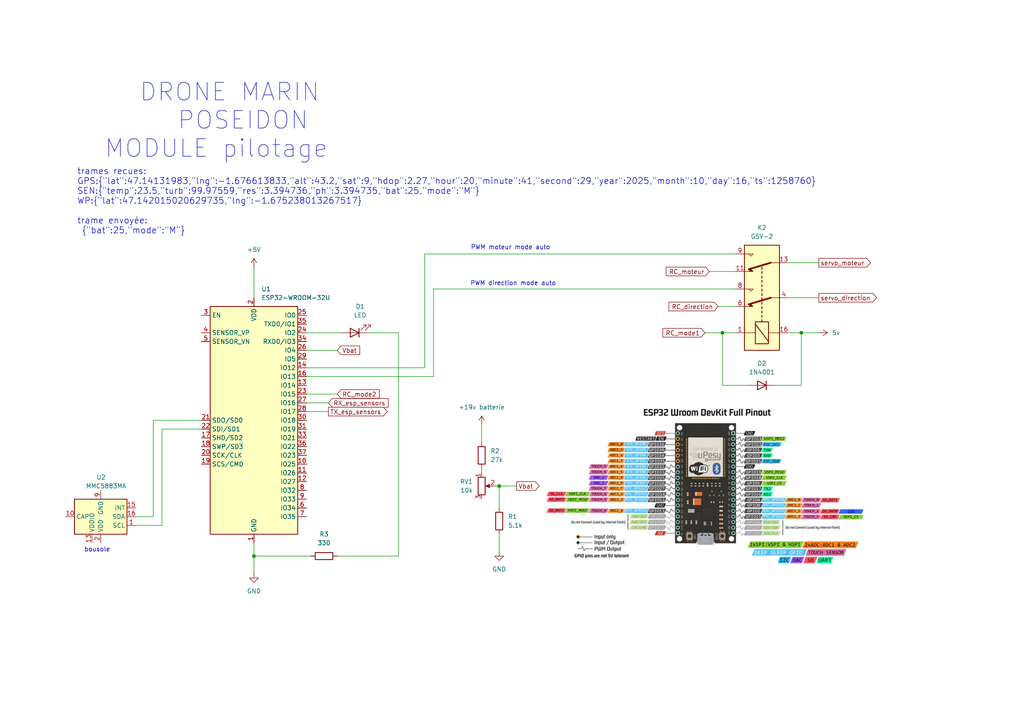
<source format=kicad_sch>
(kicad_sch
	(version 20250114)
	(generator "eeschema")
	(generator_version "9.0")
	(uuid "c281adb9-f3c3-46b6-80d4-6acd5d094119")
	(paper "A4")
	(title_block
		(date "2025-09-26")
		(rev "1.0")
		(company "Association Electromaker (yc)")
		(comment 2 "Drone marin")
	)
	(lib_symbols
		(symbol "Device:LED"
			(pin_numbers
				(hide yes)
			)
			(pin_names
				(offset 1.016)
				(hide yes)
			)
			(exclude_from_sim no)
			(in_bom yes)
			(on_board yes)
			(property "Reference" "D"
				(at 0 2.54 0)
				(effects
					(font
						(size 1.27 1.27)
					)
				)
			)
			(property "Value" "LED"
				(at 0 -2.54 0)
				(effects
					(font
						(size 1.27 1.27)
					)
				)
			)
			(property "Footprint" ""
				(at 0 0 0)
				(effects
					(font
						(size 1.27 1.27)
					)
					(hide yes)
				)
			)
			(property "Datasheet" "~"
				(at 0 0 0)
				(effects
					(font
						(size 1.27 1.27)
					)
					(hide yes)
				)
			)
			(property "Description" "Light emitting diode"
				(at 0 0 0)
				(effects
					(font
						(size 1.27 1.27)
					)
					(hide yes)
				)
			)
			(property "Sim.Pins" "1=K 2=A"
				(at 0 0 0)
				(effects
					(font
						(size 1.27 1.27)
					)
					(hide yes)
				)
			)
			(property "ki_keywords" "LED diode"
				(at 0 0 0)
				(effects
					(font
						(size 1.27 1.27)
					)
					(hide yes)
				)
			)
			(property "ki_fp_filters" "LED* LED_SMD:* LED_THT:*"
				(at 0 0 0)
				(effects
					(font
						(size 1.27 1.27)
					)
					(hide yes)
				)
			)
			(symbol "LED_0_1"
				(polyline
					(pts
						(xy -3.048 -0.762) (xy -4.572 -2.286) (xy -3.81 -2.286) (xy -4.572 -2.286) (xy -4.572 -1.524)
					)
					(stroke
						(width 0)
						(type default)
					)
					(fill
						(type none)
					)
				)
				(polyline
					(pts
						(xy -1.778 -0.762) (xy -3.302 -2.286) (xy -2.54 -2.286) (xy -3.302 -2.286) (xy -3.302 -1.524)
					)
					(stroke
						(width 0)
						(type default)
					)
					(fill
						(type none)
					)
				)
				(polyline
					(pts
						(xy -1.27 0) (xy 1.27 0)
					)
					(stroke
						(width 0)
						(type default)
					)
					(fill
						(type none)
					)
				)
				(polyline
					(pts
						(xy -1.27 -1.27) (xy -1.27 1.27)
					)
					(stroke
						(width 0.254)
						(type default)
					)
					(fill
						(type none)
					)
				)
				(polyline
					(pts
						(xy 1.27 -1.27) (xy 1.27 1.27) (xy -1.27 0) (xy 1.27 -1.27)
					)
					(stroke
						(width 0.254)
						(type default)
					)
					(fill
						(type none)
					)
				)
			)
			(symbol "LED_1_1"
				(pin passive line
					(at -3.81 0 0)
					(length 2.54)
					(name "K"
						(effects
							(font
								(size 1.27 1.27)
							)
						)
					)
					(number "1"
						(effects
							(font
								(size 1.27 1.27)
							)
						)
					)
				)
				(pin passive line
					(at 3.81 0 180)
					(length 2.54)
					(name "A"
						(effects
							(font
								(size 1.27 1.27)
							)
						)
					)
					(number "2"
						(effects
							(font
								(size 1.27 1.27)
							)
						)
					)
				)
			)
			(embedded_fonts no)
		)
		(symbol "Device:R"
			(pin_numbers
				(hide yes)
			)
			(pin_names
				(offset 0)
			)
			(exclude_from_sim no)
			(in_bom yes)
			(on_board yes)
			(property "Reference" "R"
				(at 2.032 0 90)
				(effects
					(font
						(size 1.27 1.27)
					)
				)
			)
			(property "Value" "R"
				(at 0 0 90)
				(effects
					(font
						(size 1.27 1.27)
					)
				)
			)
			(property "Footprint" ""
				(at -1.778 0 90)
				(effects
					(font
						(size 1.27 1.27)
					)
					(hide yes)
				)
			)
			(property "Datasheet" "~"
				(at 0 0 0)
				(effects
					(font
						(size 1.27 1.27)
					)
					(hide yes)
				)
			)
			(property "Description" "Resistor"
				(at 0 0 0)
				(effects
					(font
						(size 1.27 1.27)
					)
					(hide yes)
				)
			)
			(property "ki_keywords" "R res resistor"
				(at 0 0 0)
				(effects
					(font
						(size 1.27 1.27)
					)
					(hide yes)
				)
			)
			(property "ki_fp_filters" "R_*"
				(at 0 0 0)
				(effects
					(font
						(size 1.27 1.27)
					)
					(hide yes)
				)
			)
			(symbol "R_0_1"
				(rectangle
					(start -1.016 -2.54)
					(end 1.016 2.54)
					(stroke
						(width 0.254)
						(type default)
					)
					(fill
						(type none)
					)
				)
			)
			(symbol "R_1_1"
				(pin passive line
					(at 0 3.81 270)
					(length 1.27)
					(name "~"
						(effects
							(font
								(size 1.27 1.27)
							)
						)
					)
					(number "1"
						(effects
							(font
								(size 1.27 1.27)
							)
						)
					)
				)
				(pin passive line
					(at 0 -3.81 90)
					(length 1.27)
					(name "~"
						(effects
							(font
								(size 1.27 1.27)
							)
						)
					)
					(number "2"
						(effects
							(font
								(size 1.27 1.27)
							)
						)
					)
				)
			)
			(embedded_fonts no)
		)
		(symbol "Device:R_Potentiometer"
			(pin_names
				(offset 1.016)
				(hide yes)
			)
			(exclude_from_sim no)
			(in_bom yes)
			(on_board yes)
			(property "Reference" "RV"
				(at -4.445 0 90)
				(effects
					(font
						(size 1.27 1.27)
					)
				)
			)
			(property "Value" "R_Potentiometer"
				(at -2.54 0 90)
				(effects
					(font
						(size 1.27 1.27)
					)
				)
			)
			(property "Footprint" ""
				(at 0 0 0)
				(effects
					(font
						(size 1.27 1.27)
					)
					(hide yes)
				)
			)
			(property "Datasheet" "~"
				(at 0 0 0)
				(effects
					(font
						(size 1.27 1.27)
					)
					(hide yes)
				)
			)
			(property "Description" "Potentiometer"
				(at 0 0 0)
				(effects
					(font
						(size 1.27 1.27)
					)
					(hide yes)
				)
			)
			(property "ki_keywords" "resistor variable"
				(at 0 0 0)
				(effects
					(font
						(size 1.27 1.27)
					)
					(hide yes)
				)
			)
			(property "ki_fp_filters" "Potentiometer*"
				(at 0 0 0)
				(effects
					(font
						(size 1.27 1.27)
					)
					(hide yes)
				)
			)
			(symbol "R_Potentiometer_0_1"
				(rectangle
					(start 1.016 2.54)
					(end -1.016 -2.54)
					(stroke
						(width 0.254)
						(type default)
					)
					(fill
						(type none)
					)
				)
				(polyline
					(pts
						(xy 1.143 0) (xy 2.286 0.508) (xy 2.286 -0.508) (xy 1.143 0)
					)
					(stroke
						(width 0)
						(type default)
					)
					(fill
						(type outline)
					)
				)
				(polyline
					(pts
						(xy 2.54 0) (xy 1.524 0)
					)
					(stroke
						(width 0)
						(type default)
					)
					(fill
						(type none)
					)
				)
			)
			(symbol "R_Potentiometer_1_1"
				(pin passive line
					(at 0 3.81 270)
					(length 1.27)
					(name "1"
						(effects
							(font
								(size 1.27 1.27)
							)
						)
					)
					(number "1"
						(effects
							(font
								(size 1.27 1.27)
							)
						)
					)
				)
				(pin passive line
					(at 0 -3.81 90)
					(length 1.27)
					(name "3"
						(effects
							(font
								(size 1.27 1.27)
							)
						)
					)
					(number "3"
						(effects
							(font
								(size 1.27 1.27)
							)
						)
					)
				)
				(pin passive line
					(at 3.81 0 180)
					(length 1.27)
					(name "2"
						(effects
							(font
								(size 1.27 1.27)
							)
						)
					)
					(number "2"
						(effects
							(font
								(size 1.27 1.27)
							)
						)
					)
				)
			)
			(embedded_fonts no)
		)
		(symbol "Diode:1N4001"
			(pin_numbers
				(hide yes)
			)
			(pin_names
				(hide yes)
			)
			(exclude_from_sim no)
			(in_bom yes)
			(on_board yes)
			(property "Reference" "D"
				(at 0 2.54 0)
				(effects
					(font
						(size 1.27 1.27)
					)
				)
			)
			(property "Value" "1N4001"
				(at 0 -2.54 0)
				(effects
					(font
						(size 1.27 1.27)
					)
				)
			)
			(property "Footprint" "Diode_THT:D_DO-41_SOD81_P10.16mm_Horizontal"
				(at 0 0 0)
				(effects
					(font
						(size 1.27 1.27)
					)
					(hide yes)
				)
			)
			(property "Datasheet" "http://www.vishay.com/docs/88503/1n4001.pdf"
				(at 0 0 0)
				(effects
					(font
						(size 1.27 1.27)
					)
					(hide yes)
				)
			)
			(property "Description" "50V 1A General Purpose Rectifier Diode, DO-41"
				(at 0 0 0)
				(effects
					(font
						(size 1.27 1.27)
					)
					(hide yes)
				)
			)
			(property "Sim.Device" "D"
				(at 0 0 0)
				(effects
					(font
						(size 1.27 1.27)
					)
					(hide yes)
				)
			)
			(property "Sim.Pins" "1=K 2=A"
				(at 0 0 0)
				(effects
					(font
						(size 1.27 1.27)
					)
					(hide yes)
				)
			)
			(property "ki_keywords" "diode"
				(at 0 0 0)
				(effects
					(font
						(size 1.27 1.27)
					)
					(hide yes)
				)
			)
			(property "ki_fp_filters" "D*DO?41*"
				(at 0 0 0)
				(effects
					(font
						(size 1.27 1.27)
					)
					(hide yes)
				)
			)
			(symbol "1N4001_0_1"
				(polyline
					(pts
						(xy -1.27 1.27) (xy -1.27 -1.27)
					)
					(stroke
						(width 0.254)
						(type default)
					)
					(fill
						(type none)
					)
				)
				(polyline
					(pts
						(xy 1.27 1.27) (xy 1.27 -1.27) (xy -1.27 0) (xy 1.27 1.27)
					)
					(stroke
						(width 0.254)
						(type default)
					)
					(fill
						(type none)
					)
				)
				(polyline
					(pts
						(xy 1.27 0) (xy -1.27 0)
					)
					(stroke
						(width 0)
						(type default)
					)
					(fill
						(type none)
					)
				)
			)
			(symbol "1N4001_1_1"
				(pin passive line
					(at -3.81 0 0)
					(length 2.54)
					(name "K"
						(effects
							(font
								(size 1.27 1.27)
							)
						)
					)
					(number "1"
						(effects
							(font
								(size 1.27 1.27)
							)
						)
					)
				)
				(pin passive line
					(at 3.81 0 180)
					(length 2.54)
					(name "A"
						(effects
							(font
								(size 1.27 1.27)
							)
						)
					)
					(number "2"
						(effects
							(font
								(size 1.27 1.27)
							)
						)
					)
				)
			)
			(embedded_fonts no)
		)
		(symbol "RF_Module:ESP32-WROOM-32U"
			(exclude_from_sim no)
			(in_bom yes)
			(on_board yes)
			(property "Reference" "U"
				(at -12.7 34.29 0)
				(effects
					(font
						(size 1.27 1.27)
					)
					(justify left)
				)
			)
			(property "Value" "ESP32-WROOM-32U"
				(at 1.27 34.29 0)
				(effects
					(font
						(size 1.27 1.27)
					)
					(justify left)
				)
			)
			(property "Footprint" "RF_Module:ESP32-WROOM-32U"
				(at 0 -38.1 0)
				(effects
					(font
						(size 1.27 1.27)
					)
					(hide yes)
				)
			)
			(property "Datasheet" "https://www.espressif.com/sites/default/files/documentation/esp32-wroom-32d_esp32-wroom-32u_datasheet_en.pdf"
				(at -7.62 1.27 0)
				(effects
					(font
						(size 1.27 1.27)
					)
					(hide yes)
				)
			)
			(property "Description" "RF Module, ESP32-D0WD SoC, Wi-Fi 802.11b/g/n, Bluetooth, BLE, 32-bit, 2.7-3.6V, external antenna, SMD"
				(at 0 0 0)
				(effects
					(font
						(size 1.27 1.27)
					)
					(hide yes)
				)
			)
			(property "ki_keywords" "RF Radio BT ESP ESP32 Espressif external U.FL antenna"
				(at 0 0 0)
				(effects
					(font
						(size 1.27 1.27)
					)
					(hide yes)
				)
			)
			(property "ki_fp_filters" "ESP32?WROOM?32U*"
				(at 0 0 0)
				(effects
					(font
						(size 1.27 1.27)
					)
					(hide yes)
				)
			)
			(symbol "ESP32-WROOM-32U_0_1"
				(rectangle
					(start -12.7 33.02)
					(end 12.7 -33.02)
					(stroke
						(width 0.254)
						(type default)
					)
					(fill
						(type background)
					)
				)
			)
			(symbol "ESP32-WROOM-32U_1_1"
				(pin input line
					(at -15.24 30.48 0)
					(length 2.54)
					(name "EN"
						(effects
							(font
								(size 1.27 1.27)
							)
						)
					)
					(number "3"
						(effects
							(font
								(size 1.27 1.27)
							)
						)
					)
				)
				(pin input line
					(at -15.24 25.4 0)
					(length 2.54)
					(name "SENSOR_VP"
						(effects
							(font
								(size 1.27 1.27)
							)
						)
					)
					(number "4"
						(effects
							(font
								(size 1.27 1.27)
							)
						)
					)
				)
				(pin input line
					(at -15.24 22.86 0)
					(length 2.54)
					(name "SENSOR_VN"
						(effects
							(font
								(size 1.27 1.27)
							)
						)
					)
					(number "5"
						(effects
							(font
								(size 1.27 1.27)
							)
						)
					)
				)
				(pin bidirectional line
					(at -15.24 0 0)
					(length 2.54)
					(name "SDO/SD0"
						(effects
							(font
								(size 1.27 1.27)
							)
						)
					)
					(number "21"
						(effects
							(font
								(size 1.27 1.27)
							)
						)
					)
				)
				(pin bidirectional line
					(at -15.24 -2.54 0)
					(length 2.54)
					(name "SDI/SD1"
						(effects
							(font
								(size 1.27 1.27)
							)
						)
					)
					(number "22"
						(effects
							(font
								(size 1.27 1.27)
							)
						)
					)
				)
				(pin bidirectional line
					(at -15.24 -5.08 0)
					(length 2.54)
					(name "SHD/SD2"
						(effects
							(font
								(size 1.27 1.27)
							)
						)
					)
					(number "17"
						(effects
							(font
								(size 1.27 1.27)
							)
						)
					)
				)
				(pin bidirectional line
					(at -15.24 -7.62 0)
					(length 2.54)
					(name "SWP/SD3"
						(effects
							(font
								(size 1.27 1.27)
							)
						)
					)
					(number "18"
						(effects
							(font
								(size 1.27 1.27)
							)
						)
					)
				)
				(pin bidirectional line
					(at -15.24 -10.16 0)
					(length 2.54)
					(name "SCK/CLK"
						(effects
							(font
								(size 1.27 1.27)
							)
						)
					)
					(number "20"
						(effects
							(font
								(size 1.27 1.27)
							)
						)
					)
				)
				(pin bidirectional line
					(at -15.24 -12.7 0)
					(length 2.54)
					(name "SCS/CMD"
						(effects
							(font
								(size 1.27 1.27)
							)
						)
					)
					(number "19"
						(effects
							(font
								(size 1.27 1.27)
							)
						)
					)
				)
				(pin no_connect line
					(at -12.7 -27.94 0)
					(length 2.54)
					(hide yes)
					(name "NC"
						(effects
							(font
								(size 1.27 1.27)
							)
						)
					)
					(number "32"
						(effects
							(font
								(size 1.27 1.27)
							)
						)
					)
				)
				(pin power_in line
					(at 0 35.56 270)
					(length 2.54)
					(name "VDD"
						(effects
							(font
								(size 1.27 1.27)
							)
						)
					)
					(number "2"
						(effects
							(font
								(size 1.27 1.27)
							)
						)
					)
				)
				(pin power_in line
					(at 0 -35.56 90)
					(length 2.54)
					(name "GND"
						(effects
							(font
								(size 1.27 1.27)
							)
						)
					)
					(number "1"
						(effects
							(font
								(size 1.27 1.27)
							)
						)
					)
				)
				(pin passive line
					(at 0 -35.56 90)
					(length 2.54)
					(hide yes)
					(name "GND"
						(effects
							(font
								(size 1.27 1.27)
							)
						)
					)
					(number "15"
						(effects
							(font
								(size 1.27 1.27)
							)
						)
					)
				)
				(pin passive line
					(at 0 -35.56 90)
					(length 2.54)
					(hide yes)
					(name "GND"
						(effects
							(font
								(size 1.27 1.27)
							)
						)
					)
					(number "38"
						(effects
							(font
								(size 1.27 1.27)
							)
						)
					)
				)
				(pin passive line
					(at 0 -35.56 90)
					(length 2.54)
					(hide yes)
					(name "GND"
						(effects
							(font
								(size 1.27 1.27)
							)
						)
					)
					(number "39"
						(effects
							(font
								(size 1.27 1.27)
							)
						)
					)
				)
				(pin bidirectional line
					(at 15.24 30.48 180)
					(length 2.54)
					(name "IO0"
						(effects
							(font
								(size 1.27 1.27)
							)
						)
					)
					(number "25"
						(effects
							(font
								(size 1.27 1.27)
							)
						)
					)
				)
				(pin bidirectional line
					(at 15.24 27.94 180)
					(length 2.54)
					(name "TXD0/IO1"
						(effects
							(font
								(size 1.27 1.27)
							)
						)
					)
					(number "35"
						(effects
							(font
								(size 1.27 1.27)
							)
						)
					)
				)
				(pin bidirectional line
					(at 15.24 25.4 180)
					(length 2.54)
					(name "IO2"
						(effects
							(font
								(size 1.27 1.27)
							)
						)
					)
					(number "24"
						(effects
							(font
								(size 1.27 1.27)
							)
						)
					)
				)
				(pin bidirectional line
					(at 15.24 22.86 180)
					(length 2.54)
					(name "RXD0/IO3"
						(effects
							(font
								(size 1.27 1.27)
							)
						)
					)
					(number "34"
						(effects
							(font
								(size 1.27 1.27)
							)
						)
					)
				)
				(pin bidirectional line
					(at 15.24 20.32 180)
					(length 2.54)
					(name "IO4"
						(effects
							(font
								(size 1.27 1.27)
							)
						)
					)
					(number "26"
						(effects
							(font
								(size 1.27 1.27)
							)
						)
					)
				)
				(pin bidirectional line
					(at 15.24 17.78 180)
					(length 2.54)
					(name "IO5"
						(effects
							(font
								(size 1.27 1.27)
							)
						)
					)
					(number "29"
						(effects
							(font
								(size 1.27 1.27)
							)
						)
					)
				)
				(pin bidirectional line
					(at 15.24 15.24 180)
					(length 2.54)
					(name "IO12"
						(effects
							(font
								(size 1.27 1.27)
							)
						)
					)
					(number "14"
						(effects
							(font
								(size 1.27 1.27)
							)
						)
					)
				)
				(pin bidirectional line
					(at 15.24 12.7 180)
					(length 2.54)
					(name "IO13"
						(effects
							(font
								(size 1.27 1.27)
							)
						)
					)
					(number "16"
						(effects
							(font
								(size 1.27 1.27)
							)
						)
					)
				)
				(pin bidirectional line
					(at 15.24 10.16 180)
					(length 2.54)
					(name "IO14"
						(effects
							(font
								(size 1.27 1.27)
							)
						)
					)
					(number "13"
						(effects
							(font
								(size 1.27 1.27)
							)
						)
					)
				)
				(pin bidirectional line
					(at 15.24 7.62 180)
					(length 2.54)
					(name "IO15"
						(effects
							(font
								(size 1.27 1.27)
							)
						)
					)
					(number "23"
						(effects
							(font
								(size 1.27 1.27)
							)
						)
					)
				)
				(pin bidirectional line
					(at 15.24 5.08 180)
					(length 2.54)
					(name "IO16"
						(effects
							(font
								(size 1.27 1.27)
							)
						)
					)
					(number "27"
						(effects
							(font
								(size 1.27 1.27)
							)
						)
					)
				)
				(pin bidirectional line
					(at 15.24 2.54 180)
					(length 2.54)
					(name "IO17"
						(effects
							(font
								(size 1.27 1.27)
							)
						)
					)
					(number "28"
						(effects
							(font
								(size 1.27 1.27)
							)
						)
					)
				)
				(pin bidirectional line
					(at 15.24 0 180)
					(length 2.54)
					(name "IO18"
						(effects
							(font
								(size 1.27 1.27)
							)
						)
					)
					(number "30"
						(effects
							(font
								(size 1.27 1.27)
							)
						)
					)
				)
				(pin bidirectional line
					(at 15.24 -2.54 180)
					(length 2.54)
					(name "IO19"
						(effects
							(font
								(size 1.27 1.27)
							)
						)
					)
					(number "31"
						(effects
							(font
								(size 1.27 1.27)
							)
						)
					)
				)
				(pin bidirectional line
					(at 15.24 -5.08 180)
					(length 2.54)
					(name "IO21"
						(effects
							(font
								(size 1.27 1.27)
							)
						)
					)
					(number "33"
						(effects
							(font
								(size 1.27 1.27)
							)
						)
					)
				)
				(pin bidirectional line
					(at 15.24 -7.62 180)
					(length 2.54)
					(name "IO22"
						(effects
							(font
								(size 1.27 1.27)
							)
						)
					)
					(number "36"
						(effects
							(font
								(size 1.27 1.27)
							)
						)
					)
				)
				(pin bidirectional line
					(at 15.24 -10.16 180)
					(length 2.54)
					(name "IO23"
						(effects
							(font
								(size 1.27 1.27)
							)
						)
					)
					(number "37"
						(effects
							(font
								(size 1.27 1.27)
							)
						)
					)
				)
				(pin bidirectional line
					(at 15.24 -12.7 180)
					(length 2.54)
					(name "IO25"
						(effects
							(font
								(size 1.27 1.27)
							)
						)
					)
					(number "10"
						(effects
							(font
								(size 1.27 1.27)
							)
						)
					)
				)
				(pin bidirectional line
					(at 15.24 -15.24 180)
					(length 2.54)
					(name "IO26"
						(effects
							(font
								(size 1.27 1.27)
							)
						)
					)
					(number "11"
						(effects
							(font
								(size 1.27 1.27)
							)
						)
					)
				)
				(pin bidirectional line
					(at 15.24 -17.78 180)
					(length 2.54)
					(name "IO27"
						(effects
							(font
								(size 1.27 1.27)
							)
						)
					)
					(number "12"
						(effects
							(font
								(size 1.27 1.27)
							)
						)
					)
				)
				(pin bidirectional line
					(at 15.24 -20.32 180)
					(length 2.54)
					(name "IO32"
						(effects
							(font
								(size 1.27 1.27)
							)
						)
					)
					(number "8"
						(effects
							(font
								(size 1.27 1.27)
							)
						)
					)
				)
				(pin bidirectional line
					(at 15.24 -22.86 180)
					(length 2.54)
					(name "IO33"
						(effects
							(font
								(size 1.27 1.27)
							)
						)
					)
					(number "9"
						(effects
							(font
								(size 1.27 1.27)
							)
						)
					)
				)
				(pin input line
					(at 15.24 -25.4 180)
					(length 2.54)
					(name "IO34"
						(effects
							(font
								(size 1.27 1.27)
							)
						)
					)
					(number "6"
						(effects
							(font
								(size 1.27 1.27)
							)
						)
					)
				)
				(pin input line
					(at 15.24 -27.94 180)
					(length 2.54)
					(name "IO35"
						(effects
							(font
								(size 1.27 1.27)
							)
						)
					)
					(number "7"
						(effects
							(font
								(size 1.27 1.27)
							)
						)
					)
				)
			)
			(embedded_fonts no)
		)
		(symbol "Relay:G5V-2"
			(exclude_from_sim no)
			(in_bom yes)
			(on_board yes)
			(property "Reference" "K"
				(at 16.51 3.81 0)
				(effects
					(font
						(size 1.27 1.27)
					)
					(justify left)
				)
			)
			(property "Value" "G5V-2"
				(at 16.51 1.27 0)
				(effects
					(font
						(size 1.27 1.27)
					)
					(justify left)
				)
			)
			(property "Footprint" "Relay_THT:Relay_DPDT_Omron_G5V-2"
				(at 16.51 -1.27 0)
				(effects
					(font
						(size 1.27 1.27)
					)
					(justify left)
					(hide yes)
				)
			)
			(property "Datasheet" "http://omronfs.omron.com/en_US/ecb/products/pdf/en-g5v_2.pdf"
				(at 0 0 0)
				(effects
					(font
						(size 1.27 1.27)
					)
					(hide yes)
				)
			)
			(property "Description" "Relay Miniature Omron DPDT"
				(at 0 0 0)
				(effects
					(font
						(size 1.27 1.27)
					)
					(hide yes)
				)
			)
			(property "ki_keywords" "Miniature Relay Dual Pole DPDT Omron"
				(at 0 0 0)
				(effects
					(font
						(size 1.27 1.27)
					)
					(hide yes)
				)
			)
			(property "ki_fp_filters" "Relay*DPDT*Omron*G5V*"
				(at 0 0 0)
				(effects
					(font
						(size 1.27 1.27)
					)
					(hide yes)
				)
			)
			(symbol "G5V-2_0_1"
				(rectangle
					(start -15.24 5.08)
					(end 15.24 -5.08)
					(stroke
						(width 0.254)
						(type default)
					)
					(fill
						(type background)
					)
				)
				(rectangle
					(start -13.335 1.905)
					(end -6.985 -1.905)
					(stroke
						(width 0.254)
						(type default)
					)
					(fill
						(type none)
					)
				)
				(polyline
					(pts
						(xy -12.7 -1.905) (xy -7.62 1.905)
					)
					(stroke
						(width 0.254)
						(type default)
					)
					(fill
						(type none)
					)
				)
				(polyline
					(pts
						(xy -10.16 5.08) (xy -10.16 1.905)
					)
					(stroke
						(width 0)
						(type default)
					)
					(fill
						(type none)
					)
				)
				(polyline
					(pts
						(xy -10.16 -5.08) (xy -10.16 -1.905)
					)
					(stroke
						(width 0)
						(type default)
					)
					(fill
						(type none)
					)
				)
				(polyline
					(pts
						(xy -6.985 0) (xy -6.35 0)
					)
					(stroke
						(width 0.254)
						(type default)
					)
					(fill
						(type none)
					)
				)
				(polyline
					(pts
						(xy -5.715 0) (xy -5.08 0)
					)
					(stroke
						(width 0.254)
						(type default)
					)
					(fill
						(type none)
					)
				)
				(polyline
					(pts
						(xy -4.445 0) (xy -3.81 0)
					)
					(stroke
						(width 0.254)
						(type default)
					)
					(fill
						(type none)
					)
				)
				(polyline
					(pts
						(xy -3.175 0) (xy -2.54 0)
					)
					(stroke
						(width 0.254)
						(type default)
					)
					(fill
						(type none)
					)
				)
				(polyline
					(pts
						(xy -2.54 5.08) (xy -2.54 2.54) (xy -1.905 3.175) (xy -2.54 3.81)
					)
					(stroke
						(width 0)
						(type default)
					)
					(fill
						(type outline)
					)
				)
				(polyline
					(pts
						(xy -1.905 0) (xy -1.27 0)
					)
					(stroke
						(width 0.254)
						(type default)
					)
					(fill
						(type none)
					)
				)
				(polyline
					(pts
						(xy -0.635 0) (xy 0 0)
					)
					(stroke
						(width 0.254)
						(type default)
					)
					(fill
						(type none)
					)
				)
				(polyline
					(pts
						(xy 0 -2.54) (xy -1.905 3.81)
					)
					(stroke
						(width 0.508)
						(type default)
					)
					(fill
						(type none)
					)
				)
				(polyline
					(pts
						(xy 0 -2.54) (xy 0 -5.08)
					)
					(stroke
						(width 0)
						(type default)
					)
					(fill
						(type none)
					)
				)
				(polyline
					(pts
						(xy 0.635 0) (xy 1.27 0)
					)
					(stroke
						(width 0.254)
						(type default)
					)
					(fill
						(type none)
					)
				)
				(polyline
					(pts
						(xy 1.905 0) (xy 2.54 0)
					)
					(stroke
						(width 0.254)
						(type default)
					)
					(fill
						(type none)
					)
				)
				(polyline
					(pts
						(xy 2.54 5.08) (xy 2.54 2.54) (xy 1.905 3.175) (xy 2.54 3.81)
					)
					(stroke
						(width 0)
						(type default)
					)
					(fill
						(type none)
					)
				)
				(polyline
					(pts
						(xy 3.175 0) (xy 3.81 0)
					)
					(stroke
						(width 0.254)
						(type default)
					)
					(fill
						(type none)
					)
				)
				(polyline
					(pts
						(xy 4.445 0) (xy 5.08 0)
					)
					(stroke
						(width 0.254)
						(type default)
					)
					(fill
						(type none)
					)
				)
				(polyline
					(pts
						(xy 5.715 0) (xy 6.35 0)
					)
					(stroke
						(width 0.254)
						(type default)
					)
					(fill
						(type none)
					)
				)
				(polyline
					(pts
						(xy 6.985 0) (xy 7.62 0)
					)
					(stroke
						(width 0.254)
						(type default)
					)
					(fill
						(type none)
					)
				)
				(polyline
					(pts
						(xy 7.62 5.08) (xy 7.62 2.54) (xy 8.255 3.175) (xy 7.62 3.81)
					)
					(stroke
						(width 0)
						(type default)
					)
					(fill
						(type outline)
					)
				)
				(polyline
					(pts
						(xy 8.255 0) (xy 8.89 0)
					)
					(stroke
						(width 0.254)
						(type default)
					)
					(fill
						(type none)
					)
				)
				(polyline
					(pts
						(xy 10.16 -2.54) (xy 8.255 3.81)
					)
					(stroke
						(width 0.508)
						(type default)
					)
					(fill
						(type none)
					)
				)
				(polyline
					(pts
						(xy 10.16 -2.54) (xy 10.16 -5.08)
					)
					(stroke
						(width 0)
						(type default)
					)
					(fill
						(type none)
					)
				)
				(polyline
					(pts
						(xy 12.7 5.08) (xy 12.7 2.54) (xy 12.065 3.175) (xy 12.7 3.81)
					)
					(stroke
						(width 0)
						(type default)
					)
					(fill
						(type none)
					)
				)
			)
			(symbol "G5V-2_1_1"
				(pin passive line
					(at -10.16 7.62 270)
					(length 2.54)
					(name "~"
						(effects
							(font
								(size 1.27 1.27)
							)
						)
					)
					(number "1"
						(effects
							(font
								(size 1.27 1.27)
							)
						)
					)
				)
				(pin passive line
					(at -10.16 -7.62 90)
					(length 2.54)
					(name "~"
						(effects
							(font
								(size 1.27 1.27)
							)
						)
					)
					(number "16"
						(effects
							(font
								(size 1.27 1.27)
							)
						)
					)
				)
				(pin passive line
					(at -2.54 7.62 270)
					(length 2.54)
					(name "~"
						(effects
							(font
								(size 1.27 1.27)
							)
						)
					)
					(number "6"
						(effects
							(font
								(size 1.27 1.27)
							)
						)
					)
				)
				(pin passive line
					(at 0 -7.62 90)
					(length 2.54)
					(name "~"
						(effects
							(font
								(size 1.27 1.27)
							)
						)
					)
					(number "4"
						(effects
							(font
								(size 1.27 1.27)
							)
						)
					)
				)
				(pin passive line
					(at 2.54 7.62 270)
					(length 2.54)
					(name "~"
						(effects
							(font
								(size 1.27 1.27)
							)
						)
					)
					(number "8"
						(effects
							(font
								(size 1.27 1.27)
							)
						)
					)
				)
				(pin passive line
					(at 7.62 7.62 270)
					(length 2.54)
					(name "~"
						(effects
							(font
								(size 1.27 1.27)
							)
						)
					)
					(number "11"
						(effects
							(font
								(size 1.27 1.27)
							)
						)
					)
				)
				(pin passive line
					(at 10.16 -7.62 90)
					(length 2.54)
					(name "~"
						(effects
							(font
								(size 1.27 1.27)
							)
						)
					)
					(number "13"
						(effects
							(font
								(size 1.27 1.27)
							)
						)
					)
				)
				(pin passive line
					(at 12.7 7.62 270)
					(length 2.54)
					(name "~"
						(effects
							(font
								(size 1.27 1.27)
							)
						)
					)
					(number "9"
						(effects
							(font
								(size 1.27 1.27)
							)
						)
					)
				)
			)
			(embedded_fonts no)
		)
		(symbol "Sensor_Magnetic:MMC5883MA"
			(exclude_from_sim no)
			(in_bom yes)
			(on_board yes)
			(property "Reference" "U"
				(at -7.62 7.62 0)
				(effects
					(font
						(size 1.27 1.27)
					)
					(justify left top)
				)
			)
			(property "Value" "MMC5883MA"
				(at 5.08 7.62 0)
				(effects
					(font
						(size 1.27 1.27)
					)
					(justify left top)
				)
			)
			(property "Footprint" "Package_LGA:LGA-16_3x3mm_P0.5mm"
				(at 0 -17.78 0)
				(effects
					(font
						(size 1.27 1.27)
					)
					(hide yes)
				)
			)
			(property "Datasheet" "http://www.memsic.com/userfiles/files/DataSheets/Magnetic-Sensors-Datasheets/MMC5883MA-RevC.pdf"
				(at -2.54 0 0)
				(effects
					(font
						(size 1.27 1.27)
					)
					(hide yes)
				)
			)
			(property "Description" "3-axis Magnetic Sensor, I2C Interface, LGA-16"
				(at 0 0 0)
				(effects
					(font
						(size 1.27 1.27)
					)
					(hide yes)
				)
			)
			(property "ki_keywords" "I2C magnetic 3-axis sensor"
				(at 0 0 0)
				(effects
					(font
						(size 1.27 1.27)
					)
					(hide yes)
				)
			)
			(property "ki_fp_filters" "*LGA*3x3mm*P0.5mm*"
				(at 0 0 0)
				(effects
					(font
						(size 1.27 1.27)
					)
					(hide yes)
				)
			)
			(symbol "MMC5883MA_0_1"
				(rectangle
					(start -7.62 -5.08)
					(end 7.62 5.08)
					(stroke
						(width 0.254)
						(type default)
					)
					(fill
						(type background)
					)
				)
			)
			(symbol "MMC5883MA_1_1"
				(pin input line
					(at -10.16 2.54 0)
					(length 2.54)
					(name "SCL"
						(effects
							(font
								(size 1.27 1.27)
							)
						)
					)
					(number "1"
						(effects
							(font
								(size 1.27 1.27)
							)
						)
					)
				)
				(pin bidirectional line
					(at -10.16 0 0)
					(length 2.54)
					(name "SDA"
						(effects
							(font
								(size 1.27 1.27)
							)
						)
					)
					(number "16"
						(effects
							(font
								(size 1.27 1.27)
							)
						)
					)
				)
				(pin output line
					(at -10.16 -2.54 0)
					(length 2.54)
					(name "INT"
						(effects
							(font
								(size 1.27 1.27)
							)
						)
					)
					(number "15"
						(effects
							(font
								(size 1.27 1.27)
							)
						)
					)
				)
				(pin no_connect line
					(at -5.08 -5.08 90)
					(length 2.54)
					(hide yes)
					(name "NC"
						(effects
							(font
								(size 1.27 1.27)
							)
						)
					)
					(number "7"
						(effects
							(font
								(size 1.27 1.27)
							)
						)
					)
				)
				(pin no_connect line
					(at -2.54 -5.08 90)
					(length 2.54)
					(hide yes)
					(name "NC"
						(effects
							(font
								(size 1.27 1.27)
							)
						)
					)
					(number "14"
						(effects
							(font
								(size 1.27 1.27)
							)
						)
					)
				)
				(pin power_in line
					(at 0 7.62 270)
					(length 2.54)
					(name "VDD"
						(effects
							(font
								(size 1.27 1.27)
							)
						)
					)
					(number "2"
						(effects
							(font
								(size 1.27 1.27)
							)
						)
					)
				)
				(pin passive line
					(at 0 -7.62 90)
					(length 2.54)
					(hide yes)
					(name "GND"
						(effects
							(font
								(size 1.27 1.27)
							)
						)
					)
					(number "11"
						(effects
							(font
								(size 1.27 1.27)
							)
						)
					)
				)
				(pin power_in line
					(at 0 -7.62 90)
					(length 2.54)
					(name "GND"
						(effects
							(font
								(size 1.27 1.27)
							)
						)
					)
					(number "9"
						(effects
							(font
								(size 1.27 1.27)
							)
						)
					)
				)
				(pin power_in line
					(at 2.54 7.62 270)
					(length 2.54)
					(name "VDDIO"
						(effects
							(font
								(size 1.27 1.27)
							)
						)
					)
					(number "13"
						(effects
							(font
								(size 1.27 1.27)
							)
						)
					)
				)
				(pin no_connect line
					(at 2.54 -5.08 90)
					(length 2.54)
					(hide yes)
					(name "NC"
						(effects
							(font
								(size 1.27 1.27)
							)
						)
					)
					(number "8"
						(effects
							(font
								(size 1.27 1.27)
							)
						)
					)
				)
				(pin no_connect line
					(at 5.08 -5.08 90)
					(length 2.54)
					(hide yes)
					(name "NC"
						(effects
							(font
								(size 1.27 1.27)
							)
						)
					)
					(number "12"
						(effects
							(font
								(size 1.27 1.27)
							)
						)
					)
				)
				(pin no_connect line
					(at 7.62 5.08 180)
					(length 2.54)
					(hide yes)
					(name "NC"
						(effects
							(font
								(size 1.27 1.27)
							)
						)
					)
					(number "5"
						(effects
							(font
								(size 1.27 1.27)
							)
						)
					)
				)
				(pin no_connect line
					(at 7.62 2.54 180)
					(length 2.54)
					(hide yes)
					(name "NC"
						(effects
							(font
								(size 1.27 1.27)
							)
						)
					)
					(number "4"
						(effects
							(font
								(size 1.27 1.27)
							)
						)
					)
				)
				(pin no_connect line
					(at 7.62 -2.54 180)
					(length 2.54)
					(hide yes)
					(name "NC"
						(effects
							(font
								(size 1.27 1.27)
							)
						)
					)
					(number "6"
						(effects
							(font
								(size 1.27 1.27)
							)
						)
					)
				)
				(pin no_connect line
					(at 7.62 -5.08 180)
					(length 2.54)
					(hide yes)
					(name "NC"
						(effects
							(font
								(size 1.27 1.27)
							)
						)
					)
					(number "3"
						(effects
							(font
								(size 1.27 1.27)
							)
						)
					)
				)
				(pin passive line
					(at 10.16 0 180)
					(length 2.54)
					(name "CAP"
						(effects
							(font
								(size 1.27 1.27)
							)
						)
					)
					(number "10"
						(effects
							(font
								(size 1.27 1.27)
							)
						)
					)
				)
			)
			(embedded_fonts no)
		)
		(symbol "power:+24V"
			(power)
			(pin_numbers
				(hide yes)
			)
			(pin_names
				(offset 0)
				(hide yes)
			)
			(exclude_from_sim no)
			(in_bom yes)
			(on_board yes)
			(property "Reference" "#PWR"
				(at 0 -3.81 0)
				(effects
					(font
						(size 1.27 1.27)
					)
					(hide yes)
				)
			)
			(property "Value" "+24V"
				(at 0 3.556 0)
				(effects
					(font
						(size 1.27 1.27)
					)
				)
			)
			(property "Footprint" ""
				(at 0 0 0)
				(effects
					(font
						(size 1.27 1.27)
					)
					(hide yes)
				)
			)
			(property "Datasheet" ""
				(at 0 0 0)
				(effects
					(font
						(size 1.27 1.27)
					)
					(hide yes)
				)
			)
			(property "Description" "Power symbol creates a global label with name \"+24V\""
				(at 0 0 0)
				(effects
					(font
						(size 1.27 1.27)
					)
					(hide yes)
				)
			)
			(property "ki_keywords" "global power"
				(at 0 0 0)
				(effects
					(font
						(size 1.27 1.27)
					)
					(hide yes)
				)
			)
			(symbol "+24V_0_1"
				(polyline
					(pts
						(xy -0.762 1.27) (xy 0 2.54)
					)
					(stroke
						(width 0)
						(type default)
					)
					(fill
						(type none)
					)
				)
				(polyline
					(pts
						(xy 0 2.54) (xy 0.762 1.27)
					)
					(stroke
						(width 0)
						(type default)
					)
					(fill
						(type none)
					)
				)
				(polyline
					(pts
						(xy 0 0) (xy 0 2.54)
					)
					(stroke
						(width 0)
						(type default)
					)
					(fill
						(type none)
					)
				)
			)
			(symbol "+24V_1_1"
				(pin power_in line
					(at 0 0 90)
					(length 0)
					(name "~"
						(effects
							(font
								(size 1.27 1.27)
							)
						)
					)
					(number "1"
						(effects
							(font
								(size 1.27 1.27)
							)
						)
					)
				)
			)
			(embedded_fonts no)
		)
		(symbol "power:+5V"
			(power)
			(pin_numbers
				(hide yes)
			)
			(pin_names
				(offset 0)
				(hide yes)
			)
			(exclude_from_sim no)
			(in_bom yes)
			(on_board yes)
			(property "Reference" "#PWR"
				(at 0 -3.81 0)
				(effects
					(font
						(size 1.27 1.27)
					)
					(hide yes)
				)
			)
			(property "Value" "+5V"
				(at 0 3.556 0)
				(effects
					(font
						(size 1.27 1.27)
					)
				)
			)
			(property "Footprint" ""
				(at 0 0 0)
				(effects
					(font
						(size 1.27 1.27)
					)
					(hide yes)
				)
			)
			(property "Datasheet" ""
				(at 0 0 0)
				(effects
					(font
						(size 1.27 1.27)
					)
					(hide yes)
				)
			)
			(property "Description" "Power symbol creates a global label with name \"+5V\""
				(at 0 0 0)
				(effects
					(font
						(size 1.27 1.27)
					)
					(hide yes)
				)
			)
			(property "ki_keywords" "global power"
				(at 0 0 0)
				(effects
					(font
						(size 1.27 1.27)
					)
					(hide yes)
				)
			)
			(symbol "+5V_0_1"
				(polyline
					(pts
						(xy -0.762 1.27) (xy 0 2.54)
					)
					(stroke
						(width 0)
						(type default)
					)
					(fill
						(type none)
					)
				)
				(polyline
					(pts
						(xy 0 2.54) (xy 0.762 1.27)
					)
					(stroke
						(width 0)
						(type default)
					)
					(fill
						(type none)
					)
				)
				(polyline
					(pts
						(xy 0 0) (xy 0 2.54)
					)
					(stroke
						(width 0)
						(type default)
					)
					(fill
						(type none)
					)
				)
			)
			(symbol "+5V_1_1"
				(pin power_in line
					(at 0 0 90)
					(length 0)
					(name "~"
						(effects
							(font
								(size 1.27 1.27)
							)
						)
					)
					(number "1"
						(effects
							(font
								(size 1.27 1.27)
							)
						)
					)
				)
			)
			(embedded_fonts no)
		)
		(symbol "power:GND"
			(power)
			(pin_numbers
				(hide yes)
			)
			(pin_names
				(offset 0)
				(hide yes)
			)
			(exclude_from_sim no)
			(in_bom yes)
			(on_board yes)
			(property "Reference" "#PWR"
				(at 0 -6.35 0)
				(effects
					(font
						(size 1.27 1.27)
					)
					(hide yes)
				)
			)
			(property "Value" "GND"
				(at 0 -3.81 0)
				(effects
					(font
						(size 1.27 1.27)
					)
				)
			)
			(property "Footprint" ""
				(at 0 0 0)
				(effects
					(font
						(size 1.27 1.27)
					)
					(hide yes)
				)
			)
			(property "Datasheet" ""
				(at 0 0 0)
				(effects
					(font
						(size 1.27 1.27)
					)
					(hide yes)
				)
			)
			(property "Description" "Power symbol creates a global label with name \"GND\" , ground"
				(at 0 0 0)
				(effects
					(font
						(size 1.27 1.27)
					)
					(hide yes)
				)
			)
			(property "ki_keywords" "global power"
				(at 0 0 0)
				(effects
					(font
						(size 1.27 1.27)
					)
					(hide yes)
				)
			)
			(symbol "GND_0_1"
				(polyline
					(pts
						(xy 0 0) (xy 0 -1.27) (xy 1.27 -1.27) (xy 0 -2.54) (xy -1.27 -1.27) (xy 0 -1.27)
					)
					(stroke
						(width 0)
						(type default)
					)
					(fill
						(type none)
					)
				)
			)
			(symbol "GND_1_1"
				(pin power_in line
					(at 0 0 270)
					(length 0)
					(name "~"
						(effects
							(font
								(size 1.27 1.27)
							)
						)
					)
					(number "1"
						(effects
							(font
								(size 1.27 1.27)
							)
						)
					)
				)
			)
			(embedded_fonts no)
		)
	)
	(text "trames recues:\nGPS:{\"lat\":47.14131983,\"lng\":-1.676613833,\"alt\":43.2,\"sat\":9,\"hdop\":2.27,\"hour\":20,\"minute\":41,\"second\":29,\"year\":2025,\"month\":10,\"day\":16,\"ts\":1258760}\nSEN:{\"temp\":23.5,\"turb\":99.97559,\"res\":3.394736,\"ph\":3.394735,\"bat\":25,\"mode\":\"M\"}\nWP:{\"lat\":47.142015020629735,\"lng\":-1.675238013267517}\n\ntrame envoyée:\n {\"bat\":25,\"mode\":\"M\"}"
		(exclude_from_sim no)
		(at 22.352 58.42 0)
		(effects
			(font
				(size 1.778 1.778)
			)
			(justify left)
		)
		(uuid "81f58db3-bf97-4f6e-a56d-f1e8ce3c7273")
	)
	(text "  DRONE MARIN\n    POSEIDON\nMODULE pilotage\n"
		(exclude_from_sim no)
		(at 62.738 35.052 0)
		(effects
			(font
				(size 5.08 5.08)
			)
		)
		(uuid "94235e95-6b9b-43e1-81d6-47c52fbc41ad")
	)
	(text "PWM direction mode auto"
		(exclude_from_sim no)
		(at 148.844 82.296 0)
		(effects
			(font
				(size 1.27 1.27)
			)
		)
		(uuid "9643e2fc-122e-4123-bf47-4b36d20e81d5")
	)
	(text "PWM moteur mode auto"
		(exclude_from_sim no)
		(at 148.082 71.882 0)
		(effects
			(font
				(size 1.27 1.27)
			)
		)
		(uuid "b351b461-1bb3-448f-8fc0-a094d07afeec")
	)
	(text "bousole"
		(exclude_from_sim no)
		(at 28.194 159.512 0)
		(effects
			(font
				(size 1.27 1.27)
			)
		)
		(uuid "f057553a-2e6a-467c-9e51-c7f415dbfa6a")
	)
	(junction
		(at 209.55 96.52)
		(diameter 0)
		(color 0 0 0 0)
		(uuid "4136ce93-f718-48fb-8a16-33df51b563b2")
	)
	(junction
		(at 144.78 140.97)
		(diameter 0)
		(color 0 0 0 0)
		(uuid "45130c20-92cd-4855-83f8-daf16287dc01")
	)
	(junction
		(at 73.66 161.29)
		(diameter 0)
		(color 0 0 0 0)
		(uuid "8ccb93c0-11bf-4053-9e18-054a214e9a38")
	)
	(junction
		(at 232.41 96.52)
		(diameter 0)
		(color 0 0 0 0)
		(uuid "d3eb391a-4830-4971-993e-c78a776bee0e")
	)
	(wire
		(pts
			(xy 88.9 116.84) (xy 95.25 116.84)
		)
		(stroke
			(width 0)
			(type default)
		)
		(uuid "013942cf-6928-46fa-99d9-ee483934bfb1")
	)
	(wire
		(pts
			(xy 125.73 109.22) (xy 125.73 83.82)
		)
		(stroke
			(width 0)
			(type default)
		)
		(uuid "08508135-88b6-4f56-9f77-d24c1d085242")
	)
	(wire
		(pts
			(xy 209.55 96.52) (xy 213.36 96.52)
		)
		(stroke
			(width 0)
			(type default)
		)
		(uuid "089c76fc-63c9-4e4f-9789-aa68c31d29d9")
	)
	(wire
		(pts
			(xy 73.66 161.29) (xy 73.66 166.37)
		)
		(stroke
			(width 0)
			(type default)
		)
		(uuid "139a1492-4428-4d47-897e-6cb0d22f41e4")
	)
	(wire
		(pts
			(xy 139.7 135.89) (xy 139.7 137.16)
		)
		(stroke
			(width 0)
			(type default)
		)
		(uuid "1934db1f-ab6c-4006-afbb-0ced1f1ba664")
	)
	(wire
		(pts
			(xy 39.37 149.86) (xy 44.45 149.86)
		)
		(stroke
			(width 0)
			(type default)
		)
		(uuid "22590dd0-ea12-49cb-b34e-1fd0b680dc61")
	)
	(wire
		(pts
			(xy 97.79 161.29) (xy 115.57 161.29)
		)
		(stroke
			(width 0)
			(type default)
		)
		(uuid "225db1a1-ff91-48bb-a2ff-d05b8aaab2cb")
	)
	(wire
		(pts
			(xy 73.66 157.48) (xy 73.66 161.29)
		)
		(stroke
			(width 0)
			(type default)
		)
		(uuid "256a96ee-ab89-43cd-9aab-daef2fae4639")
	)
	(wire
		(pts
			(xy 228.6 86.36) (xy 237.49 86.36)
		)
		(stroke
			(width 0)
			(type default)
		)
		(uuid "363b4087-049c-45ab-a2a7-7a6f61e4678e")
	)
	(wire
		(pts
			(xy 46.99 152.4) (xy 46.99 124.46)
		)
		(stroke
			(width 0)
			(type default)
		)
		(uuid "3823070e-b910-4b3a-af53-04e95abe9e2f")
	)
	(wire
		(pts
			(xy 139.7 123.19) (xy 139.7 128.27)
		)
		(stroke
			(width 0)
			(type default)
		)
		(uuid "3a294d8b-a90f-4a49-a563-361209b4ff67")
	)
	(wire
		(pts
			(xy 232.41 111.76) (xy 232.41 96.52)
		)
		(stroke
			(width 0)
			(type default)
		)
		(uuid "475ddfb2-84f6-45d0-a496-b6b3497e7854")
	)
	(wire
		(pts
			(xy 143.51 140.97) (xy 144.78 140.97)
		)
		(stroke
			(width 0)
			(type default)
		)
		(uuid "5288bcde-0d03-4a95-8e6a-73e6c885a6d5")
	)
	(wire
		(pts
			(xy 123.19 106.68) (xy 123.19 73.66)
		)
		(stroke
			(width 0)
			(type default)
		)
		(uuid "558f2286-b9ed-4948-a76b-82ed5bdc58f2")
	)
	(wire
		(pts
			(xy 209.55 111.76) (xy 209.55 96.52)
		)
		(stroke
			(width 0)
			(type default)
		)
		(uuid "5bdc96ff-27b4-42a0-8fff-951355ea9e64")
	)
	(wire
		(pts
			(xy 88.9 96.52) (xy 99.06 96.52)
		)
		(stroke
			(width 0)
			(type default)
		)
		(uuid "6432a7a3-8992-4720-a657-63240f5684ef")
	)
	(wire
		(pts
			(xy 88.9 106.68) (xy 123.19 106.68)
		)
		(stroke
			(width 0)
			(type default)
		)
		(uuid "67c5a090-85b3-4c59-80cb-80a68d948c58")
	)
	(wire
		(pts
			(xy 232.41 96.52) (xy 237.49 96.52)
		)
		(stroke
			(width 0)
			(type default)
		)
		(uuid "70ed6432-c76f-4963-9aac-83568d5e6c09")
	)
	(wire
		(pts
			(xy 125.73 83.82) (xy 213.36 83.82)
		)
		(stroke
			(width 0)
			(type default)
		)
		(uuid "7b5612d5-337c-41f3-a0b1-d3bb7ee80052")
	)
	(wire
		(pts
			(xy 44.45 149.86) (xy 44.45 121.92)
		)
		(stroke
			(width 0)
			(type default)
		)
		(uuid "7d1b3631-09bd-48d0-909a-b21f42610e41")
	)
	(wire
		(pts
			(xy 205.74 78.74) (xy 213.36 78.74)
		)
		(stroke
			(width 0)
			(type default)
		)
		(uuid "8029e343-7496-4f03-8c9d-9ba0ed69575f")
	)
	(wire
		(pts
			(xy 106.68 96.52) (xy 115.57 96.52)
		)
		(stroke
			(width 0)
			(type default)
		)
		(uuid "869a3d62-48da-4b36-b4f3-3aedac1b35fc")
	)
	(wire
		(pts
			(xy 115.57 96.52) (xy 115.57 161.29)
		)
		(stroke
			(width 0)
			(type default)
		)
		(uuid "898be8d5-6167-49e0-b996-3c3a1ba664af")
	)
	(wire
		(pts
			(xy 228.6 96.52) (xy 232.41 96.52)
		)
		(stroke
			(width 0)
			(type default)
		)
		(uuid "8d6c9289-ed91-4a5b-8aab-5c0974a1e8cb")
	)
	(wire
		(pts
			(xy 44.45 121.92) (xy 58.42 121.92)
		)
		(stroke
			(width 0)
			(type default)
		)
		(uuid "903b48f2-551f-4e60-ad23-5146549ecc17")
	)
	(wire
		(pts
			(xy 224.79 111.76) (xy 232.41 111.76)
		)
		(stroke
			(width 0)
			(type default)
		)
		(uuid "95cd6223-f72a-407e-ade6-e42128d480c1")
	)
	(wire
		(pts
			(xy 73.66 77.47) (xy 73.66 86.36)
		)
		(stroke
			(width 0)
			(type default)
		)
		(uuid "9f19124c-7c31-4e1f-bc80-c17f6719bf9e")
	)
	(wire
		(pts
			(xy 208.28 88.9) (xy 213.36 88.9)
		)
		(stroke
			(width 0)
			(type default)
		)
		(uuid "a533b17d-332a-41fe-a63c-caa52b776324")
	)
	(wire
		(pts
			(xy 88.9 101.6) (xy 97.79 101.6)
		)
		(stroke
			(width 0)
			(type default)
		)
		(uuid "affb5531-2897-4aee-810f-cd2cf6c68527")
	)
	(wire
		(pts
			(xy 39.37 152.4) (xy 46.99 152.4)
		)
		(stroke
			(width 0)
			(type default)
		)
		(uuid "c3bfb204-ed05-4ecc-902a-04f51891ca98")
	)
	(wire
		(pts
			(xy 46.99 124.46) (xy 58.42 124.46)
		)
		(stroke
			(width 0)
			(type default)
		)
		(uuid "cb4954ce-1e46-4823-81b7-b214bbae1b86")
	)
	(wire
		(pts
			(xy 123.19 73.66) (xy 213.36 73.66)
		)
		(stroke
			(width 0)
			(type default)
		)
		(uuid "d0753a17-51df-4794-8996-ba3eb8cb6adb")
	)
	(wire
		(pts
			(xy 149.86 140.97) (xy 144.78 140.97)
		)
		(stroke
			(width 0)
			(type default)
		)
		(uuid "d17e0bd2-8326-4fd6-aff7-d8274a7e1259")
	)
	(wire
		(pts
			(xy 73.66 161.29) (xy 90.17 161.29)
		)
		(stroke
			(width 0)
			(type default)
		)
		(uuid "d237b000-515f-46ff-abed-4807bb9a0144")
	)
	(wire
		(pts
			(xy 204.47 96.52) (xy 209.55 96.52)
		)
		(stroke
			(width 0)
			(type default)
		)
		(uuid "d3f51821-6352-4e04-86fd-e338f139032e")
	)
	(wire
		(pts
			(xy 88.9 119.38) (xy 95.25 119.38)
		)
		(stroke
			(width 0)
			(type default)
		)
		(uuid "e108bb98-6716-4dae-b798-307bce8a6965")
	)
	(wire
		(pts
			(xy 144.78 154.94) (xy 144.78 160.02)
		)
		(stroke
			(width 0)
			(type default)
		)
		(uuid "e21cbe18-0a54-4192-ba4a-0e95f2f8c4f1")
	)
	(wire
		(pts
			(xy 228.6 76.2) (xy 237.49 76.2)
		)
		(stroke
			(width 0)
			(type default)
		)
		(uuid "eb651e75-d484-48b3-840b-f3be93467307")
	)
	(wire
		(pts
			(xy 88.9 114.3) (xy 97.79 114.3)
		)
		(stroke
			(width 0)
			(type default)
		)
		(uuid "ecf2976e-4ee4-49bc-a7ee-39911c744d96")
	)
	(wire
		(pts
			(xy 217.17 111.76) (xy 209.55 111.76)
		)
		(stroke
			(width 0)
			(type default)
		)
		(uuid "f7a6ca22-b00e-4262-a608-48fcba688f67")
	)
	(wire
		(pts
			(xy 88.9 109.22) (xy 125.73 109.22)
		)
		(stroke
			(width 0)
			(type default)
		)
		(uuid "f9ff3118-05c2-4b2e-a434-e259b8c8f9a8")
	)
	(wire
		(pts
			(xy 144.78 140.97) (xy 144.78 147.32)
		)
		(stroke
			(width 0)
			(type default)
		)
		(uuid "fb052734-d2d1-49eb-9647-987af58bbc4c")
	)
	(image
		(at 204.47 140.97)
		(scale 0.376289)
		(uuid "e73b3a9a-f511-4727-bc84-bd9723a8c973")
		(data "/9j/4AAQSkZJRgABAQEASABIAAD/2wBDAAMCAgMCAgMDAwMEAwMEBQgFBQQEBQoHBwYIDAoMDAsK"
			"CwsNDhIQDQ4RDgsLEBYQERMUFRUVDA8XGBYUGBIUFRT/2wBDAQMEBAUEBQkFBQkUDQsNFBQUFBQU"
			"FBQUFBQUFBQUFBQUFBQUFBQUFBQUFBQUFBQUFBQUFBQUFBQUFBQUFBQUFBT/wAARCAFSArQDASIA"
			"AhEBAxEB/8QAHwAAAQUBAQEBAQEAAAAAAAAAAAECAwQFBgcICQoL/8QAtRAAAgEDAwIEAwUFBAQA"
			"AAF9AQIDAAQRBRIhMUEGE1FhByJxFDKBkaEII0KxwRVS0fAkM2JyggkKFhcYGRolJicoKSo0NTY3"
			"ODk6Q0RFRkdISUpTVFVWV1hZWmNkZWZnaGlqc3R1dnd4eXqDhIWGh4iJipKTlJWWl5iZmqKjpKWm"
			"p6ipqrKztLW2t7i5usLDxMXGx8jJytLT1NXW19jZ2uHi4+Tl5ufo6erx8vP09fb3+Pn6/8QAHwEA"
			"AwEBAQEBAQEBAQAAAAAAAAECAwQFBgcICQoL/8QAtREAAgECBAQDBAcFBAQAAQJ3AAECAxEEBSEx"
			"BhJBUQdhcRMiMoEIFEKRobHBCSMzUvAVYnLRChYkNOEl8RcYGRomJygpKjU2Nzg5OkNERUZHSElK"
			"U1RVVldYWVpjZGVmZ2hpanN0dXZ3eHl6goOEhYaHiImKkpOUlZaXmJmaoqOkpaanqKmqsrO0tba3"
			"uLm6wsPExcbHyMnK0tPU1dbX2Nna4uPk5ebn6Onq8vP09fb3+Pn6/9oADAMBAAIRAxEAPwD9U6KK"
			"KACiiigAooooAKKKKACiiigAooooAKKKKACiiigAooooAKKKKACiiigAooooAKKKKAPh7/gqp4u1"
			"jwp4B+F66X4u1bwXbaj4uhstQ1LSNQezdLZopN5Z1I4UfNzxkA9q5jQrPw38Jvh38WvGfwt/aT8S"
			"/FzxNpHhC+kg0vUvEcerQ2Z+UrdeUufnQpwx45Oa6H/gq54evtd8BfCuW28M6l4rsrDxhBd6hp+m"
			"WL3bvbLFJ5gKKDwR8vOASQM81o/Ab42fB611HxdN4M/Zz8W+BJrTw/eajdzP4Mhsft9vBh2tU2P+"
			"8kfI2xngkdaAPDP2afh/4L+LPhXwNrOt/tdeM7fx9q8cN1d+G18bRq32kuSYBCx384A2nJOa7P4y"
			"eGNZ+Nn/AAUQ1v4fXfxO8aeCvDUHg+HVEi8Na29mPOVkXG05TB3sTxk4HNeI/tHXPw6+OfhC28N/"
			"Br9mjxb4O+IV9q1rLb6m/hGOxREDHzMyRudg5U5wFGMkjFe1fEH9lvSvj5/wUT1Kw+IfhzU9X8Jw"
			"+B7eQX0TXFvA14hjXAnjKgthnO3PPpxQBh/CDS9T8Raz+0X8JPFfxu8a6V4G8BapY39n4vl1vGoW"
			"sWJhKj3JGPLbCkrwMpkAZObX7OeuSeDP24fCXg74a/GrxH8ZfAWqaBd3evSanq41OGzkQS+Wcr8s"
			"ZDLCM9T5mOQ1fRniT4d/B39iT4JatbaL8KtT8Q+Gtcuo7PU9H0WyOr3V9uV8NMs8mXjUBhgnaN3A"
			"+Y183/A9LH4mft0+APFvwn+Duv8Aws8E6Lod7b+Imv8AQE0iC4Z0lEYYRkpISzQ4BO75M4wuaAJv"
			"20fg1o/wG8JeLPGVx+0t8RtK8WXInv8AQ/DsviYqk1wzlkiihX5/KXO3IwFAGSMc/bX7MeveI/E/"
			"7PPw61Xxd5//AAkt5oVpNfm6j8uVpTGMs68YZuCeByT0r82f2dPHfh34aePfGvjP4vfBL4k/EH4l"
			"XfiC5nstdHh6S/itrUECMRiZ1CuGD4YLwu0KQBiv1U+H/jOL4g+CtF8SQ6bqGkRapaR3a2GrQ+Td"
			"QBhnZKmTtcdCMmgD85PhJ8T/ABjqH/BMf42+IrrxXrdz4hstav47XVptRme6gVWtdqpKW3KBubAB"
			"GMn1rqvj/wDEbxVo/wAFv2ML2x8S6xZ3mtapoSancW9/LG9+slvAZBOwYGQMSSQ2c55rwPwH401r"
			"wf8Aso/FL9ni7+Gnjuf4heI9eu1sRbaIzWm6SSAKHlZgQP3THcFK4wc46dL4x+IWp/G7Tf2W/hfo"
			"nw58c2HibwLrekR6w2q6K0Nsn2aOKKZlkDH5VKMSWC/KM0AfY2vftleIm/aF8U/Cbwl8JdQ8Xaj4"
			"cn0/7dqMWrQwQRWtwqM87K67h5YkGEXcWweVry/Uv+CmfiP/AIRzxB490X4Galq/wm0TUn0+48Un"
			"X4IZPllSPd9mKFskyJhckfMPmHOOr+CPhnV7L/gox+0Nq9zpV9baTfaTpUdrfzWzrBOwhgDBJCNr"
			"EYOcE4wfSvjOHxBq/g/9jH4m/s9X3gHxq/xG1XxLJLaQ2+gzSW0g+127jEo65WFyCAQcrg4OaAPu"
			"T4mftx6tp/xR0b4f/C/4W3/xN8Q3/h+HxK6HVYdMSG0lxsOZFYMcMpIyMbhjPOMFP+Ckenj9n+H4"
			"jy+AdQXUIfF6+DtR8PDUIzJbXJUuXSbZtkGMYGFySRkAZryfUtU1P9lj9sfwn468Y+EvEt34cl+G"
			"VloIudB0x77beRiISRts4BUxnIznBU9DXjv/AArPxlefsX3t4vhDXYn1z4zR67ZWUunSi6ayMRUT"
			"NEFLKuQRkjHHoRQB9cW/7dvxKf4max8NZf2dtTi+IkWnDV9O0VfFNky3Fp5m0ySzYCRYHOFLknjA"
			"617X+yh+0dB+1D8LH8Wx6DN4aurbUbjS7zTZrgXHlTxbd22QKu4EOvOBzkds142PDOs/8PVTr39k"
			"3w0P/hX32f8AtM2z/ZvN8/Ozzcbd2P4c5qx/wS/8M6v4W+A/im01rSr3R7qTxjqUyQX9s8DtGyw7"
			"XCuASpwcHpwaAPHLX4Za3+0r+3T8evCuqfFX4geFtE8PfYZrG08Na69tEnmRRhl2MGUDqcKBySau"
			"/s7ftKaz+zp8PP2nD4u1rXviHofwv8SJYaV/a975t9Kkk7wLG07A4BZUJ4IXLYHas/TPi+/7NH7e"
			"Px/8SeIPAfjjW9H14WENldeHtDe6RjHFGWJYlVx2yCeQa4S1+Fnjr4o/syftf+JdN8E6/ZR+OfEl"
			"tq+h6ZqNi0N/dW8V6Z5CIeWJCN/DnJVgCcUAfTXhD9vDxlN4+8NeFfHHwTufB134r0a81fw9LH4j"
			"gvlvhBbNOEYRxgxbwoUFuQWGVxnHQH9vfQx+xmPj8PDUpjaT7MPDovl8w3H2r7P5fnbMf7ednTtX"
			"zt+yr4d8B+Lvjl8L9QvdX+OereM/D9nIlgvjSyRdJtD9kYTRhzEGVMZCjPJCDmvNPD3gPxZcPB+z"
			"KvhLXv7Nt/jE2qy6idNlFj/YcZyzedjbjjcPqPWgD3+L9oaLwV/wUT1UeO/GZ8G+E5/ANrONJ1jV"
			"zHYQXj+QxVVYhDIAXGQAThqb8JPGerfGDwL+0x8dfF11reo/DfUNP1DTPD3hsahLbwSaXbQOJZYl"
			"5WOSXaq+YFyGEnWret/AzTfip/wU28SzeNPA6eI/Bx8EQmKbVdPM1j9pDwgbXZdnmAFx1zjdXMeD"
			"PDHi34IeF/2oP2fJNH1nUPCv/CPaprXgi9W2klhaCa2k32aOFILgsuEByWWUgc0Act8Wf2hPFngL"
			"4C/srv8ACTw5rfh3wrq2oW3l20WtpJJdfvmUaXI7KCxcZPmMAozgiv0a8A+I9c8W+AtP1bxH4Zl8"
			"G61cxO1zoc92l09qwZlCmVPlbIAbI/vY7V+dHxA+Hni+1/Yh/ZV1a38I65qb+DNfsdU1nS7CweS+"
			"gt1kcs3kYDHoB7bhnA5r9Ffhx4+tvij8PtN8UWml6ro1tqMTulhrdr9mvItrMmJIsnacrkc9CD3o"
			"A/LH9kzw7o/xt+GTa78QP2svGfgzxLJqs9mmkL44S2Zo12CNhHMxf5ixA7HHFfePgz9rC21zVvjt"
			"oy+HJ0PwkhHnXEt6HOqbYZpOPkHln9wRzu+97V87/wDBOL9kjwN4i+AH9qfET4YWcvimPXbrZPr2"
			"mlLkRqYzGcOAdoOcdutc4nia++Efxw/a78Nax4N8XX2o/EJCnh9tI0SW6huQ1rdAOZF+UL++XnPG"
			"GzjBoA2vjx8Y4vj/AP8ADFXxBi0t9Ei1zxuky2Ek4mMO24jjxvCru+5noOtegfsjn/jO39rH/r70"
			"r/0XJXhnh/wB4nT4MfsK27eHNXWfSfFrTahEbCXfZx/bc7pl25jXAzlsDHNfQv7K3hjWNK/bY/aj"
			"1O+0m+stOv7vTDZ3dxbOkNztjk3eW5GHxxnBNAHI/t2prfiv9q34A+AbTxz4m8F6H4jjv4r+bw5q"
			"j2cjbdrK3B2lgRjLA8E+tcH4eudV+AX7TXxE+Flz4+8WfEj4ey/DW91y+s/EWsG5nMixMWEUwH7o"
			"lQyhgP48nOBXd/tzfBKP44/tefs+aJrXhzUdZ8GyxahFq8tokyxRIQGUSTR48vJUdxnpXrL/ALHH"
			"wv8A2f8A4P8AxRl+HPhA2etar4X1Cze4aee8uplNu+2JDIzEAsF+VMbiB1IFAHm/w7/a10D4Kfs2"
			"/s/J4P8Ahvq2o2Hji5uNK0nQ/wC2kkubaQTOFQzSqok3yMAC2wKD1456vwZ+3xd/2h8VNI+JHwxv"
			"/h/4g8AaCPEN3psOrQ6kZ7cqrBVkRUUOd8eByPm5IxXzhovgLxOnwY/YUgbw3q63Gk+LWm1CI2Mu"
			"6zT7aG3zDbmNcc5bAxzXWfGX4XeLPFn7TH7WiaV4e1G7XWPhtFa6dMtq/lXc4itj5UT42u52sNoO"
			"cjFAHoPg/wD4KKeJrvVfhvdeMvglfeEPBXxAv4LDRPEa+IILzzHmx5bNAsasFO5SckEDPB6V6foH"
			"7Ytrrth+0Ddf8ItNAPhJPcwyqb0N/afkxzOSvyfus+SRg7sbhXxFZeLL/wCM/hH9kz4Y6B4I8YRe"
			"I/A2u6ZNrkmo6JLb2tvHAEEr+a3G1dpOSB09eK6R/EWo/DPxT+2T4D1LwV4vvdd+IN5fyaCdM0Sa"
			"4guI5ILnZIZB8oXEqnPPfuMUAdV+0n+2R8Rda0b9mbxZ4E8N6vpWmeLtTt7yazstYjUalIZtn9ls"
			"So+8AD5jAL849DX338PPEGteKvBelar4h8OS+Edauot91ok10ly9o+SNhlQbX4AOR61+cPjHwJ4u"
			"0b9kj9kPxHH4P17VI/A+uWmpa3pun2Dy39vCsm4t5HDfwY7AFlzjNfo58N/HVv8AEzwRpHie00zV"
			"NHttSh85LHWbb7NdwjJGJI8naeOmTwRQB0tFFFABRRRQAUUUUAFFFFABRRRQAUUUUAFFFFABRRRQ"
			"AUUUUAFFFFABRRRQAUUUUAFFFFABRRRQAUUUUAFFFFABRRRQAUUUUAFFFFABRRRQAUUUUAFFFFAB"
			"RRRQAUUUUAFFFFABRRRQAUUUUAIBiloooAKKKKACiiigApMUtZMni3Q4ZHjk1nT43QlWV7pAQR1B"
			"GaANXb70Y96yP+Ex0D/oOab/AOBcf+NH/CY6B/0HNN/8C4/8aANcilrG/wCEz0D/AKDmm/8AgXH/"
			"AI0f8JnoH/Qc03/wLj/xpXA2aKxv+Ez0D/oOab/4Fx/40f8ACZ6B/wBBzTf/AALj/wAaLgbG2k21"
			"k/8ACY6B/wBBzTf/AALj/wAaP+Ex0D/oOab/AOBcf+NFwNcClrG/4TPQP+g5pv8A4Fx/40f8JnoH"
			"/Qc03/wLj/xouBs0Vjf8JnoH/Qc03/wLj/xo/wCEz0D/AKDmm/8AgXH/AI0XA2aKxv8AhM9A/wCg"
			"5pv/AIFx/wCNH/CZ6B/0HNN/8C4/8aLgbNFY3/CZ6B/0HNN/8C4/8ansvEmk6lcLBaapZ3U7ZIjh"
			"uEdjjrwDTA0qKKKACiiigAooooAQUtFFABRRRQAUUUUAFFFFABRRRQAUUUUAFFFFABRRRQAUUUUA"
			"FFFFABRRRQAUUUUAFFFFABRRRQAUUUUAFFFFABRRRQAUUUUAFFFFABRRRQAUUUUAFFFFABRRRQAU"
			"UUUAFFFFABRRRQAUUUUAFFFFABRRRQAUUUUAFFN3r/eH50b1/vD86B2HUUgYHoQaWgQV+Jmk/BPX"
			"/j9+014r8KeH1iSeTWdQnubu4B8q1gW5fdI2OTyQABySQPev2zr8o/2Y/jnoXwN/a+8f3HiaYWei"
			"61e3+nyX7AlbV/tjOjvj+AlSCe2QegNJjOs+JX/BK/VfDPgy41Twp4tPiLV7OEyvplzYrB9oABJW"
			"Jgxw3HAYc9Mivg8gAkFACDggrgiv3A+KH7Vvw0+GXgq58QXHivSdTbyi1pY6deR3E95Jj5URUJPJ"
			"/iPA6k1+JGp3ralqF1duqo9xNJOVUYALsWIHtk1L0BFVlH91emfu0zYf7g/Snu38jTt1TcoYig/w"
			"joDyKcwAH3V/KmI4HX0FOZwQMUXAaW54XNAPqg/EZpU+4KGPFFwHDA7D8qbuz0QHjNG9fWkQ5/IU"
			"XAQ+yA847U5RjqoH5UBuvHc04nOKLgKQApOBx7Vq+EvCmp+OfE2l+H9FtPtmq6ncpa20AIG92OBk"
			"9h1JPYA1ku3yGvQv2eviXb/CD40+EvF95bvc2OmXge5jjGX8llaNyo7sA5I+mO9MD7AH/BJe8PhQ"
			"yv8AEGD/AISbygRbjTv9C34+7v3b8f7WP+A15T+w74R1PwF+29pHh3WrYWeraYNRtbmHIO11t3zg"
			"jgg8EHuCDX6Uj9pX4WHwj/wk48e6D/Y3l+b5/wBuTdjGceXnfu/2du72r4D/AGd/iTbfGD/go23i"
			"+yt5Lew1J782qSrtfyUszGjMOzEICR2zTJ3P1HoooqxBRRRQAUUUUAFFFFABRRRQAUUUUAFFFFAB"
			"RRRQAUUUUAFFFFABRRRQAUUUUAFFFFABRRRQAUUUUAFFFFABRRRQAUUUUAFFFFABRRRQAUUUUAFF"
			"FFABRRRQAUUUUAFFFFABRRRQAUUUUAFFFFABRRRQAUUUUAFFeRfHT9pDRvgZqXhPSrrSNQ1/W/E1"
			"xLb2Gnaa8KufLQM7s0roqqMgZJ7+1eVJ/wAFC9Ba4vYn8B6/bLZwW1zLcXWoaZFbmK43eQ6TNdCO"
			"RX2ttKMc7TQB9ZUV8fn/AIKT+E00rTtSl8F69a2molBa/ar7ToZJFdyiS+W9yHERZW/ekBOCc45r"
			"Yk/b50hfF+n+Fovh94kvNfv4WuLeysrvTbhmjWMSbmKXRCZQhhuI3AjGcigD6orxz9qv4nzfDD4R"
			"6hc2Fy1tq+oMLGzkjOHjZwSzjuCqhiD2OK8psf8Ago34Z1DwmPEsPgLxU2jFZXM3mWIkCRyLFJJ5"
			"RuBJ5aO6qz7doJGSKxvH37Rnwy+MXizwH4X8X+AdfuLrWruODSRb6nZTLichfOYW12x8vCk7yMYV"
			"sd65sTGpKlKNLSTWh6WW1MNRxlOpi03Ti7tJXvbprbfqcPo/jrxH4i0HQZk8W65Deai11pwNnrV4"
			"Vju/IV7YSLI3Ls4IOzKYcdDxTdG8e+I5PFsvhe58V6819HpyJI76xdrM175LO8cW07AyuVU+bhcR"
			"nkE1Un/aC+AvijxtfaBp3g3xn4iuNCM7RXy6ysUEcMDhWnjkmu0CR8KQTg8r7U4fHP4PWVpLcRfD"
			"L4g/YtWuL2GS5ttXSSG9mtUMlyGdLsrIVQlicncM43V4TwOL099aeb7dvU++fEGT2kvZuzTsuWOj"
			"vdO99bLS1l+p7J+yd4z8ZReDr7W9fsfF/i9NSnAs5A8c8UccYIJXzZlIJYsDx/AK92/4Wff/APRP"
			"/Fn/AH5tP/kivAv2Zv24fh38UPFWg/DTwX4S8Q6Wi2knkPcxQ+TBFFHuJciQn0GeSWYetfXFe7hq"
			"To0Ywk7tI+BzLFRxuMqYiEVFSeiVlZdNvI4T/hZ99/0IHisfWG0/+SK/JD4m6rofwt0LXvH974Hg"
			"8calrfjLUtPNtqjyLbaYiSltjrGf9c5bAySODjOOf2pIzX40WMnxMsfiP8R7zwVqkejaQ/iK8hnn"
			"1C4hhs5ZvtD7VUS5VpAO4GRxV1a1OguerJJeZ5M8LXxiVPDpt72V1deq1RxnxN+Hug6R8QNKh0+0"
			"u9EsdZ0W21k6O7BrixlmjL/ZmZumCvBboDzjFeba5Zx6Zq13axGRkik2gy7d3QZBKkg4OeR/9YdB"
			"4u1Lxd4c8farN4iluV8Ub2+1S3uJZCWXG4HlSCMYI4x0rldQvpNSvJbmUIHlO5vLQKucAcAfT+tK"
			"M41Peg7p7FU6U6MVTqfEtH6kbf0oJzWr4Z8I67411E6f4e0a91y+WMytbWEJlkCAgFto7Akc+9dX"
			"/wAM8/FH/onfiX/wXSf4U7pbmp56QexxRhv736V3/wDwz18Uf+id+Jf/AAXP/hSf8M9fFH/onfiX"
			"/wAFz/4UXXRgcBuo3HtxXe/8M9fFH/onfiX/AMFz/wCFJ/wzz8Uf+ideJf8AwXSf4UroDgst60q5"
			"713v/DPXxR/6J34l/wDBdJ/hTl/Z5+KP/RO/Ev8A4LpP8KLoDgc4z9aduruv+Gd/ij/0TvxL/wCC"
			"2T/CpP8Ahnj4o/8ARO/E3/gtkp8y7gcC/wB2uu+F+kW+ua7Pa3EAlBtmdXZFkERDL8xRuG64wATz"
			"wO45nWtJvdA1K603UrSaw1G1kMVxa3CFJInHVWB6GrPh261C3uZY9Oha5klTbJAIfMDqGDcj2IU/"
			"hQB614ROheEPg78TfGcnw/0/xhqOk6tbwWdpfROy2sb7suwU7vLXjI65xkgc17v+zDqunv8AEH4H"
			"+OdJ+HH9gatrFnrLXWhaMqrLchYtiyp57oNmMuNzA4Y43cZ8A+CWrfFee58QL4H1AWETMLrVrq8a"
			"CG2RuQDLJKNqk5bC/Xivfv2YdY+JM/7ZfgPS/iPcyXVxa2WoT2RxEYTHJbN88TxgB1Owfl2qFFpJ"
			"tdd/6+623U4NVitKnTa+trbW2tfW+5+gH/C0dZ/6Jj4v/wC+tO/+S6Rvipq8aln+Gfi5FAyWZtOA"
			"A7kn7ZUnj7406B8Ota0vTNSS8nnvAJZntIRIljAZFiFxcHI2R+Y6pkZOSTjCsR1+v6HaeJtD1DSL"
			"9Gksb+3ktbhEdkZo3Uq4DKQVJBPIII7Guk7D8gvEH7SHjL46+P8AX/Ffh/xVr9lY+IPF/wDwiuga"
			"U/iO/wBN03T4lt1MDSLZMT59wxOwklAyyFtw5Gh4ZvfFetJoOqQfEr4iXVmljodvq9m/i++DJqFx"
			"bLcynKyAiOeJ1KgfdKSgHgV77rv7Pv7NvwI8fX3hPw/4O8cHWHsI7nUj4Y8Q3kMcULMQgnka7jA5"
			"6An+IY5OK5O28Cfs2eHdMk1u0+HHxQ0+yV4S95beILlcNbuYIXbbf7gInDRq+NqnIBFAHjv7OGrf"
			"FP4x/tC/BaGz+IfjrSdJ1qxbxLrmiXPiS9uI4be2uZVLL5rljBceXGFV93+sb5iMV+xtfEHwr8Wf"
			"B74CePr/AFHw98N/HMPi3XrAG5vtTvl1CeW0jKtuaWa8cImSh3EgHC9cCvUJP24vDMNnq1zL4K8Z"
			"xRaS7x32+xgDQMm3fuUz7sKGUkgEDcMnkUAfR9FfOEn7c3hG3l0ZLjwr4thGsTLBZSCzt5EmclBt"
			"BSc4b51JU/MARxzXXeIv2pfA/hfWdY02+ubhZtKWN7krFkKskhjjYc/MGdWUYzyPpXHiMXQwqTrT"
			"Ub7XMp1YU7c7tc9horwI/tqfD0WP2wNq0lq1ylpFLHpkzrcStuwIcKfNH7t/mTcPlPNTWP7Y/gDU"
			"9V0/TrOTULq4v7QX1s0Nk7RSwH/loJcbMZIByQQSAeTiuL+2MAt6qMvrVH+Y93orw/xF+198P/CR"
			"QaxdXOnl7e4ul82L70UCb5WGD/CpzjqewNZ5/bd+GCy3KNqVyn2eJp3d7dgjKuzeEbo7r5keUUlg"
			"XAIzRHOMBKKlGqmmH1qj/MfQFFeEz/ti+BLaTSop4dchm1SRobWKTSZ1dnGcqwK5QgKxw+OAT0Ga"
			"9P8ABPjyw8eW1zPYRTpFA4QtMoG4kZ4wTmt6OZYTETVOlUTk76em5UK9Kb5Yy1Onooor0joCiiig"
			"AooooAKKKKACiiigAooooAKKKKACiiigAooooAKKKKACiiigAooooAKKKKACiiigAooooAKKKKAC"
			"iiigAooooAKKKKACk3D1FY3jDxHF4T8M6jq0xG21hZwD/E2PlX8TgfjX53/ET9pv4ieH/FVpBZ65"
			"qbafFC0moSRwNKivNvW3y4GIwrqCR3DgV8zmmfUMrrQw8ouUpJvS2iXf1ei8z6LLclrZlSnXjJRj"
			"Fpa31b/yWrP0p3D1FG4eor8u9G/aa+I169hb3nxEubbSJ0Vj4i8qPa85t0ka1GV8sEOzfNjPy7fv"
			"Amu18JfH/wAbax4r8V6TL42l1H7BNB5EVuyq0KPHllbBJO1wVJPfjjpXg1uNMLQUpSpS0V/ldL82"
			"e1T4RxNVpKrHV269rn6H7h6ijI9a/NZP2jPibJ8W30EeIL5dOSVoXhdlDeV9lWVbherkeYShY4Tk"
			"KAWyR77J4/8AFFrpnh/TrjW737dPi7uZC/zhZSPLTPoEAbH+3X1HD2aLiPGrBYem4tw523ayXS9m"
			"9X2Pl+JMB/qzgXjsTNSXPyJK92/K9tEfVmR6ijI9a+btS8YajZ3tyINUvLm3FrLLG32uQKXRyuBz"
			"ntyD3HHBFY/iXxv4l0vyFg1S+jt2VSl6JywuMqpbA6DBJGO3fmv0enw/WqNRU1r3PzatxRh6KcnB"
			"u3b+vxPNf2nvgr8ZfHv7WeheN9E8ILrXhLw3ax29iV1G1jaXdFIZT5crjnzJQCGGCIx6151p/wCz"
			"N8Z7m21j+0PAV3pd3q2maRbTtYPo13bQTWYkVxBbzSiOKFw6sqKBsYuBwRX1TofiXXL7TtOnk1q7"
			"kjl2ma4ad1BO9l2DHAwAMjqeo4qrbeNtW1K31Ka11W/e1hNuq3KyuVjLkCQgEcqOo3DNR/YNW7XO"
			"tNHv3saPiWioxfI9VdK6vtc+MdQ/Yr+Ml78I/wDhGrvwNfa5qiRxx6e+oXWloukYlLyiC4WczPG6"
			"ll8lgEBctjIFbmlfsxfGnRfFniDxHB8JJb7UL7StM020in8QWlukH2dLcTSF4pt2WNqgGP4WYN1x"
			"X2fZa1qktywn1W/tXVyjW32lnby95UTD8OcnC8E9OK881H4yeIfCXg7xT4mudfuJo9OtTb2sc7DZ"
			"LdznyrfPsGJc47Ia555POFGpWc1aCv11vtY6Kef06lenQVN3m7LbS27ep4H4s/Zu+Meq+Gdb8Pad"
			"8J7jTtK1IapMjJqWm/abea5vY7uOJZRLu+zgo6PHnDAocblqv4A/ZK+M2iXx8Sr4Fax17w54GXQ9"
			"Fin1K0Jm1Fi8BmQrIQojinlkBYj5lXvWgs/iOTxJf6dF4p8Tz2ukz6lZXNxceM5Ip7u6trV5VEsZ"
			"ULao5jLKdxGw4JzzXOXHxEvLE+PTb+MfFerRaNpMGoWzw+K59kUzvbxSwmRRiZUeZwJABu2AdDmv"
			"n9j6l6nP/B/9iP42eBNb1mfVPAUi2uoaJd6WJI59NvhG8vl7XaCaYJIo8s5BPcelegeFv2b/AIye"
			"H9AuNBufhtd6jpzW2teVJHe6daFL253C1uFiWcqihJJY5EXgK/y52isXxB4p13Q7XWoP+Ey8XS3n"
			"ht9JN7eTeJJkg1EXarvAAH7kKWBVgWJVWJ5rYjuNcOo3V6nxD1x9Mkg0qOwhk8WXK211dXvmgCO6"
			"WNneJWhdVJRCTwxAXJBpHcfsNfsMeJ/h5F4h1/x1cax4N1+bZYWUWiapGshthh5Gdo9wwz7QBkH9"
			"3719X/8ACih/0UDx3/4PD/8AEV8zfsW+P/EWgHxXq3je78b69mcabaQR2d7qdvG0TN5x3orLvDYX"
			"g5+U+or6gPx90Qf8wDxj/wCEvff/ABqgRB/woof9FA8d/wDg8P8A8RX5K/FjTPCPxJj1PwT4m8V3"
			"fhG68PeJ9Ung1E2b3kd9HJMQ3mBCD5wK/fPByfWv1wPx+0Tj/iQeMeTj/kV77/41X5IfFDVfCvw0"
			"tdY8ea94Tl8ZXPiDxTqVtBZT3L2kNnGkrMfM2gnzTu4UjjB9DnyMxceWG/Nf3eW17/PTa+56uXc/"
			"PPlty8r5ua9rafy6722MvxT8QND8QfEnTrq2kddD0nTItMtbnUkd5LkRJtWSUJ82WJPT0GetedeK"
			"rmK98RX1xBOLmGV94kVSoJIBOAQMDOce1d748+HOkWvjvTrXSpp9L0rWNKh1iCC7XzJrMSJnyX5B"
			"yCDyT09T1821XT5tKv57O5AWeBij7Tkfge4xg/jV4L2XsIOjfltpff5+Znjva/Wp+2+K+ttvl5H2"
			"d+x//Zi/tQbNKto7SNPCCrcrBYSWUb3GYvMdYpPmAJxz0PUV9718Ifsl3V3d/tQwPdRxIq+CYo7d"
			"4dSOoCWAGLZIZyAWJGcjHHSvu+ueg26UG+3e4VV+8lp1CiiitzMKKKKACiiigAooooA/LL48jTG+"
			"I3x4E9tFJqw1qNrSeWwkn8qME+aFkX5YWOY/mfggEV5V4AvbW0vL9LqWCJZ7YRA3Eqov+sQkjcpB"
			"IAJAOOnHOK9c+Ol7dQ+N/wBoCBY4hYS69bmWdtRNs4kBfy0WMD9/uy+UOPug9q8a8D6Ra6ze3i3S"
			"l/Jg3xJv273LqoXAYEk7ugP4HGC6DbnUv3X/AKSvuIqO0Yen6s7i31Lwx4++Hfi74f8AiDxJN4VW"
			"/wBcXXLXW0t3uoZmQFDFOqYZgQQynse3HPuv7NU+g+LPjn8I/h14f8Q6xd6Z4Z0e/tG8SWzNZXVx"
			"IYnkbyTy0cQwFA7jjpXhGlaf4W+Hvwy8V/EHXPDkvjH+z9bTRLLRpLsxQRlgW864dMkjACgDgn65"
			"HvP7NcXh/wANfHL4P/ETw94e1axsvEmjX93J4ZtQ15cwuImQtCOGaM53ZP8ACM+w9Nv3UjwI+zeK"
			"0vu+1r2189vkfoXD8B9Ai8PeKtNlu9T1W58R2RsLvUtXu2u7gRBGVFVm6KpdmAGOST1rjPDVt49+"
			"JT6bpuuyeI/BFp4f0zyNRudPkSCXVdSDBC0Tsr74AiFwwADGZRnKkVB458R+O/HEOq+JvD8Gv+Et"
			"K8LWIvrPTr+D7LJrN4reZLHLGcloRChQDjLzZ/gBr0nWfjP4e0W10GZI9S1aXXLT7fZWukafLeTP"
			"bhUJlKRKxVR5iDJ7sBTPVPgG2+HfxL17WfFT+KfAfjC6i1jU7XUEvbvSk1FyLdpFjhniZ0WVWjkx"
			"wRhlU4Iqr42+H/xFvdLg0vw38I9b0mza2urGad9JJuVtJb6W4W3jYOVEe1owQADlSM4rvvin+0Vr"
			"Hjj4heKNW0XxDrmj+GtFnsNEtdLj1F9Hje4maTzJ7p9jPGqtGyfdySUHHOeT8U/EPxr4V8HNdan4"
			"/wDEemaube6kRR4qMskl3FqEkAtVt9u5o/LjYmf5QCM/7NAFbV/g94ovXv8AT08EeNhpepeGrLRJ"
			"70+HlEtvJatCyuI/O/eI/lEFdykZHXFSal8J/Feop4p1OH4f+NrHxDqNuul2kkuhrOFsUt44sFxK"
			"u2Wby8O+GCqSFzkmo9Y+MXie0fUdSi8XeLhp+leGLLXJrBfE0xNzLctCoVpduY4084kkAk4Xpmk1"
			"74oeMdCl8ZxTeOfGUFnYWqXNlqtzr7KYp5oIpbeyaHYBLIS7hyCCFQthcHIB3nwR+C3iO0vNAa+8"
			"H6vB/wAIk0+r2015o6abHLcyRJFHFtDt58iv+9MrYIESryDitPxP+zp4o8R+LNB1oade28ensBd2"
			"/kBvtiJKs8Clt3y7JlD9DnkcZzXn/gnx5488ceIvh3ptt458WaLf6rdvNfW9zrjXLNpkSK7XjKVX"
			"yg22YKp4YAEcct1fi79o/wCI1/8AFVrfSvECWGhXdpcX0dq1uS8QSRI1XfuAwfMBJ29j65rlfCM+"
			"KKvtI1XDkVulve+T18+lu58dxDmmFyp03XbbalZRt0V29SnF+yr40llQXFrcafYjVLfUV0/Q1uLa"
			"GNo/O8x4yZi0MknnDd5ZVfk6EkmttPgR400DxNYappvh8poel6RJpcOj21qxuXQujjbI0oTO6NQN"
			"w5GcnPNcDp/7T3xV1O4tLGDxVbmS8ubtLbVPs7fZ54YIo2Zo4t+5iXdkB34KxswBrsNd+OXxMstC"
			"vJ9M16a/1KKEtDbllVZH44/mQCeeme9V/wAQnnUTf1ptLy8v8Pbr56M+KqcVZdRlGMoT97/D3td3"
			"emt99VbVIdr/AMBvEfxSvLe41fwRrWnQ2NvNDDBqEUOWmkaNkmBimfhPLIKtwwfB4znI0/8AZS8c"
			"2OmWumTWNvqunWKXb2trf6a7LJLcqFl+0Yk+ZBmQqF2tl1JJ2DOZov7TfxK8Q6va6VZeMSs8Vs9x"
			"ey3dg0MgZbjyWgEG/KOvViWbGVwCDmup8D/HP4keMESOLxDcG6kv7mzjjQL83l3LwqeR1IQE+5q6"
			"fhXLl5YYu0VqtrLv9l9zWpxZgaWipVN7W92+t7aX62Ytn+zl8SLKLwqADdJot/Peut1BPKSkkckY"
			"t4maYsESOUhTIWYlRk44r7V+GXhf/hEPBthYOoFxgyz8cl2OT+XT8K3dItZbLTLSC4uGup44lSSd"
			"/vSMByx+pq30r5/LshoZZXlWjNzlZpNpbN3drJbs/T8NhY0bVOrXXoPooor6U9IKKKKACiiigAoo"
			"ooAKKKKACiiigAooooAKKKKACiiigAooooAKKKKACiiigAooooAKKKKACiiigAooooAKKKKACiii"
			"gApKWkNAGB408J6b4z0OTT9VMn2PcJH8uQp93nkjtXzPqOt/AXR9Qt7K6vb+C5uTL9mRmcGYRKWk"
			"KZ6hVG4+1fQfxcl1ZfAepQ6JaTXl/dL9nVIRkqrcM35Z/Ovhjxj+y/438X61DqYt9X097eKOO3hj"
			"tI3jUh2aQtn5jvDbcKV4AznpX5dxRUUcbTjHCqp7rvJ03P8AwpNL1b8j9G4cpyng5yliXD3tIqaj"
			"6uz+SR6anxF/Zyl0+O/TWL6S0kkESuolZi5XeBsA3fdO7p056VLNJ+z34va8sDdapevYTBLiGGeZ"
			"WhlKkhWKEc4PTNeQ6b+yz8Q9J1Kz1eG2uP7atIUsxJJpzfZ2t1gWMJs8zdv+Xdv3dSRjFbEPwR+I"
			"+ga9rWsDwveawmotbqljZWyQyQiNCoJeSUKwIPOADnHHWvkp1a0W/YYCDdtP3UlrdabLpfW6PrI0"
			"aUor22Mlbr+9i9LPX77aHp1jqHwA0u+ttBhn1WK4SIyRW0hmJZFOThmzu6gkZJAPNehao/wr1azX"
			"xDcR34jvZ2gQL5g3GNVztUfwgFRXzjD8BvHureKdM1+58OX9h9khkiSxaItLlwQQ7CRosZw2UXdw"
			"AWwMH2fxV8OvE0U2m6VZaJcz6fpVtHDHLGo2ySEB5X693JH4Cv0/w7ljK2ZzjUpxw1PkvNxi4OUr"
			"6RTejXXqflfiPHC0Msg6beJq89oKT9okratpLTt0OoXw18OhM0H9l6v5oXfsLPnbzk9e2CD6YqJU"
			"+GmjQrdCDVII5hhXZWbcPYHPHvWHqeg+LdSv/tUnhW7RzDPDtGMYkLYOBxkbuT3781Tvfh74g1ya"
			"GWXQLywvBGiSzHLxsFUKMKBkHAr9/jThK3tcS7dbTT/U/n2dWcW3Qwcbra9Nrt5fqdRFpnw01hUu"
			"47XVZRPJsDqHXe/AwBx6joKJPD3wzijnZrTVQsCq8pJf5VPQ+4PtWVYeHPEmjxW0X/CLXV+9qFWO"
			"42hVIEnmfdYZByWXOeQelZsPhfxYYL5brw3fTTTxxRxNGixpEqMGACAYIyPakoK7tiXbp762v/l6"
			"FSqNJc2DjzPf9297f5+p1X/CK/DUTrCbHVxK6llQl8kDrj35HHXnpWF4j8IfBn4l+GF8K302qwaZ"
			"FcPqkjJLJDzFC+4u+OVVN/B9aedI8SrqMF1H4S1FBHNLOUJVsySbd3JX7vyjHfk815r8V/CXjTwz"
			"8JNebTPCuq3+raxJFpUdvaWzTPHbsS9wzBQSFZUEeT/z0auDHRp/VKjrV5SdlZc6d3ftrtoz0cuq"
			"11jqUMPhoxu3eXs2rRsr66avVfcZ1zcfB/W7LSLWa2+L91aXcMiWCOkp8+Mw7XK55YGDjLZ+T2ql"
			"4Zs/gjoVp4h0/Q9O+LNpBGNmr28EDrsG0HbMD0GCDg8dD6Vy194avP7e1jxCPh54n1PUNVn1KZ4r"
			"jw7ewSxQXFnLGtpNIDhwsrqqtHjCL26VyNj4B8aeJ7LxrPrvhTxBol1qWi2+j2FpbeG72eOOOGW3"
			"aNSwBOAlvtyxLEsCTivz8/Umj1U3nwTk0bwyxi+Lb6Ss0aaI0kbtA0gUiIR7uGwu4LnPy528Zq5Z"
			"z/B6PxVqpt4/jCPES28f25USUzLEMGLI6ADgpt6fwV5l4i8EeJNes9Xkh8K+LIrjxEmjxzWVx4bu"
			"zBpa2iqHJKj96pKBUCAHY7ZweK1bLR/Elt4khebwFrsug2MGlzNaQeFr6NJbqyMnl/ZEDqYI1WQq"
			"BIxUlmbb0FAXPrP9lX4t/DfxVoTeDPh1b6xFY6DbCV21O3ZSfMkYktISdzs24nPvXvi18n/ss/s+"
			"+JtD8A3Ovz+Jdb8C6z4lvJdRu9JtbS1/dKXbylYTQMwIUk4yAN3QHNezD4VeKh/zVrxR/wCAmnf/"
			"ACLQI9Mr8YrMfEu8+JfxHtPBNkmoaZ/wkN5LcQXsMMtqs3nybWHm8CTgY289M9q/VH/hVfikMD/w"
			"trxRx/06ad/8i1+SXxY0jSviTpes+CLrxtD4Q1TRPFmpXclxqKP5Gpq8zAysYxgSqVJC4A+Y4wOn"
			"k5k37FLlTTet05Jedlqz18sSdZvmaaWlmotvtd6I868aar4qtPGmpXPiOe9t/E24rdPOdkoyuNuB"
			"wF2kAAcY6Vy11dTXszzTStLI5yzuck/j9AK9b8a+PNE1f4kaZeQ3j6hpukaTDpg1O5icPqMkURUz"
			"Oo+b5mJ6+gzwa8y8W3kGo+ItQuraRpoJpi6O67ScgZ4AA65HAHToK1wkpTw8HOPK7bdvl+hzYtKO"
			"JnGM+ZJ79/n19T7R/ZRs7u0/aoQXlzd3MsngqOQLe20VvLAp8rbEUi+QbRwMdutfdtfAP7Gg0Vf2"
			"myNFhtYoR4QAuVs7eaGE3OYvNKrN84BOOvB7V9+SyxwRtJLIsUa9Xc4ArkofwYena34F1be0k1+d"
			"zPTXEeDzfs8mGICAMhLZBP8Ae44HfFTw6ik159nEbq25lDHHJXrxnI/EVRt7GN7Y2sV9BICB8qwR"
			"nIAx8w53fU9Ku22k21vEyeWsm77zOo3MOOCep6CtzMgbxBbqZBslLIORge/v/s/qKedYjXP7mVtu"
			"fM27T5YBxk88j6Z7+lZ+tW2n6Jp9/qd9O8dpEsk0zbd21WZSeBycYxj/AGjXL2/xO8H3lxHBDrE1"
			"pHO3l/vLJkjIZshQxXCjJOD7+1Gom7HbtrkMbLvilRXYKjlRtfJxkc9AcdasRX6TJcNGkj+TIYio"
			"HLMMdOcY561WbQVk4e4do0z5S7QNgJz179ufapLXShZwsI5D5x/5bMoJ6DOR0OcZP1oGPTUkkaDE"
			"UoSU7Q5AwG54689DyOKt1Qt9Ma3uYpBNmONdojMYGM8tj0z/ACAFX6APy6+ONrdyeNv2hLiG7ult"
			"YtbgWezgtopUl3FtskjP80apg/MnOXHavDPDdzqVtdSppjqHlQLIrtGFddwOG38EZC8e1ex/H4aQ"
			"fiZ8c/tUdq2sDW0NlJcQTOyJk+d5bJ8qP/q+ZOMA45ryjwTq1po+pzzXZALQlY98Ykj3blJ3KUcH"
			"5Q2MqecdOouhpOp6rp/dX3/0iKr92Pp+rO/+EJ+J0PivxBa+DkS7lYn+2I7xYn09gHPM/mfu+ucH"
			"r1xxXuv7KreOv+G5PCv/AAsBLiPWfsF4IlkCLCIPs0m3yQnyeXnONv8AOvn/AEu78M+PPhp4w8Aa"
			"l4mfwamq6xFq9lq9zA8kMojDL5FyE+bBDBgegYV71+zXNo3ib45/B74eaB4p1W/g8NaLf2r+KrT/"
			"AEaeZzE8hWAuCViAAXkHI4HTNeha8EeHGUvrLvDyvbW1t+bbysfpB4++MHh34eanpem6u1y9xfkF"
			"vs8BkS1hMiRefOf+WcXmSRpuOeW6YBIg+H/wU0L4c3t5dabcX88ksAsrYXk/mCwtA7OttBwNsYZi"
			"ecnhQThVApJ8BtIXQPFdldapquuX3iLTzptxqWtXAnnjhCuERMKoVVaRnwByxye2OH0bVPiB47sr"
			"Szv/APhJPCcXhvSHGrzafDElxqupLhQlu0sbiSLbGz7kGCZkGcggUekfPfi/wp8Dfgf8T7/QIvEX"
			"xJPigmOO5bQ5Y5jI0uHEZ+Qb2JZTtwTkjvVDUfh58INc1Uw31j8Yr/UbSMS+XLHBLIiySu2e/wB+"
			"XzTgcli3Ga8u8OeCPinD8WIfGOu+AvGF/PPeSz3c39mv9p/eI6F1O0L5iBgR0GVHTt1KeBtd8J+H"
			"2sdA+FGs6tepBpzmefw1c2lvNdW9xPILlo1k3bwjwg5JVmDZGOoB2M2o/Cya0tvGEus/GV7WBWsI"
			"NWYW+EBYK0AGMnJAHlkHtxwKnbTPhtBdS+F/P+OBm1bz7yTTTDHI12W+WeVhtOScbXJwRgA44Fec"
			"+GfA/jHSdK0nUrzwZ4r1DxHb+LY/E1zajw5MscwACuom6Bjy2duOcVq+GPAWv+GPEXhSKLw347n0"
			"bSNXu9aub0+Gp1lnMzQ4t/KD+kIZmLYLtwDjNAHpHwr+L/wZu/FUGi2usfEXxDf64iaLbLrSRyLA"
			"JGVPkK4K5VVUk5wgI6Zrqde8Hfs5WPix4dTmgGvKhiVri7QXBQgjADfNtI3DGMGvIP2Y/gD4m8O/"
			"EDWfFN94b1ZLfQrdhpT6lYPatcXEp8sOEfkbIzI3sdtegax8G/Fl14u0nWYNEEqWNleRNHKQrvJI"
			"YSgBweP3bAk9MjrXRTxuJwkeWhUcU3fQ/F+PM2rYLF0KGEwntZOE25ODkl/LG+2rTuvQuzeA/wBm"
			"ew0loJre0tdL3RTlHkRYQWGIn5GBkAhSOoBxXR+HfgR8KvGuuppyar4h1S0uVcf2XdGD7IY9uQpx"
			"CH2rgY+bPAyTXz6n7K3xG07SYreHSraVftkl7LDbTGDKz2rwvaqzI5SOEsFjI+YROyjawBP2H+y5"
			"8Lb74f8AhS0j1UZubaxt7FCwwT5SbGb1w2BWsM3x7dvay+8+bymrmGPzKhh5Yem4SleTdFq0Urtp"
			"t6N2ST81/Kxkn7FXwsaCzgOhfubNi9umRiFiQSV44yQCfU9a2/Bf7Lnw/wDAHihNf0jSjb6kJGma"
			"Xf8A6xzklm9TlifrzXrtGM1rLM8bJOLquz8/kfuMcky2ElKNCKad9ut7/nr6hjilpKWvNPbCiiig"
			"AooooAKKKKACiiigAooooAKKKKACiiigAooooAKKKKACiiigAooooAKKKKACiiigAooooAKKKKAC"
			"iiigAooooAKKKKACiikNAGV4m1qHw3oN9qc5/d20TPjsTjgfieK+E/iR+1b468JeL7KxttYJtBbt"
			"Lfs9oXWN5t62o3qu2MeYnIbqrDFfcvi7wva+MdHbT7ySWO2Z1djC20nByAeDxXz9qSfBfTbiKzvP"
			"Ec0NzcCQxRyMQ0wjUtIQNnzBV+Y+g5r4DiFYp4mm4VYwgk958jb6+tl9259tkTwqoVFOm5zbW0OZ"
			"JdPvZ8+aD+1h8RtUm06yn8d6dbWtwqSnxD9kiELObaOZrRQW2eYGc87vujGN3TuPCX7RHjfWvF3i"
			"7SJ/FdrdnSprfyYrJEEiJJEWYSDLEsG4JwBnjArtBrf7PUujxXn/AAmET6S0oiV/MXyvNxuCgbMb"
			"v4vXHPSppNC+BfiV720tvEV881rMBdjTLp4ZI3xkLI0QDZIOdrH04r5StSx7uni4xVv+fuzutdl6"
			"W8z6anUwitbCyf8A3C30en6nnUX7TfjlvildeHJ9Ykhs4iIIVWKF5JpDbLOZH53pHglQwTbuGC2S"
			"APYdQ+JPiez0rw5ZyavKNRvGNzcybE3LE7KIl+7xwC3/AAIVh2UnwH0/VoNDXxVd/wBqrHsS2uJn"
			"luWTBfBZ0LNxk8k8c13HiHTPhlrCLr93qV7HDdSfZo/L3hQY0UbVXbnAG0enNff8EU1TzXmx1f2v"
			"ue7CMvacz6ycfT1Pz/jic55VyYGl7L305TlHksv5VLzehmaj461vTru5EerXl5braNcRMJVA3K5U"
			"gHZkj1yBggjpzWT4k+I/izTLiKCLVbtU2q4u2VNtxlVOVGzAAJI4zW//AMIR8OWnaDzNa89V3NH5"
			"cmQPX7vTg0kWlfDPTbeK4Oo6ksEgZY2ngZ1znBwGjP5iv3WnUwkWn7CUv+3Pu/qx+C1qeOle+JjF"
			"f9fNu+9vzItB8X+Jr2y0+WXWbhlkCvNOSqA5ZxsHyEDGBnnPOcYqvbfEPXb6HUZbXWrpoYWtlW7U"
			"KUi3nD9UG4A5wTirsXhr4aaiguINQ1aRJH274Y5FQueMDCAZzjpSHwf8NVS5BvtYVYAGnBSQBAeQ"
			"W+Sp5sI5NujK/b2e2v8AS/Q1UcalHlrxt39q9dP6fX1JoPE3ia5vYlOsXVmAJk+ySvCsjspYK+WU"
			"fL8pJwO3HWuIX43+K9D0PW9evdYM9tptoxSGWNAktxKRFboTjPMroTjsrV2j+CPhvJKQ15rDSFPM"
			"+aOTleBkfJ05rl/GXww+FHxR8LHwqvijVdNtXuhqUz26hTIIY3OHLxkbFDM3bnvXNiZ0VhaqpUG5"
			"Nb+ztbe7vr06+R04WniJY2i6+JSinqlUu5PSytp16eZ4lD8RPiJca/e2Fv448XX1vpsmpWdxcLq9"
			"hFJd3lrCX8sQmH/RQzKWG8tlMc5rndR+Pni7SR47H/CyPFep/wBg2Fve20ltqNoFDyNDG8EjLAyy"
			"GOSZlLxkK3l8dcjpry2+E3ibQo5m+I3xL1HS52ezW8i8OBo7h5UELK0q2n72RkATLMWI4zmq3h/w"
			"V8HvD7at4c0nxf8AEZXvIgb7TV8JCWZ4uMb1ezZ1TIGMYGQCOQK+AP1G5ka78YfHmhw6xAfiT4om"
			"1Dw5cabFqZlu7aKC8F0vPlEw5h2NjBbeGXLHGMV0Xh7xN8Vtd8dtbx/ELxbL4ZNnbPFcae8F6ZLm"
			"eB5EijnSHy5I1KOTLtGQuANxFVJrP4O3Gh2s918R/iLPpGkXEcYln8Nq0CTRr5caSu1oQ7KrbQsp"
			"bAOBjNPk8OfCn/hMrac/ED4pW/iUwrJBFF4feOURIpUFIVtQPLVSQNq4HNA7nY/sa/Hfxddx+IdX"
			"+ImteK9ctf3dnZ2seiXF2iSrlpmLQQkKy5VdpOeuR0r6a/4aD8M/9A3xV/4S2o//ABmuQ/ZX8cfD"
			"j/hHm+HvgS81S5k8OxeZd/2rYS285Z5G3NIXRRvL5yOvHTive6CTzMftB+GSyj+zfFXJx/yK2o//"
			"ABivyR+J194K+Hw1vx34t0DUPFT+IfE+pW9jp0Ny1mlvFHMxZ5GA3CT5xhCARjBwQa/bqvxf+0+P"
			"tR+JHxF0jwv4etfFejp4ivbmay1OxiubWGbz5Nsg8wgK+MdDzjpXkZlzKkpRlZJ668t12v0PVy10"
			"/bOM43bWmnNZ9+XqcJ438CeH9E8caZFbXN1D4Z1XS4dYtxcyLHcW8MqFgj5VssMHjGSMc96898Q2"
			"NvY65ewWjl7WOUrCxcOSnVckAc4Izx1yO1dL4qPivxX48vxrkM83iZyVuLeaIRtGFUYULwFVVxgD"
			"jHNcnqVvPYXclvcLtmjOCAQR0BBBHBGCK2w/PGjGNSXM7b9/8/Xqc2KlGWJm6ceWN9F/W3ofbP7J"
			"l3eXv7UkT38LRMngqOOGR9RW/aeIGILKZlADFvTt07V9pzw3t2AbqPcYmZUIVVDDPHAkHYelfFn7"
			"J1peWH7UkSX0808j+CY5I0n05LF4Iz5WyIwpwu0fnnNfdN9bm5tXQJFI/DIs67k3DpkVx4e3sYW7"
			"dL2/HU1rX9rK/f8ArYwLidBKmyQFAp4Vjy2eCQzZX0I6+hrlRq+ox/E7wxp/26f7LNa3LTRCQ7JG"
			"UcErk9K7CXREvZyVimSVTsZ5FVIv94AdR6D9awNc+Hmoza7petaPqlraX9ikkQ+12xkjKv14DdcZ"
			"rpsc70OX1/U7u90D4w29xdTTwWkojgjkcssS7AdqjsM1T1zVtR8cfDjSvDmn+GtZW4YWmLua3C25"
			"VMZbfnp3BrsF+GV9Jo/jG2utXgnvPEe13mS2KJEwUA/LuPH40y5+IUfgqIaNHpV/rcOh2kCale2g"
			"VUtxtAzgnLHAzjtTEcj4h8QQTeLPGcWqeK9T0mSwYRaZa2ly0SORFnGFByd2Pzptz4h1TUrbwXPr"
			"eq65Z6RcaOZbi60lX3yXO4gbygPJAHX+prUnvrS18R6vrPh/x94ds4tYaO4mgv41lZGC44+YY69C"
			"M/lWxf8AjO5MViun/EHwxZyRwBLkvGrLLJk5ZAG+VfagCimuwjUvh3FomuX9/plzfXMM8tzKxefC"
			"5KSZAztJ6Eelb/hbVry4+J3jOzmu5JbS1itTDA7ZSMsnzbR2z3rhYNJ0XTdI0P7B490NdW0q+uL/"
			"AO0T7WikaUfMNobIA4xzzzW58K7p9S+IXjG6fULXVy0NorXtimyGRtvRRk9MY65oGj4O+Od5eR+N"
			"/wBoG3iiYWUuuwGe5TUVttjAvsjMZGZw+W+QY+4D2ryX4bafFqHiB1ntYbuFIWZkuULRDJCgthWI"
			"68YB5wDgEmvWvjjZXkvjf9oK4jnmayi1yBZ7WPT0uAxYtskaRuYFTDDevPzgd68M0KTUUupF01DL"
			"IyfvI/KSRSoYEbg4K/e24z3xRh0uep6rv/Kt/wDgDqX5YX7fqz0HRdL8I+FfBfi74g+LtHvdZ03T"
			"NYTSLTQNNn+zB5pQ7gyygEpGqrgY6n1r3v8AZmj8IeD/AI6/CX4j+HbHWLDw34i0nUZv7GeGS+u7"
			"aRY3iYIsal5EJ6EA4AJ4HTwT4Pat8QLrXtX0nwxo3/CTvqILapo+o2C3VrNtYnfNG+FUhujEj0r6"
			"B/ZQvvGt3+3D4Rg8cWMmkahaafeQW2nLbLb29tALaQqkMa/KE69O+fSvQdl6njQVV4l3kmt9+ltu"
			"X16n2n44+IHi/wAYQ6prvgr+1dG0TwrYf2k8d9pj2r6zdK29rXZOgfyxCjglQMvKmD8hFek658Y/"
			"CXhzS9Cv7/U2SLW4PtNhHb2s1zLPFtVi4SJGbaA6ZOMDcOeRVrxj8TfDPgfUtI03XdRW0udXl8m3"
			"iMbODllTdIQCI03uib3wu51Gcmue8EfAux8ESX8lvrep3LmwfStKaZkzpFmzl/KgwvOGI+Z9xxHG"
			"vRas7z4v8fftTeNviR+0LcaN4L8aX3h7wg05trc2tvGzNFDEzyyhZE3F22PhTj+EHHNWvDXxe+Iv"
			"iS2k1RfGPiu30l7Wxurc/wBsaU37ma4kikuHlNuEURiPmI4bcGGcVLrX7Nvwj+GvxAOif8LK8Yp4"
			"t0wR3rJpOltdTwEjcrkwwttPIPP94Z61T8ReGvhD4k0+A6n8UvGcunX4it4AvhXyYJisjyIkYjtV"
			"Utvkkb5OSWJ5oAztG+PPxB13R7GCy+JXiCXVr3xUnhyG/wB1p9kZG+dbjyvs+/lCPl39857Uo/aI"
			"8aXbaHqFr8Q/EUOj32oXulSx6rqGn2bJLB5TCY3DW2xEKTDKFchhjcc1sQeBPhVZaZD4Pi+JPjqC"
			"MSjUIdNXwltuA6nPnKfsnm5BA+YHgDHTin3dl8Ir7y/Ed38XPFc9vbGS3W8n8KxtbRu7bnGDaeWJ"
			"GYZLY3k9TQNIzfht8aPi5rn7QsXhSfx3q8+kaZqUrXrXdtBGzWcDMzFwI+C6hV47yDFdb4j/AGof"
			"HafFWHw7ZTxJBdrCVLRN+7MiXDlt+3Z8vkD92SHYMSv3TVj4TQfAzwr4u1G3i8eeINc8SeLzBbRy"
			"6tps0ckvmzBwVPlLkSOEJY8fKMcZr0DXvCfwFfWLy11PxBavqkUiidCshlVot4U5UZ+USPgjsx9a"
			"0hh62JfLRg5Ndk2fkHG9DNsTXpLDVFToqEtXU5G5u2u6uopbX6vbc8NX9snx5eaPFPZyRG8mu5rC"
			"KFQbjzJ7e3Ms4XyhyrMVEbcDZmViF4r6c/Z08c+IvicbHW7vUJVsGsobt7WRFJHnR7lUkAcjP6V5"
			"/e+Bf2cLuwQT6zp/2ErDGjLBIsbCNGjjUMAAcIzJweVJU5HFes+Dfid8Kvh9o5tLDxFBHboAzO0E"
			"ihVHT+DAAFdCy7MHvRn/AOAv/I+UyjAVqeZUK+KxqjSg3Jr6xzXstI25ndXte/b+9Y9pNGK80j/a"
			"T+G8rKqeK7ORnXcqorsWX1AC8j3p/wDw0V8PGzt8SQvg7W2wynB9DhevtWiy7G/8+Zf+Av8AyP25"
			"51la3xNP/wADj/mek0tRQzJcQJKhyjgMpx1B6VIK889pO+qFooooGFFFFABRRRQAUUUUAFFFFABR"
			"RRQAUUUUAFFFFABRRRQAUUUUAFFFFABRRRQAUUUUAFFFFABRRRQAUUUUAFFFcz8RPFSeCvBuqauz"
			"ASwREQqf4pTwgx/vY/DNG+hpTpyqzjThu3ZHS5HrRketfm34z/aU+J/hrVtUkg8VmWwtNIOorBLD"
			"hgxmEPzSBuEUtvPy9FI96zY/2s/iJbXutWUvilL6awngt7a4tmCLflrsQuY0LHkKwGFJAYdccV0u"
			"hJM+slw1XhLllUjf5/5eR+m2R60ZHrX5kf8ADWHxMttD0rVE8SHWDqVleXv2TTgu6z8q281Y3LSf"
			"NhjhidrcHC112u/tA/EWz8H2up2niK4FzKls80jFWWBH2+ZIFYqG2gkhdwz6+oqDfUceGa8k2qkd"
			"PX17H278UL2/tPBeoDTLae7vZl8hEt0LMobgtx6DP6V8ReO/2d/GHjLxDBqkCXuntaQLDawHTTIo"
			"yzGYsxG4b0YLhSOFGc9K7L4C/GXxr48t9G1nV9avI7WOybU7+AsApRei4I4DnYAM5w/fFYPxH/bJ"
			"8aeDvF9npUGo2HlNaSTXRltwTHI6yfZVUgYALxENu5wy4r814mw+Gji6brVJc7i7KKi7Jbt83fbz"
			"PewGExOXUJUYqEk2m23Jb7LRdLX8rnM6N+zp4/0bU9O12K1SXWra3SzMUumzi1MCQJCCCDv835M7"
			"umDtwBzW1Y/C/wAceF/EviTWZPDF1qVpqsluIrXSbGQTx+WhXc/mMqkEckg5BPfrUGhftgfErWdX"
			"s9IPiDQYJpIxcPqzWS/ZnBt4Zjbohk/1ymbB+fhVzjJwOz8KftK+PdW8SeKNMvNZ0xv7LuYUg+xw"
			"oW8qSEOPMzn5gcg4AHbtmviascrjd1J1H7v8sPhurde/zPXpPHySVONPfT3pb2fl2Mu1+F/inVtf"
			"tddutC1WGOGyaC0sJ7Mh4JHfMsjYJBZlVFGDwN3PzGvQfGfgvxBFdadplro93PaaZbpGJI4iRJKR"
			"vlbPfLNjPoorz6P9rfxnN8XI/CcepW8VqtpOzPLZ4mkuEETHZ8u3ywkp55JYHGAvPrOs/F3xXpvh"
			"/Qk/tJF1O83XU0nkJlYiQI1IxjJwzfRhX6T4d/VqGbtYCnKVSVPRzSUYxv8A3W3qfmniN7Wtk/Pm"
			"FRRpxmrqF3KUraL3klpvuZeraf4k1LUvtg8LahGTDPH5aREL+83YOAOD8xz6496oah4L1jXJIZW0"
			"S+sbvyUjk8+JjFhFCjbgE84zjtXdah8Q9f07WWtzq09xD5E0isqQj5oywIJ8vn7vIxx71ga78XPF"
			"+km3gTVJGlMaStcNbw+W4ZQ2FG3tnGc9ugr+gaE8bJxVKEFpprLb7u/9WP58xFPL7SlWnUavrpHf"
			"S3XsQabpOsaRBZJL4YvbyeyIWKWOI7CPN8zcCVyDyyn1/Cs6LRvEMkF+Ljw9qIeWKKOEQ2pCRhHD"
			"AEcnHH6muv0H4heLNVtNPZ9WctckNJKkMKrGnneXgAodx6Z5GMjrUDfFbxGYtSeHWWm+zxQkFIom"
			"SJ3YKQWEeGAznIxUqeLU5Lkg3fXWW9/TTU0dPBOELzmo20Vo7cvrroZTW+tNdZ/4RrVGtXklmmgk"
			"tw/nFypKEleFGzqOe9eW/F7SvE/hL4P+IprLQdTk1PWWXRrdLe0kleKKXc1xJhQSB5abAT18wgV7"
			"0vjzxILtIH1uZHeaS3SOS2hUuVZQZAdnAwc7T6YzXGzfHzxRoGka9rd9qkV3YaRZyS7DAii4mb93"
			"boCBkbpXQfTNcWKeKngqqShGNtXeV7eV112/A78GsFDMKDfPOV9E1G17LV2fTf8AE+Z/DcEFtd+G"
			"NZv9G1+GfTF0WKGxj0nURJYm1ljFztVV8l4nVZJQfv75OmRWD4WfXNS8X6dNqGiax4V0TS9Kv7Gz"
			"EtjqF5I32hJh80gjLN88u7BCqoHyjPX1qL4v/FiXxFLpcHjPxHfrYy39pd3dvaaaFurq1t3laKCP"
			"YXjy0ZAMoO5fmHPFYd5+0d4/0m48bw3XxE1+7bQtLg1KJbez04FTIYEe3m/dsvmRvPhihx8hHBPH"
			"52fq1zgbWy1C08H2qi019pbXwzeeHX0ZdFvdlxPLPIwugxj2bCHWUk/OGjA29CLM8GrWZ8NWGn6f"
			"hrSw1CxvZptE1Z9NkhneNiMFPPMzkMWK4UYQDHNdtrH7QfxO0ez1KD/hYurz6toLacdWQWNikEy3"
			"YX5bdmjO0ozoN0nDAluMYNgfHr4lQ/Ee08NXXj7X0gv7K3u47m3s9NmWzV0LzSTShPLlihAJLxkA"
			"4YZUrigdz2n9mn4CajovhjVfEHh3xRrfgm18RXr3UWmy6fbyzLbKSsPmfaY3kUn52Ck5AcZ5yT7E"
			"3w18bn/mretD/uEab/8AI9fNP7I37Uuq61L4hv8A4n+PUlsUEdvp1tNZBDK+SXlBjjzgDaMH1PpX"
			"0r8Qfiatx8OtN1HwZqVvd3viO8ttM0e9jAljEk0m1pcHg+WiyuQR1jIPegkP+FZ+OP8Aormtf+Cj"
			"Tf8A4xX5PfEzTJvH+jaz4N0zx3aeDtd0bxdqN1ePqlw1rFqitMds+9BjehU/J0GeMYFfqP4f+Nlv"
			"4HW98OfEO+uk8Q6ZdNbrfR6XO6albH5oboeTGyAshCsoPDo+ABivy48eQ/DzwR/bnj/x7aa1r8Hi"
			"HxRqVtpem6PKLciKOUs88rMAQfnXanB9R1xw4rDfWVFJ2ad1pf8AM6KOPWAk5yjzKWltdeujW2xg"
			"/EXx3peq/Eawu7XU5NSXTtIg0yTWzF819cJFtNxgqzAEk/NgnvXmXiu+h1PX7y6t95hlk3IXGCRg"
			"D0HcHryep5Jr0Xx38OND8OePLG20u5nvvDer6RFrWnPdFknWGaMsiyBFJ3ArjAGTXnnivT4NM8QX"
			"1lbCUQW8gRfOOX+6ud3A5zntRQoxoU1Rj0QVcU8dP6y/t6n17+xoNHH7Th/sRrV4D4Rzc/YpJ3hF"
			"zmLzQpm+fGcdePTivv8Ar4N/ZW1K5k/ah8/UoZ7L7P4IRTLfXkV1JLEgiInaWL5SCMnjpjmpfHH7"
			"W3xg8fS3msfC/QjaeCbbUk0mDURZR3U09xIyrEH3khGcumFC8Bhkk1yULzpQfkut/wATeq1GpL17"
			"WPrX4o/Grwd8GtMivPFesR2BnBNvZxqZbm4x18uJeSP9o4A9a8Dk/wCCkngFb3YvhnxG9rnH2jFu"
			"CR67PMzXyT47+G/xi+IHi/XdY8U6Bqt3rUGoW2mahPcrHGsFxN5YggxuCoG82PaF+Ub/AHNZvgv9"
			"nTxn4x+NqfC37EmneJo52jvVnkDx2aIA0kjshIICkH5SckqBya7fZLqc3N2P06+FHx58EfGmzll8"
			"L6ytxdwrun026Qw3cI9WjPJH+0uR71c8SfCqx8RardXi6jqGnJfokeoW9nKFS7VRgbsg4444r498"
			"L/BT4D/DfxBY6pbftQLpPiTTJci4trWNCkikhl2tnK5BBU5B5Br6MvPFXiPwne+KZ9H8eW/xSj8I"
			"LFceJNBl0RLC+trd03+bbTRBY5GCZfyyCGAIDA4zDg+g1JdT1OLwZoEMaouiadtUBRm0jJwBgckZ"
			"NNvdA8N6bZy3d1pek2ttCu6Sea2iREUdyxGBUej3mp6rfx6hFf2F54ZurcT2jQxMJmDhWjJPQqVO"
			"fXkV83/tma7q2qeKfDfgrTUmnhuYlufscALNdTM5SMbR97G3geprqwOEeNrqje1932SMcTX9hSdS"
			"1/I9bt/if8Hri+FpHqvhszMcDNsoQn/fKbfxzXpVjZWdlbj7DBbwwSHePsqKqMMDkbeD9a+HtF+D"
			"Nr4v+D+mS2Bkt/H7ahqUUWmyAqdRitxG0kQB6TIGJVeNwDDqBXrn7Fni++1fwpreg3UjS22kSxNb"
			"F+saSbsxjPYFCQO2417OPymjQoSr4ebfK7NP1tdfP+tDgw+NqVaqp1IpXWn/AAT43+Pn9kf8LO+O"
			"RuTajWv7bQWK3LzBimT53lhPlL/6viTjGe9eU+CdWt9Lvrlbp444LmHyXeTeQo3qSQFRsnAOMjHP"
			"UHFez/G+6u4fG37QlvDbXJtZdbgae7gu4oVj2ltsbo/zSq+T8qc5QHtXkXw40G38Q63PazwGYi3a"
			"SMlXZEIZeXCkHGMjOeM9CcCvmaDfNU9V1v8AZX3enzPZq25YW7fq/vO28P3qeNPhd428G6d4vs/B"
			"PiLVNZi1SLUL+4kt7e/t1Vg1s84G5eWDjcOe/evfP2e9QfxF8efg94M0zxu+q+IPDuh31td+L7KJ"
			"LgPKY3Zo4jMpEiqoCbmHuMGvnHw7ofhbw74I8dePfEWk3mv6R4fvIrC00S1uDB5sszMEaaQLuWNV"
			"HXAySBXvX7J7eG9I+M3wn+JfhzRtY0/SPENjqiyaBskv7mCaKN42MO1d8sRJBBxwAa9H4oHzyVOG"
			"KbV932tfl777fI/QW6+Av9raL4wTXPEV54l13X9L/stNTvoIYvskS7miWNIkVVxI3mE4ySq+grk9"
			"L+JPjP4h2FvDp13eeEW8PaQ83ie8fRxcSHUEwptIlkADYCSyErnIeLB+avQx8abAf8yx4y/8Ju7/"
			"APiKX/hdVh/0K/jH/wAJu7/+IpnrH5y+FfEV54u1DVrvxkmq213qniGDV9RlnsL6Nb+2EbI0O61T"
			"ejxlg6L9wnjjHOV4y1691Dwzp/hvQ9F1aBLrSrCwvtSu4rwrF5EsjoBEEwpUshMg3MRkDGTm74x/"
			"bJ+IvxR+IfiLWfBvi3X7bw/qfiZ/DHhbQdOvbLSo8wW6u001xcwS5eVmTZEQCxZhkbQKm0H4sfF3"
			"Ux4evv8Ahc3jCbSLqx0j+0RGLFJbfULiFZ7iDd9mICmKSJ4iQThmB3bOQC34lYarrvjC3s9a1Cz/"
			"ALZTS5LbWY9M1DCC2CiWBsQiRSWAkXAKkooJBPFbxJM2raN451fTLjUotQ8RXk2NIu9NvlNtaC4S"
			"UbFWJojNM6K5JYBBkcsxIzfgN8c/jr8Yvjr8GtP0T4l+JP8AhGPFELavqVjqi2c0trb2tzLHcqZE"
			"t0DpJ5OEfapzJtxlcn9bgMGgps/PD4Y+DL/XfG+n+OXu7rxNeeEfDMVu0rWV2skmps0iRNmeNSwA"
			"mZwRnHl844rjb74WeLB491jVR8PLrUIZNF+ypO6RL9qmDO5jYkblDhghZhjjnjFfqAwB60mwelfQ"
			"ZZmzy2nKEYJttO/pstn3Z8dnXD8c5rRqVKrSjFpK3dpt6NPol8j8pdC+C3jOxl069vPh5cXsX+mG"
			"fSjHAIra4nljfzoEJMYjAUxgZ3gDdj5jW5r+hP440y50Wy06/wBXuiyyG0sU2TDy5FbePOTyyFKg"
			"lXyGHBBzX6e7R6U7aDXrw4nqU4uEaSs/Pyt2PnanAmHq1I1ZV5Xi7qy879317WPydT4I/EM31tdX"
			"XghUvkXTpo763jSEW/2aaV3jVVBIeRGRSE/d5d+dor0n9lz4B+NLLx8lj4n0lI9KvpI9Uu7mHzNg"
			"ucN9oV94zlyI+V464r9GNg9P0o2Aeg/CsHxFU5WoQs7PW/f5HbDg6lzLnq3jdNq29mtN3ZaWAKFU"
			"CnCg9KWvjz9DsFFFFAwooooAKKKKACiiigAooooAKKKKACiiigAooooAKKKKACiiigAooooAKKKK"
			"ACiiigAooooAKKKKACiiigArjPih4CsPH+hR22p391YWdrJ9pdrZlUHapHzblPABJrs68y/aB1fU"
			"LDwBPZabaXV1c6k4tWNrC0hSMglydoOMgbef71XC/MrHdgY1JYqnGlLlbe/bzPnOaT4FW+py2Evj"
			"e/W/SMl7d0iEvlgFjlTHnbjLHPGOaisbP4CXdpaT2fim6ltrdQ1rJBbwFYlZig8siP5QzZX5cZIx"
			"1ryrxh8GPEPim41J10+7t1u9J/s9Q2nythxcCYFhjlDt2kdcE1hv8CPGFxq2qXkth5A1u4jnv4re"
			"xuALYR3CzKLc7PmJC4JYL8zbvau+3mz9XlRalaNeT/7ej/l6fee52dj8BHlvBa+LLkyq8n2gQwQb"
			"t4XMnmYj6hcls9utVz4H+CGmwS3134z8SvYMNzrqDiW0UEjB2OmwAcY9OMV4tJ8APFWpeH9K0m7s"
			"ZrNNLsrqxhm0y2uYXnEsAiV5PkG0ZGWQFgcnmtHXPAPibxN4ah8OweGtfsZ7b7Mfttzp01vC5geN"
			"j5cqBmRjs+VwuR1xT5U/tMXsb35q8vL3o9vQ+nfA4+F+oWbaJo3iHVLxtclhRbryAd6g5VQwTGwk"
			"5z7DnApb7wd8IIblra78WgTXRI8qVU/f+WMngx/PtAz3wOfevOvgL8ONb8C+CZLu4sLmS90mwGn2"
			"rJZyRh55cguqkZ+VC2W7sc9TXE+P/gp4u8WeJ7PVrQtaHToBFaQT6dJJ8zs32jLgAoGjITgNkDnF"
			"flPFFXD08dCPsVOTjrKSlL/ClytddzOFCd5uGIlurrmjvbXddFZHsjeG/wBn86AkreNNMOhJMAjf"
			"6P8AZUl7BT5e0P19+afL8Nvgpq11eJY+NLixvFkVruXR5FguNxG4LKyR7jkHOG9Qa8D0P4DeM9H1"
			"LTdZGl2Nxf2kEdobCS3n+zNGlssHmh/LJ807euz7p25/irf03wN4n8HeJ/E2rzeGZ5LHVZLYxRaL"
			"ZTSz7o42UvInlqvzZySGPPHOc18fPFqDfs8JBu1/hlvdafF879S1hp2XtMTJL/FHaz12PaLPw78G"
			"7O8g0f8A4T+e61GGEssVzOst2YycljlNxBwMnvgeldd4i8MfDrWydeufEVxBaTuLaLy1+QeWijYo"
			"KE4C7fzr5xsPh74ju/G0fiG00jUdKsrmDbd288M4nuiI/LjV4WTbEVODvViSAARg16t4x8O6rZza"
			"bo8Om3TW+lwKpZIHKvM4DykcepC59FFfpvh9PEYnM5xpU40Icl5Simne+kfebW+vofmPiJHD4fKo"
			"TqydefNaEZNNbay91J7aHW/8IP8AD+S4Mf8AwkeqtKo3FPIk3YPXI8vODj8aRfD3w6tLW3Z/E949"
			"qCwhFxbs8Wep2gx4zn0rmdVvtU1LVBcrouoxL5FxDsWFsZcsQfrzz9Dis/VNB1HXXhlSyvradYkj"
			"eK4iZYl2qFBVu+cZxjua/eoYeo7e1xEkvWP+R+BzxNOKl7HCxbX92S00/vfh8zt08M/D+6hd7fxX"
			"qAt3kGVtoHEe/oOBHjOfxpI/B3gGKK7jj8U6osaqPtA8pwoGON/yfzrnNJW40uGwS60a+uJ7EgIY"
			"YWMbHzfMLBhjkglcc5wOeKohtVurXURc6XfxPNDDFbxQ2zFFVGDAMSc44x361KoVHJpV5Wuusddd"
			"9u2o/rFNxi3hocz8paabfFprodofCPgV5UU+LdVaRouB5T5aP/v3939K5jxt8H/h98TfB7eEbLx3"
			"daYk92l/cSpAGMqwxuQjblACrlnznqBV6DXJ4blnbSdUlSSR5j5tuWwWdWKge2zhs8E5xXkHxeu9"
			"V8FfB7xRqEOn3kWp6zjRLArA5eMTBjPJkDtErLnHV68/G0msHVlXqyskrK8dX02Xc9TAV74+jHD0"
			"I3bd3aV0ra7t7q5kXOm/C3W7FN/xu1WeK8aWJru38IYN87wNAxeVYMzSGIsuSS2CT15rK8MfD74L"
			"+HrHWdL0z4u30qXsQgvoZfBpuXCZDBDugLINyhgOPmUHqKx9N8UaFb+I9L12a+1KO0gu7Q2Gl25v"
			"o2sLZbCWKSB4PL8pCkm3ZKm4nzCfXHJeFfFWo6/qus3E97d+Eoh4VfQrU6lcXss9xJtxE0kyREyO"
			"DuyxC7QVAGBX56fqp6fd6L8Ib3SbKK5+N9/dafDJCgkn8JB1unhXZDHO/k/v/LU4VHLYHar1vovw"
			"vsdS1G2T4z3ck09nFaz6bN4GEkcVrE29IxAbfEcYY7sAAEkE5rye81wz+Dnii1W5jt7vw/p+kQaE"
			"0F2PsN9FPG8lyw8vYqgpJIJVJdvOxj7wq1Prqy+PfB2oRXcQbR9OWG7Ml9qi2rlbp5VVLkR+fMcN"
			"vKsCuRtGVAACW7H3H+yp4w+GK+D4vBPw+8RjxDJpcTXl3N9je3aRpZCWkIKKoyzYCjoAB2rZf4Wa"
			"R8PfEN34x1XxHJD4W0mW91i20qeJRBYXNwP9ImDD5mB3SbUx8pmfGcgDyD9lT4OeLNL8Na34v8Pe"
			"J7fQo/FOoz3kceraB51y9sssggdv30fl7gWfYF43/gO1n8V6r8T9R8PfDfXYF/4SLT9c+1eJBb27"
			"R272Vo/mwTAMThLh/s20ZP8Ay0HOw0CPdPDXiXTPGGh2ms6Pdx32mXab4biPIDDJBBBAIIIIIOCC"
			"CCARX47nU/GerePfiH4c0fwNZfETRIvEl9fNpuq6YbyGzn89x5qHI2MQORnnHT1/Uqf4SeItH1vW"
			"Lnwl45fw7pmqXb6hLpsulRXaR3Dgea6MzAgOw3lf7zMe9fl/8SNP8QeONEm8O+CfiDp3grxBoniv"
			"VrjXEvdS/sv+0Gaf93dq6/eC7WHlgnbngHAy1vocGNlGNNcyur9b6eeh5L4s8S+L/E/xCvr3VLaY"
			"+I2zbSWCWhXyUVNvkCHHyoqjgegznvXG6015Pqdw+oBxeFv3gkTaQcAAY7AADA9MV7R8YPG+k+K/"
			"i+L221G21CG20mLTbjV2jCxahcpFtklAJAIZjwW4454xXkvi+5gvPEl/LayieBnBSRehG1R/THHH"
			"oAMCua7vr5nZRalTg1HlTS07eR9V/AjT7+H41a5bzN5skvw1ma1hi07+zzHE0C+XEYMnaw5+uc96"
			"0/8Agm54u0SIeN/CviO5t4NPWKw8Rwee4RfOs5QxAyev+rP0Wj9jttIb9p1m0i5guo28IA3LWt9L"
			"eRJc5i8xFkk+YgHHHboK7D4s/wDBOzT/ABZ4ovNX8I+IYNAtruRpZNLvrUzQwsxy3lMpBC5yQpBx"
			"ng4rhwkuWlHm7drfgejiIpVJW7+puftAfFHw5408CfBq4tGspX+IvibSNY1m2LKVVII4Y2WRfTds"
			"HOPumof2ZNLsbT/goz8VF0a3todKtrO6WNbMKIUUta4wF4Aznp3zXxz8dv2cPFvwF1bZrFsL3R5c"
			"eRrdoh+zSHHKsTyjjn5W69Rmt39nz9qrWv2bdO1SLwv4Y0C8u9TdTc6jqSTNMyLnZEu1wFQEk4A5"
			"Jyc8Y9D0OQ+jP2XfhT8UPEPhrxBd6FZ+AItGXxNerMnjLQJLi+Y+Ypco5H3Cp+UeufWvcvBGt6sP"
			"ix+1NDrF1eLoGn2dubKO63C2gi+xy+Z5eRt28DOOOPavKfgr+2r8ePjrry2Wh+EvCkWmxt/pmsXM"
			"F19ltV92EvzMeyLkn2HNe3+IfCfxB+KFqmkePvE2jx+Fy4N5ovhmwmtzqKgg+VPPNIzCIkDciAbh"
			"wTjgpzUdwSfQ0fghDJa/BbwBFKhjlTw/YK6N1U/Z04NfNn7X9heat8aPDllpqO+oXGnQRWyxuEYy"
			"GeQLhiRg5xzkYr7HCCNQqqqqBgKowAOwA9q+Z/2w/hTqviYad4r0e0lvzZW5tLyCBS8ix7iyyBRy"
			"QCzA46ZB+no5HVhSxsXN2umvLyOTMIOWGaSvsbnim61PxF8INN0PQ/EmmX/xJuHvrWfUrK2CNqbx"
			"Rxm8gt5+B5pTyg0gA83ymAI78d+w1wfGq+hs/wD2tXlem/F99F+DNn4K0W0YeIZ7q8FxqCxkywW0"
			"3lhoIiOcyeWN5H8I29zX0d+yh8LNT+HvhDUL/WLdrHUdXkjcWsgw8UKA7Nw7MSzHHUADNfQ5jH6r"
			"gKtObScnptd2l+Vtv+CeXhX7fFQnDaK17bfmfFXx1s7p/G37QM6SIbGLXbfzYDpv2ljIS/luJM/u"
			"AuH+fB++B3rxXwneajZ3s39m2/2mR4wsibmTChlOdyspX5gvcZ6c5xXsPx5/sofEr46m5uII9X/t"
			"pFs4Jr2WEyRlj5pSNfllYYj+V+ACTXlPgG8tbLVpje3iWlu8JVhJu2ycg7Tj6H0+o618FQup1G+6"
			"/wDSV959NU+GHp+rOr+E2tfEFPGOqQeD9Lk1e/1FXXUdIksBc2s8e8kiaFvlCqx4JII6d6+g/wBk"
			"3WvGuq/tueD4PHFrNpmoWen3sNvpn2UW0NrCLaQqsUa/KEPPIzn1NeF+Eb+18U/Dr4h+CoPF0Hg/"
			"WtdvoLy01q+lkhguooy2+2llA3KH3BxkHOMHvXu37Njrqfxl+DHgTTvHMmr+JPD+k6nFd+LtNVZw"
			"peN3FvE0ysJERRs3MvfjBHHoNWjc8Lm/2r+Gr97a2tvfbfQ/SXxx8U/DXw5k0uPX9Q+yPqMnlwBI"
			"nkwAVDSPtB2RqXQM7YUF1yeRW54h0WPxHoOpaVNPcWsV9bS2rz2r7Jow6FSyN/CwByD2Nefp8Dbf"
			"UIPEj+I/EGoeKtQ1rSm0U3moRQIba1bcSkaQoiglmDEnJJROflFcT4a8a+OvG9hpHh62vL/wpfeH"
			"tOlHinVH0sTs93HiOOGASrtk8wLJNuUN8pj5BaqPTPnVf2UvgD+z94wufCOk+PPidZ65JHFfXOn6"
			"KFvyhG7ypiFsnCSKCdrrh13cEZrC0z4U/s8+F7SPUbH4i/GHT7W5ms9s7W8vlSy2qmG0ALWW1mjX"
			"cij6g56Vy+j65rXjLWvE154vs9aiuNY1qy1O4urvSb1EvbWESIbZ/syh4yFdHULhdyYJHBrN8Zap"
			"qdx4bttB8PeFtcjgudOGnXWoXdpekxQLqEtxGoi243AeUxk+ZvvAc5oA+h/gknwM+A3xKvNcsNU+"
			"IGt+MtT01dPhXxFo91LPDZxsH8u2hjtYwkeQuQq7flGMc59lb9uH4TLaTXR1XU1tYJBDNcNo12I4"
			"nOcIzeXhW4PB54r4n17TZL+68RWMN7q0K6voelWUGspouohbeS0ECyxOPK8wLJ5ZYFQRlV3YzweL"
			"pr/xVoHxDdW1u2/tPVbW903SbrRr5mcwFjJKQIjEjzHDHJznIY8UAfca/tkfDH+0dKsZNQ1W2udU"
			"eNLNbnRLuLz97BVK7oxkEkcjivQNU+LXhPRtSmsLzWYobuJijxbHJDAZIGBzgdcV8Z/B3Sx4s8b2"
			"viDUtImCeGrm78V310bO+it5L6aOOGGGIXPzZ3q0hCAINigZ61X+JnhzXvFWnxXWkusXiO2u/tVt"
			"c3QZUy6PFMGIBPMcrkf7Sp9a+Oz/ADqplcqdKik5Sve92kumzW7/ACPNxmKeHcYw3Z9iN8fPh8rM"
			"reKrBGWPzXDMwKp03njhfc8Uf8L7+H/mRRjxTZGWVQ0UYLFpAehUYyR7ivgHUPgvqinVNP0a2t9P"
			"0a5toYWa72XDSSRPbbJFUw5j+SA7o2d0Y7cKOTW5B8PJvC3iPw7e2elx3umaXa3/AJ13IgN3vnkE"
			"pMUSRdAVfCIVA8zao45+XfFmNavFQ+59v8XV6WOB5hV6Jfj/AJn3PJ8cPA8X+s1+CPgn50kXgdTy"
			"vTkc+4qFvj98PUjnc+LNPCQcTMXOIjnHznHy88c4r4M8e/D1/i/cPNAmo6fHaaXcWka3tlPaGWaV"
			"lYI4kjG6E+WhYrzlFpt/8MNWvYfEwOhWcdxfaxFqdpPbXSROGS3WIPIGt2RvmVm2OrhhKe4ySPFm"
			"OcVzKKl1Vnpqv73bUX9o1Wr2X4/5n3yPjn4EabyV8R2rTbBJ5Sq5fYejbdudp7Hoa6Hw34y0fxd9"
			"o/sm9W8EG0SFUZduc46gehr88fDXw11/T/FNrqWpwaa8iXM17NqdmjJNOZbRIDahCnywo6lh85GF"
			"QBQc192fBfwx/wAI34HtWkjKXd4TcS7uDz90H/gOK9vJs7xuZYtUpKPIo3bSfpZav1OvDYqrXqcr"
			"Stb+up39FJS198euFFFFABRRRQAUUUUAFFFFABRRRQAUUUUAFFFFABRRRQAUUUUAFFFFABRRRQAU"
			"UUUAFFFFABRRRQAUUUUAFcj8VvGkfw+8AazrrMvnW0DCBW/jmb5Y19/mI/DNdaa4D4zfDSw+Jvhe"
			"Oy1PVbrSrG0lN5K9vswwVGHzbgeACT+FdmCVF4mn9YfuXV/QuFuZc2x8Sah+0j8R7CwurpfFN0xg"
			"hklClIsEqpOPue1ec3n7cXxK0azhOoeJY2us20sjRugj+zyQiaQgFCRIgIGCcHcvTOK9uk8FfBPY"
			"ynx9rLKVOc6eCCMdP9VWfp/w7/Z9tbRVsPGtzFaOGiT7NpsYRg5G5BiLB3YGR3wK/Z6zwU2vZYZx"
			"/wC4N/0Pcfs+kfwOR8NftRfFHX/tV23ivy7Hz54LeKNUaYeVI0ZZztxztzgDjI5NPH7UXxQHjI6Q"
			"3iWUWjWH2yOZfLMpYSBCGHl4A+bjr0ro5Phl8ATd3BsviHqmnX7bftD6dp0cdwVA4D/uiduAOvoK"
			"ktfhj8A4dQWQePtSutXiiwbybTkN3sPGSwiDY7dh0q4zwStF4R/+Cn/8iO9NfY/A674N/F/x34l8"
			"axnUvEt1Lo2nQSahfI0cYDxRj7mdv8TFV/Gs34iftleLfB3izStLjvtOEVxDJNc+dCA8QfctuE4w"
			"QZFIbd2967b4ZWHwot1u/DOjeLdTu9Q1+aGHzZLNlOFJIjH7sAAk5OfQelbF/wDD/wCFSyy2174t"
			"gL3AKukyREziP5ucr84Xr3x14r+efEOpjJ5pT+qw9jRUWlr7Jyb3dtL26HvZZ9T5J+1p3ldfYcrL"
			"7ur0+R4zon7ZPxO1jUNP0cal4et9QuoI7o6g9qfsqK1qs5h8vdnzRu6b8bRux2rs9B/aY8fap4u1"
			"3TjqemXWn2CoBcWlsAYZiWzbvnO9wgViVAC7gpGTWyfAHwHPh5FPi7RDoImyuUt/sgl9R8mzf+tS"
			"j4TfBy9u74aZ44TTdREmb2fRfIiudxydsrLGW5JzhupGa/KqsM0afLilH/uKt7rXf8Oh7UJZdC18"
			"Pzf9wn92xxjftbePx8WB4XWazOmldn2oWik+b9mM2zeDjfgZ8vb9z5t3G2vVtY+MfinS/DmiA3sQ"
			"1S933Uj+Qh2wkhYxjGMkhmz6EVh6d8NPhFZapCp8cJea5HAAbq5ELXzQ56lggbbzjPSuy8ReEfAm"
			"uv8A25L4pkt7OUraxeWoKr5aKNg+XPAx+dfe8Ewks0U8yre0ioWUFL2nNLq+W72R8BxxKTyrkyyj"
			"7OTldzcfZ8se3M7bhf8AxG8R6brBtn1d54zBNKrJBDwY93GdmDnb07e9YWufGLxdpQghj1IyTtFH"
			"M8ptYthDqGwo29s4znqDWiPA3gaWcqfF1+0qgsR5Lbhu6n7vf9aE8K+A4beAP4wnktE3eWlxCxiB"
			"zzjgDOa/caawEGnKi3/3Df8Akfhdb+0pxko4hR7fvVtp5/j8h+i/EfxhqdppzHVsvdYZ3W3hVYl8"
			"3y+hU7jnryMZHXNRyfFrxEq6iY9Y89reGKQBIIWWNmcKVZgpDYznIx0qWPwr4IeKT7L4zuYrbepK"
			"WsTCINxjgL1yPrUUHgjwXbR3UcHjS9jRuJ1WJgp/3xt9+9TbA80m6PX/AJ9vv6dtCl/aXLGMa621"
			"ftV23WvfU0T488VM0rrrOxIZXt2SS1iUyuHVAVO3gEv3Bx681yM/7QHiXwvpHiHXtavYZdM0Kwnu"
			"7iE26DzHA2RRgr3aVkXg+tdHF4N8ItNG6eN79phFhW8tifL9vl+7+lcj4++CXg/4m+DH8H6T8QRp"
			"jXt5Hd3Er2ol8+OJHKxEZUBQWL5/2RnpXHiHhoYWp7OjeVtP3bVu7vbpuduFjjJYyj7XEWgnqvap"
			"37K1+r0seZWHx4+Mtzr+maM/i69ku3u47PULy08N2b2VvO9q1x5ERLb3kAAUblCsd2DxzQH7T/xO"
			"s9av7LUfHF7bCHw8fECwHw3ZLdQhVJe3uI2bCSY2kYJ4YEgZxVaHQfh/BBbvD+0JoYuI3izqSeGf"
			"9IuTDE8MQllD/vNiSuAepyMk4FY3hH4YfCbwdJqP2H46aDfG9t2s7gaj4ba5Iib7yDL/AC7u/c4H"
			"pXwh+ms1rj9qX4r2+h3Ekvj1F1m00q1126tl8P2xgWzmkjACPuBaVUljcggKclQcjJ0bL9pT4o3+"
			"tW8EHjad4rvRY9XtbKTQ9Pg1CRmuBCsOySRY8sn75cNlkI45zWOnhH4aDRbbT/8AhoDQJIIY4bUz"
			"z+HFaS4ggkEsdtLIW/eRKwB2HqFUHIAAk1jwb8Kda8VNrmofGvwfPqrjLCTwoNrylg4kKGTBkGAF"
			"JBAXAxigR6b+yv8AtS654i1bxU3xU8a6TpdrYyLaWlhqUMNjcmXcxkYgYPygKpHPJPPFfRHxH+I3"
			"2PwBZ6j4TvrK/wBR125t9O0a5VhNA0s8gQS8HDKi75CM8iMiuQ/Zn1j4et4Xbwx4Y8X2fjTV7Z5d"
			"Q1O+WPE1xNNKzSTOCOMscYBOABWhbfCe08B+I5fEmqeJI4vBOh3F7rdjpc8Cxpp9xOrefI0ucNGo"
			"aYou0FTM3JwuABnh349aV4VS+8P/ABG1ux0jxTpVy9tLLJG0CX8PDQ3Ua8gCRGGQCQrhx2r8t/Hd"
			"h8OPC0mv+PviJNrV9Y694m1G30iw8P7Fd40mZnuHZyBj51wo5P8AL9ndA1/TfFOjWmraRew6jpt3"
			"GJYLm3cOkinuCP8APFfjle+INZ1nxz498Jf8K5s/ifolt4kv9Ri068tpZPsMzXEgMiuhyqtt5U8N"
			"g+9JuK+PY5cR7TkXs3112Tt5XOJ8cfDDSPD3jyxsbPWJpfDOraVHrmn6jMqiX7NIhZA6nAzlSCR6"
			"5x1rz/xJpa6Lrd3YAyEQMB+9KlhlVbBK8HrjI9K6vxh8QfEOs+O7rWNVtY7XU4o/sI05YGgjtIkX"
			"asMaA7kCDpyCPxrk9a1G41bU7i7ugFnlbc6hcYOAMc89AOvPc8msXZ7bG9BTVOPtPi6nvfwr/aW0"
			"X4ffGePxjdabq+p2ieHY9FZWMAuZZV2ZlfBCc7e3PSvoWy/4KO+F9Sukt7TwN4nup3ztigMLu3rg"
			"BiTxmvzuYEdGI+lW9F13UvDt99t0y/nsbvy5IRNA21wjoUcA9sqxGRzzXMqEadPlprZaXZ2Oo5z5"
			"p9T9Dbn9vbQNU+16bP8ACzxdfKqhbmzktIpAAw4EiHOAeeorzeX4+/AyXfrjfs7XhhVtzXn9mwiA"
			"HOCc52cHjnvXyhD8UPF9vcfaI/Emoxzk2rGVZiHY26lYNzdWCAkYOc981Wfx54lbSm0xtevTp7wS"
			"WzWnmYiMby+c42dOZPmz198cVioYi+y6dX8+n3Gl6PS/3L5dT79tf28vDmiw2em2vwr8V6dA2UtL"
			"SCziiRsDJEaDGeOeBViL/goHo0l3LbR/DTxnJdQhWlhFuhdAc4LLnIBx1Ir4Ek+KfjKe8ju5fE2o"
			"yXEdxLdJI0uSkskXlOy5+7lPlwMAdsVHB8SvFtrKssXiTUY5QtsnmLMQ5W3JMALdSEJOMk575qFT"
			"xC3Ufve9/TsVzUO7/A++v+HhugvZSXq/DvxcbKPd5lz5UfloQcEFs4GD1yeKll/4KB6NbtbrJ8N/"
			"GcRuG2whoEUynGcJz8xxzxnivz8f4geKJNPnsDr179imiuIZLbzP3bpO/mTAr0O5/mzjI7EVZb4p"
			"+MHvYrp/EmoPcQ3P2yJ2lyYpfK8remfuny/l4wPbNU6eI6KP3v5dBc1Hu/uX+Z97R/t76D/aUkUf"
			"wu8Wi/iQSPFHZxecqngMR94A+vQ1Tn/4KTeD4ZjG/gzxGrqSrIzwAqR1BG7givhOH4k+LYDmPxHq"
			"KP5Fvbeas7CQxQOXiQv94hWJIyfrkVh395c6nf3F5dTNcXdzK800r9XdiWYnHqST+Na06dST/eW+"
			"V/1RnN07e5f5nqnjn4waZ4q1P4q3sFpqNiPF2oQ3lsFMRMaIW3RTZydrbgfkOcqO1cH4Q0a21vUJ"
			"YLjzyVj3xxwBsu24DGVVtvBPbGccisIJnvmtnwvq19o2otLp9tFd3DoU8uW28/jIOQv4frWypxg5"
			"OPX/ACS/QylNyST6f8Odj4b8M+FNB8IeL/Gvi5tUv/D2hX0WmQ6fpjLBdXdxKW272YERoFXJOM5/"
			"I+7/ALKsXg3wX8b/AIXfEvQ7jVLbwXr9hqTLbX8LXF3ZzRxvE8eIlLSLuIwwX1zxXg3ws8UeKodW"
			"1XStD8PQeLoNYXN94duNN+121wqksGMQxt2k8MMYzX0R+yR4j8T63+2b4KsPEekJ4b/snTb21s9C"
			"gsjZwWMP2dyFji7A925z+FdV/dR5f776w7S07X6W7d763Ptfxn8VvEnjddQvfhtcXNvpXhvT31W7"
			"ubrTZIxqdwDlLBROikAxpIXdBkFogCOa9J1b4zeEPD3hrQtd1XWYbCw1uFZ7AuGZp1aMSfKqgk4U"
			"gk44yPWtDxj8RPDXgJ9Li8Q6tBpj6pOLa0WUEmR+PQHaoLLljhRuXJGRXI+BfgTD4J1We7j1+8vI"
			"rWzn0/QreWJAukW8snmOqH/lodwQBm6JGi9iTR3nzL4+/ak8U+KfiLr1z4N8T3dv4Ts7+z0PTbTT"
			"ILNZdQu5Ekd5DLdLtRAI3AzySFAAyTXNeIfj78V/D3gOLW7rxtrFlMbVbn/SbHTxFcSfbHt3tI8J"
			"v85URnJ+ZflOcDBq1rnwU+HXwD8TXmk618cpLDWLvyr25stQ0CO+V2Dl4pnQo6hw25lbhhk9jzz2"
			"s/CD4Sa9qFtPqnxr1W7vLaDMaS+E5i3lGV5SxXy+VLyOcng5PbigDS179pjx9o1zq963jvXm0TSN"
			"L06/uEWz083M8l4qNEiHyQqqgdtzMCSU4A3cQeK/2ivin4a0bxnJH8SL291LQdRtLYI2jWccElvc"
			"AtG5O0t5m3BK4wpyMtV+40T4YXs8mvSfG8tbPaJYTuvghfsc0EZXy0lTyPLbYUQKTyu1QCKgbwh8"
			"L5bLVdJk+OF3dS683227Nx4MMt3ckkkSiQw7wAS20qcLk4xQPY7Ox+Ifxel+JHgTQrTx1dXcWsak"
			"8dy9xYWTqbSGOKWWb5EBhJVnUwSfvFwCcZFeieIfjv4slu9Rl0W7hSDMhs7V4UwcA7AWK5+Y4ye2"
			"fbFcD8O/Evwm8Pa1qUc/xkGr6/qoayi8zw6bR47qZ0WWV1SJS88gVELucgZ9TXo178NPCWmX0tpd"
			"eOo4riFtjxmyOVPp96vg+J5Y+Xs44OXJHW751G76LVo8nHOu3FU3Zd72PIR+2p46vdLt9TsRANJX"
			"yFvtSurbdBYu9uJpVl8uJmUIWRN5G0MTvKgU1v2zviPPY+L7m0hsJo9Cju5VkMTBG+zztGYpG8nA"
			"d1XeuwsAM7scGu9n+BPwomthbSeJNNa1FzJd+T/ZpCGaQ5kdgGwxY9cgg+lS3nwj+F+r6TPpM/jG"
			"wutMuneWSzawZopWZ97kqG5yxJPuea+TVTMNLVn/AODo7f8Ager+7/Pzr1v5/wDyZf5lTxD+0l43"
			"8LeD77Wr+8hmmsrMzywW1sgVnwBtUsuQu4gbiOBkkcYqCy/aO+I8XiC30TVZ7CO+k06e/drGEPGv"
			"lzRxhRvjU8+ZnOO3vxYHwf8ABE03kp8UvN0YReQdHbTIXtjDt2+UcrvK49Wz70kPwK+FEEll5Xif"
			"S430/dJbH7Awa3BYMSDv6Eqp54+WsUs1StLE3eu1aPbT7a6+pP8AtH8//ky/zMz4aftWeNfiJ4bT"
			"WRPDZW7t5SxGGMyhwqmTcu35QGJCg8suGIAYV9HfBjxBr/inRLvUtauluY5JdluBCse0Lnd0xnk/"
			"pXi2l/CX4daJE39neM7KyWRI1JtdP2BlRNkYODyFUBR7ADtX0H8O9Q0F9Bh03Qb+O/h09Fjd0yDu"
			"OTk59Tk19FkSxkse5YmveFnyx9opXfopPZXO7Cqo6t5y07c1/wBTrKKKK/TD2gooooAKKKKACiii"
			"gAooooAKKKKACiiigAooooAKKKKACiiigAooooAKKKKACikzS0AFFJS0AFFFJmgBaKSloAK8h/ah"
			"8RX+i/Cu8s9Nt7m4vNVcWINtEzmONgTITtBx8qlf+BV69XJfFDxcvgjwRqeq5UXCRmO2B7ytwn68"
			"/QGuzB1lh8RTrOPNytO3ex0YeEqlaEIq7bVkfm3qHhDWrvT7qBdJv1aWGSMM1pLgFlIH8PvXm03w"
			"K8Y3VhFEmmx6UYxDOIYrCaZBcQQLHFJkKmGJ3MWA4wgw3WvcPGX7RPxO8OatrBj8V+Zp9rpsV6kc"
			"0RUo0lx5GZJA/wBxMeYcAcAjjrWbD+1l8RLaTWraXxL/AGjLp91b21s9s2z+0g108UjxJuOflUDA"
			"LAMDyRxX6HW4oddpzoL/AMCf+R93PKK/NyylFff/AJeRw+ieE9d8Jpd/2h4ZuZWlnmmF7p1jPPPO"
			"ZJGkw6LFuG3O3OSDtXgdKWDwd4g1Dxhba23hm4h06K3ZLedraWG53uNrmWMxbiAAFVcgAEtzxjtZ"
			"/wBrD4kaZoFjqUXiX+3WvtKvNS8vTdmLNo4Y5ERy0nzKpchjwxx90V3XiX46+ONK8J3OqJ4uurIw"
			"wCd5ZY/PBGB8gTK5ZmYKOepFX/rXUajH2Ksv73b/ALdKjk2Ine046ev+Rq/AnwhqOj2viHxbNYXK"
			"T2Vv9gsFeBw32iYYLqMfwJn8XFcb8QfhD4s8WeJLLVrGSK2/syHZaQ3FnI5ZpGYXJLjHlhoiqcK2"
			"cdq9Y+DXxI8d6pPa3XiPXbiT+zbD7dqkMZAiaQKB5S5z1kYL17EiuK+I/wC2X408G+KU0uDUbOWJ"
			"NPlnuDLbAlLho5Xtkyq7QpMDBgTn95HjFfgHHuMWZ5xTxFecoy5HaMYqXLHrdtr4vQ9XCUMRgoVK"
			"bjGWsW3zSWvRfDut/mcLovwR8V6RfaZqraPplxc20MVq+lFZRbMEtVg+0bzEczcH+D7h25zzXRWH"
			"hjxB4d8W65r2q+HJZIbrbaWh0S1muJRArM48yIRAlmZmZnLMASqjHJOhov7XHxH1XxBBojeJNCgd"
			"Q0rasbNTb3AWK3cwRpvx5o88hvnbAXIGSQOu8J/tJeO9b1/xFaDxBpt/p1hMkUNzZWqLtly/mQnJ"
			"beYwEBcbRuZlxlTX5fWjgWnKpUna38i2vp9v/g9z1KLxlkqcIb/zPe2v2f8AgHntr8MtW1f4gWni"
			"eCx1CxsdxuntriBxcTzm3NsA0bRBolCYON5DEKdqnJr2Txpo+oWUulaLFYztFpkCl3EbEPPIA8pz"
			"j1IX/gNc/F+0F8R5fiLJpceu2NxpcNn9ruYxpqrLblztgXzNxDFisrYKDCqPWvX7T4ieIZLXSbS6"
			"1QRX0trJf3EnlxphGKiFCShA4yxOP4hX6V4eVcNSzVzwkZVJqno5JRUY38nJ3e234H5j4i0q9fKI"
			"wxM1Tg6iuovmcn81FWW71/E4nVdavL3VFuY9Ov4ozBcQlBG+Bv3bW9ec8+mOPSsvUtPu9dFo0cN1"
			"BKIUia3niKxJsUL8rd8kZ6Dqa722+I/iS5kt7T+1biO4e8ltmlaGEHCDd9zZ94jjGeuOtc63xm8X"
			"3OoRwwao9lHK6oFuIYmZMkDJIQZ656V/RtF4pP8Ad04qy/me2v8AdP5vxKwnLatUm1J/yrey/ven"
			"lqQaRcnSYLGK7sL2SewI2eRGzRsfNDlwwPUj5SCD0HIxVJb68u7bVBdWl7A8sMUMMEVu7KArhsMx"
			"Oe2MnPX0GK9Cfx94iTz5bjWpLO0jwnmSpCGGJCjMR5fXjhB1z1rPh+J3ieTTrO7+3TsWt5Z5Ilii"
			"zKUfaFT93x13HrxWEaldty9nG7f8z330906JUsPFKCqSSSf2FtpG7945i91uV76C6htNRkMU09wn"
			"mxFcSOF2r/uqRntnjgV5d8V9du/h98H/ABRq5Sa31bVV/sPT5WjIZXnVvPkGf7sSsPq4r3jVfib4"
			"p0u3lddUmuBb3ot3/wBFiXepTIAOw4YHg+/as7xL8bdX8KWHinWNTvFu9H8O6dJczW00EbebclNs"
			"UQYKDzKwGf8AZNcmMniPqVSMIxiravmb0T2+Fb3t8zuwFLCrMaUpylKSlouVJXate/M9Fa/yPlbS"
			"vGnh231zR9WfxQbfRrO6tDpel2mpFFtLcWEySI9rsxFLHKOJcne0ufmrkfCvxEutf1fXLq317/hG"
			"v+KVfSYptY1jyrq+uQmIZZZQFEkmS3zAfIAoz6+raR8RPiPqevaXor+NdfuLsXVjDqt7by6dHFE1"
			"zB5wjigMJkC8qiyklSQ3HQVnwfG7xfD4imsrzx74kK/8I9Nq8llbz6a01lPEju1vLItuyPlERsqA"
			"VEnIyK/Nz9bbOAfxTaS+Do7a38T2Fvp02iadYWGlPOQ9lqkdxG0ty8e0iMKVmkM/O5ZAvzcgbkvi"
			"qxsPE9ykniPTNc1G10KOw0zXptdMUlywu99xJJcopaF2R3Ea53CNAu7J2nUf42+PofD8iyfEHX11"
			"mPw9F4oeXyrI232d5VBgCmHdvEbBhJu2l8rtxzUzfHPxz/wl3hjSoPFniuSXXLZH/sl57BLqxd5W"
			"Ebyv9lKhGiAlwVBVTk8YyCPa/wBk74R+KfDWga74q8GaxoqaZ4lv5JLS48QabPdXctnHK6wuWWaP"
			"AfLPyuTkE9cDv77xvd/Fl/D/AMO9Wjgh8UQ64zeJrG2VliSzsnEwl2sSwiuG+yhScg+Ywydpryr9"
			"lv8AaFu7nxb40v8AxX461rV/CkEgstFiutMedpgHY+cWt4MKdoT5ePv9OK+iPHXxMtb34cQa54Jv"
			"be51TxDdQ6LpV8ISSs8kxjLMrAHMQErlWHBjORQAJ8MPF/hjVtZbwf4s03StE1K8fUf7O1HR2uzb"
			"zyczeW6zx4Rny+0jhnbnmvzL8YQ+NfEvhfXPDnw08W2fhzxhZeM9SutejGpJpkt6hkxHOjswzEpV"
			"spuOMjrxX6SeHvitcfDw3/hrx1/bWo6jp9yY7PWLTRLi5XUrRgGimY28RQSAEo4GPmTIGGFflj8U"
			"F8CeBU1Xx5420rWfEa+IvFGp2+n6ZplwLMQQxzEvLK7KT5nzjEeB3zinHe55+NjGUEn30Vr3+Wn5"
			"lr4meKrfUvjDY3ttqNjquq2WhwWepapb/wDHtfagkJEzpjAfnjtnbx0xXkvjmSOfxZqTwyebC0gK"
			"OXDk/IoOSOM5ByO3TtXW+PvhbZ6N4ztbHSb2eTRNU0iLW9OlvIQZ0gkj3rHKowAwwQT7VwGp6bNp"
			"N/NZzjE0RAb5WXqARwwBHBHUCsPtM6sMoqjBQd1Yp7a7PQtR8Fp8PNZttQ8L3l74qwxtdZj1Uwww"
			"A7AgMG3EhHzE8jIPtXHV1ek/FnxXoXgbUfB1jqgg8OaiXNzZ/Z4m379u75ypYZ2joe1DdjpJfBmo"
			"+C7bw1rkHiHwve6zrLI8lhqEGqm1jtvkwA0e0+Yd+GxkZAxTfhrfeDLManH4t8L3viOaSMG0ktNV"
			"NiluQr7t2FO/cduB7e9M8KfFjxX4I8OavoWi6r9j0vVgwvIDbxSeblPLPzMpK/KccEUeAfiz4r+F"
			"9vqUHhnVBpseoqqXQNvFL5gUMFHzqccO3THX2FSgE+F954RtNXnXxd4avPEltLCqwR2mqGx8l92S"
			"zMFOQRxj1q58HtE0HxH8S7Kw1zTbm80Sc3BazgumhkACMyDzBz8vGfXFUPh98UvFHwsvrq98L6mN"
			"MurqJYZpDbxTbkDbgMOrY554ql4V8c654I8Up4j0S++xa0hlZbnykfBkBD/KwK8hj271FSM5U5Rp"
			"y5ZNaPez7mtKUI1IupHmjfVbXXa5q/ELTPD3hr4uapaWWl3H/CN2V+gGnm8LStCApdPOI6nnDY4z"
			"UHxEvfCt54jtpPC/hy70DSfIjaWxutTN5I7liWIlKjaSuF244INU9U8ea7rXjRvFt7fed4ha6S9N"
			"55SD98mNrbANvG1eMY4qz43+JviX4j+IINb8RakNQ1SCNIo5xbxxbVViyjaigHDEnpVU4yjBKbu7"
			"avv5kzlGU5OCsui7LsWPibf+ENQutOk8HeGbzwxbm2Z7iK81Q3zSOWO05KjZgcFfcGpfiFf+Db/T"
			"tDbwp4WvfDlwqv8AbGvNWN59oOFAIUqPL5DHHOQR6VB8Qvil4o+K11Z3PinUhqk1nG0MDC3ih2Ix"
			"3EYjVc8+tP8AHnxa8WfEy20y28S6qNSg0xWS0QW8UXlAqoPKKM8IvX0p7kHH7feuh8G6/a+HL25l"
			"vIZbmCaHyjHEBk/Mp6k8dOCOhwcHGKwq2vCNpa3l/Ml1HEyCIkPOf3cZyPmYYOR/+vrRuB6L4I1O"
			"XxX4A+Ifhrw/4otvBXjDXLy3u7TU9Ruvsa3NsjOZbUzrxGSWDdgcEdM17n+z0NRv/jT8HPB8fjm2"
			"1jx7oulalHf+K7NRfxoGR3S3DPxNsTK7z0zxXzjofhvwtpHhPxb438ZLqknhzRb6PT4tL0aVRPcX"
			"EpYopkcYSNVUknGT09j7p+yung3wP8cfhb8R9Fu9Ti8Ea7p+pNHDqMJmu7OaNHieJhCpMi7iMMoP"
			"HXjmt1rFI8dKl9bvd3v2622v6a2P0Ll+BU2uWviSTxb4kl8Ualq2jyaJFcvZx2qWdu+WbYicbmfa"
			"xY8/u0HauT8N/E/xb47sdK0LSb2Pw9q+iadK/i7Ur/S3uxa3UWIxAqbkBaQrJLwT8gUj7wq14z+L"
			"PiLxtFqF/wDDa4mi0rw1p76reXN1proNTnU5WwQTIpAMaSFnUZBaIAjJr0jV/jH4R8P+HND1vVNZ"
			"gsLHWolmsTKGLTq0Yk+VVBJwpBJxxmmeqflX/wAJ/qHiX4723jrxZDdX0UmpJcXEosG4jUbI2EXP"
			"CAI2zn7uOa7GHxdpvhLRbqWTVdU8Sa/NZ2nnzaZql+v2ieK/MgZZpIt0YMYDvGoAy2Ac17d4+/am"
			"8T+J/iFrtz4O8TXkHhK0vrXQ9Ns9KtrQTahdyRu7yGW6XaigRsAD94hQMZJrl9e/aC+LPh3wHDr9"
			"3421a0n+ypdMLvTdPWGeQ3j28lpFhN3nKqFycMvytnAwaB2PIdK8VTXfhC4vNWv1U3Hi6HXLnw1A"
			"lyoe3DOZo1i2eWQWYEKW5AyeRW3P41lt7r7PH4jtPEV5d3urTnUtRk1GCGCzuViAgEqIJo3Yx79i"
			"fKmMZOa9A1z9pr4gaPc63dv461w6Ho2m6fe3KjT9PN1NJeLG0UaHytqqodtzMCSVwMZ4g8V/tI/F"
			"Xw1pPi51+I9xealoGpWlt5X9iWkcMlvcbmjcsQW8wqBlQMKcjJoHc5T9njwNp+uftBaz4pt4b+fw"
			"j4VaXV4ZdRjkMk0gO23VmcbmJkbdyN2EBODmvZ7iaS6uprmZzJPMxd3Pcnkn86wfBH7QfxL8d+Lv"
			"h1p2meL9UUeILuS4u7bU9OsHMemwt88+Y4hgNsmUZ/uZB5Fdp4//AGkPHVj430uz0JdO/srVbh4o"
			"zcvseDZG0jnaIW3Dahx8wJJxwOa+Pz7I55xKn+95Ixvpa+r67ryPz/ivPcHkvsfrTbc+ayjy3tFX"
			"k/elFWS89eh4z4q+H1/q/inVS0bz+Gby3e+8iC78md9Qa3NptUsMKPK+fccjeORWfpHwr1a+1vRr"
			"3VRZWFppcAEC2dpCtwpS9M8YJjUJEzLgSNEMNkqMZNeo6b+1p481mx8RTW72VpJoEjW18+oTRRwR"
			"3CFjKN6xMdixhHD7eTJjGVbHsXwM+JfjD4mX2jXN5NJb2c9pHd3VncW8YeHfGG8tsKDkE4P0rxI8"
			"J1bKEcStNvc+X8x8bhuM8vxWLp4KFKpzzkoL3ae7SabtUelndu2x8z+DzB4CstYXVNJXQzf6veXs"
			"CWVuZw8TtuTd5CELtBxhvw6VlSeBZ77Tdeiu9D+2z39899FrNrPAlzdRNcLLDG6zp0jUIpikBjIj"
			"AA5wP01Eajoqj8KPIjx9xf8AvkULg+cW5Kvq9/dfT/t6/wCJ+qf2bZ3U/wAP+CfBnha2v7Hw1pdt"
			"qcVpDqEVskc6WCFLdWA6RrjAXpwOPTivrn4K+GT4e8EWrzRlLu9JuJc9QD90f984/Ou6+zx5+4v/"
			"AHyKkx+Verk3DccrxMsTOpztqy0ta+/VnRhsF7Co5t3Fooor7Y9QKKKKACiiigAooooAKKKKACii"
			"igAooooAKKKKACiiigAooooAKKKKAOE8f/GTw18Nby1tNZuJUuLlDIkcEe8hQcZPpk5x9DXnsv7b"
			"/wAJIY5ZJPEaIkcvkO7hQqyYJ2E7uDgHj2rw34w2vifxv8QtU1L/AIR/Vmt1k8i3BsZfliQkLj5e"
			"/Lf8CrwT/hn3x9B5YttGNtZQTyNbabJZXVxbwLJDLFKVLLuwfMDeV9wbTgjca8aWLquTSVkvI/a8"
			"Jwflf1SjOvUbqSV5WnFWb1tZrp67n3/c/tcfDuygluJ765gt413vNJBtRV/vEk8CobX9sn4YXtsb"
			"i31pp4BF57Sxx5UR5Ybyc8DKNz/sn0r4XuvhV4rvfDdv4WtfCniKA2At1g1C+0pmtpTbOjpvAO4q"
			"/lAdO9T33wd+IWpajqF1J4fKLqWlDT7lVs7lvJYGcq0eY/mH74Zzj7prP63XXT8Gd74PyG/u1G1/"
			"jjv93p9/kfdNt+1z8ObzzPI1K4m8ttr+XAW2tgHB54OCD+Irpbb47eErrRLPVRdXEdpdvJHCXtn3"
			"MU27jgDp8w5+voa+Bvh78F/FvhzR7LQTo99c7JRHbz/2fLGzoxHMp24L7i2W7jBPOa+g/EvhXUNP"
			"u4NGtLC5ex0mBLOJo7dtrsBmRxxzukLnPuK8jNM3xWDw7qUo80r2Wjfnf7vxsfA8Y5ZleRYKjPBy"
			"brTezkpJJb3sl1skeyXP7Tnw6s1ka48QRQLG8kchlUqEaNQ0gOehVSCR2BFVrf8Aav8Ahfd3Fpbw"
			"+J7Z7i8j822iwQ8yZYBkB5b7jdP7p9DXyBrH7PesanqeoX7Wct+11f312bC++1C1ZZ4Y41Xah+R1"
			"Me7zEG7OMdKtaF8DPEcOu22ra7calrF1bQ25jiKy+WZ4Z7iWJ5CV3S7BMqqxIJKFmBJ4+b/1mzFQ"
			"5uRX/wAEt/v/AMv8vyF4/EdEvuZ9g6N+0v8ADvxHaNdaVryajbq5jaW1iaRQ46rkDqMjioY/2o/h"
			"rNf3FjH4khe8t5EhlgVW3pIxwqEY4YnjHXPFfKXhnwz4t8D6R9kvvDGo6zcSXt1dh9AsneNFlnaX"
			"a/nMhBBkIGM5AB61np8H/GltoUGmW9ratDYarFqtg9zbXCyti5a4ZbnaCN3zldyZyQCcVL4lzXmf"
			"7tWvp7stu+/9X8hfX8R2X3H2NH+0j4AlvPsa62Dd7mQ2/kv5gKqrMNuM8K6E+gZfUVj+Ltd8FfGt"
			"9N0I61qEL+eZI47aEqHYKfvbkI4Ga+YPD/wg8S6P471TxLLC882rIi3NqtrKRFsiiVfJYjK5dH3D"
			"oylCcMgz6fpml6p4Y8K69rZ0y6F60Q06zxC5dWmDCRwAMjCBgD6sK7suz7NsbjqWHjFJO13yyVur"
			"6/cepluKxlTG0qdFpSbSvbbuZ91pPwQh1g6fceOLo37qU+zMI/MkXnjaY8sp5PQjvVez0X4Cyw21"
			"1a+MJnit0Y20sMMRWJMhW2FYsKMkA447V4z40+FGr+K72WSOyuLYyaTfaYJGsXZ0acxbXHy8gbGz"
			"znniuVm+CXiue+1K5Ol2lm2sRC1urW2gn8q0jU2+HjPlDzGPkHIIUfMvJ2nP6/b+8z90nhpravN/"
			"9vR/yPpCz8PfAYXdzbW/i6ZbkSFZ4YYIt+8glg6rFnJCnOeSAc9Kjsfh98FrR2uk8c+JLyKRC4Fz"
			"K00AXO7Kq0ZUY6g9h0rwO3+DfiWSy0bT5rN7KLS7qaZdQ05Jorm7WSOdcvmL5WzMN3LZ+Y5GRUlx"
			"4J1nUPAMPg1dI1mO7hs7e2e6k0y4S1lMJQkebsOEcIVzg8N07Ucr7sf1Rtc0q0//AAKO/b4T6v8A"
			"CJ+E8+jPpGkeJr69Gs3MJW5SLcZcHCIGEeNu45+v0q3qPw++FVtNJZXvihRJLIYmt5TGfNdB93BT"
			"5iAM98Yryn4CeCdd8Pafc6zq1vcT3GjQSSwEwOczyyEW6AlVL+WrD5sAkoCQM1x3xD+FnizxR4j0"
			"jU9PdbU6Pie1jubKWRpLgyqXYsMbAYkMe7DZEr8Dv+WcVVcNQxVOMqMZza1ck3b+VaW3d/QyhhZu"
			"U1SxE9LX1jq3v06K35HuD+CvgX/YkMh8X6WdHtJQUcvbfZ4HB4I+TarZPseajl+FfwV1G5uYbHxr"
			"JYXasr3TaLcx205LAlfNMaBsHJIDdetfN2jfAjxZo8ujag+kabNPpcFvaf2XtlW3uRFBNF9od/Jw"
			"Jcy5HyEBVxkkgjpbfwx4h0HxjqniHU/Dv+hGBbKyOjW801xsLKzGSJYQWZmUZbcQqooAyWNfGyx1"
			"OLap4SD+Ut+1ub+vkXHBVZpOeJml6r79j3+y8D/CXSZLa0bxpI07jC/arlDPc7euSV3OQD15wDXU"
			"ax4N8B+IJ7rXP+EjnSGaRbf/AEc5UEINsagKSQFA/AV8qW/gLxLqfxCh8U2sN9a6fcJBHLFeWssM"
			"6xRrKrwiFo+A7Orh9y4weDmvdr22vfC8mhacNOuZltLWWecCJyrXFxEcgkYPyr5anBzw1fonAeIx"
			"NfMp0sLSjRi4Xm4pp6bR1b6n5xx5Rw2Gy2FbFTdV89oKVmtd5aJPY6M+Cvh08ZkbxPfGNWLGQq21"
			"SOpzs4P61PP4d+HiM63XiZ3lcZ33UOZMY4wWTPauJ/tS7W/vLj+zL6aOa9guhE8bBSqBsqe3fHTn"
			"HPNZV54dvtSupJYDcXCZJ8y9XynySTjBJ/PNf0JHCVG/3mIkl6x8vI/neeMpqD9lhYN9rSXdfzHp"
			"T+CfAV4i7/FeoToyZTcGIKj0+ToPakXwf4FAtpU8YX4VPlgZS2AT2X5f5Vy1xrjK1xdRaVfyXVwD"
			"lXjkRU+aMquVbkDYcEY4wKqWWoXIt9Pe4j1FrhZLlpQtqQEMqbQyc9RjPQde1ZRw9flv7aX3x7Py"
			"+Rv9cw3NyqhC/pLuv73zsdi3hLwAkbxf8JjepEj5ZCSArdefl4ORnnmsvxl8F/h58RvCA8FL4wvr"
			"FdQ1CG9Z7bZ5twY1YJGd6EFcsW+oFYtxqkkkN2slvqEheS1aO3e3bbIIgAWZs8FgPQ9hzVHxj4qH"
			"gnwv4q8fQ2dwl1pNk8NnI8TK0t7OzRwkJk4CBsnHXbnjNcWOoSWGm69WXKlfdavS3RddD0suxKeM"
			"prD0Yc97XtK6V2m1q+mpwtz4X+DugE6O3x+1mJtJnS2LLY28jxPBuSOJp1tSXCbmCqWIGeB0rE8J"
			"/Dz4A+C7m6TQvjZqVncywG3mR9JhnPlHIZdslo2AQSDjGR1rzXw14k0o+GfDxn8Qz2Nlp1rpytpK"
			"3k8B+3R3yPcvNbCMrOsilpfNLZGwDjGKl0X4nf238YtFu49Vu9G0rSJdRLavrOoSNPdRzSSMEMio"
			"DsDFNkeMAZOfT87P1I9OPhj4HQ6LFpZ+P2rLp1qyKI20+E7AsvmpEzm13FBJ8wiY7cj7tO1jRPgZ"
			"ruryate/H++bUriGeJryLTbaB5UmBWUkx2q7iwLDd1wSARXj+h+Jk0/wbaw3fiKN7e20vV7LWdJE"
			"sssmq30xk8mcDbiYMWhIlblPJJ4JAL9e1/TFvvAus+INdi1690vQXts6XD9saC/WeaSAyRN5amNF"
			"kQgA43IFxgGgs+5f2ZfGPwi8M6Hp3w38B+LYdavIEmuSjxus85LFpJG+RRkZAwOgArrB8IdG8K+N"
			"Lvxld63cw6FZz3OtrpNxsFnZ3kkZW4u92N3KbztJwrSSMOW4+f8A9nL4ba94g+IXj/4n+DvEGnrZ"
			"6petY219rukSTNOgCPO8arOmAXwu453FTwMV6Lr/AI11L4kWtv8ACvXY7f8A4SufXVtdYhtI2jik"
			"0mFhcNdKrElYpo1ji5LDfIy5JFBB7v4W8U6T420G01rQ7+HUtLulLQ3MDZVgCQR6ggggg8ggg1+O"
			"tx438VWPxH+IHhzS/Cdl480oeIr6/GkanpRv47ebz3HnIByjYH44+tfqjc/C3xLoviPW7/wf4vtd"
			"A0/WLoX9xp15o4vFS5KhZHjYTRlQ+1WZcH5snIya/MHxGviTxL4R8aeEfAPi6z8MeOoPGt7eao0l"
			"+NMl1O33MqtHKWGFWQEmPPGep7y7t2RxYxxjS96KevXZebPJfEvxA1zxJ46vtc8RwG81SVWt5rNo"
			"vLMK7doRIyDtCjgAqe+c5rndf1GTWdbvb2e3+zSzSbmhOdyHAGDkDnjPQck8DpXrfxF8Qw3PxM8N"
			"u+vWeseINL0GC01jW7O4KRX+oIjhysism8/dUsSA20g+leU+KZRL4j1KVbxL/wAydpDcITiQt8xP"
			"LN3JH3iODgkYqJe67HRh5+0oxly202/rp2HweBvEl74Ym8SW+gajP4dgLLNq0duzW0ZBCkNJ0GCQ"
			"PqawSM1714Z8TaPbfss+INHl8aWltqss0rR+HHmlE0v76M5CgbDuAJ5P8NeEdq5aVWc3LnhazsvN"
			"dz0a1KFNQ5J810m9LWfY6n4d/CfxX8WL+8svCmktq1zaQ/aJ0EqRhEzjOXIHU9OtX2+BfjZf+YRH"
			"/wCBcX/xVeu/sO/FHwr8MPFPiubxTrMGi297pyxwTXAYo7hvuDaDzg5/A10A+LXgwf8AMy2P5v8A"
			"/E189nOY43BTjHCU+a976N227H1OQ5XgcfGbxtTkta3vJX37ryR8weJ/BWteDZLdNYsvspuFLRFZ"
			"FkVsdeVJFYleufH7xlovip9Ej0fUItRFsspkkhztXJUAcgc/Ka8jr2svrVcRhYVa0bSa1W3Xs9T5"
			"/MqFLC4ypRoSvBPR3Tvou2g9Ytyqd6DIzgnmt3xlYaDba46eGrqe40jyoykl7kSb9o3gjaOA2ccd"
			"KLDQ7O88J6pqkuqQwXljLFDFppK+bchz8zp82cL34NSeHNCsdbt9ZkudVj0trCza6hjnKA3Tg8RJ"
			"kj5j+PTpXoNnmnPrGzMF4B9SeBW54ftNBl0zXG1i6nhv47XdpaW+Ssk+eknynC4z6VkI26YNjAJO"
			"fbPf9a2fGOhWfhnxDc6dZatFrttCqFb20K+W+5QSBgnoTjr2obsBhmEqpbcrAHB25/wq/odlqF1d"
			"M2nM0UsK+Y0onEIQZABLEgdSB171oeJtBstBt9K+x6vDqrX1nHdzLDt/0VznMTYJ+Yd84+lO8Dap"
			"YaRrLz6jcTW8HlFcQb8ycjKHYy8EA8E4PTjqEncDo/hv4o8VaVresaJY+HY/Gv8Aa2V1Tw5qNg17"
			"HdMrE7nQch1Yn5weM19Bfsi+K/EfiP8AbL8FWHiDRovDK6Pp19aWmg21kbSGxj+zudqRHkZ65PWv"
			"F/At9N4i+HnxC8K+GfFVr4R8X6veW9zZ6pfXRslu7RGbzLbzySYySQ+CecYJ6mvdf2e49SvPjX8G"
			"vCKeN7TV/iHo+j6lFqPiu0VdQjQFHeO33OQJiiZUsema1atFM8hTbxbjyL11vtv2t07n6R+MPiH4"
			"a8CyaXD4h1aDTX1Sf7NaJNk+a/APQHCjcoLHCjcMkZFcj4E+BcXgbU5rpNfu7+O0s5tO0GGaJANI"
			"tpZPMZEP/LQ5VAGbGEjVfUmCX4FXGuW3iWXxb4mfxPqeraM+iQ3Bso7VLOByWbYiEjc0mxixOf3a"
			"DtXK+HPil4u8e6fpGh6VfR+HtX0XTZJPFuoX+mNdfZLqIiMQKm9AXkZZZep+QKcfOKo9Q8DvvgL4"
			"E+C3i270G++Nc8euXYhv7jTLvw2upF2Vi8UzR7XAdW3MG4Iyex55HWvhb8HNdm0/UNS+O93dGEeR"
			"bzTeGJNsg815CmdmHy8jkjnqR7VyejfEibxx4k8T6r4h1eXTdR1jWrK9uL2QXVgt3YRCRGgWSBWe"
			"IqDFIqZwxTBPArJ8afEGNvC1r4c8PjU7sXOnrZT3t5cz+RbhNQlnRxD5fE23yy0uScO2Bkmgo9mv"
			"PDPw2uPELTz/ABrUahd2i2T2H/CCgR3MMe0or2/lYk8vy02naSuwYPFZkugfCO40TXLGf4/xXdtr"
			"E/n6jdT+E1knllJYqzTmPcrKS23BG3J24rg/EXiA32p+IYrfxqsWoahoWlWljrYlvdlu9uIRcxGQ"
			"R74/MKFhgYbZyfmqv4w8T23inwv8RooNbWKxv9Wtr/T9IuI7iOWZot/2iYIItqvKTuG5snJB24oC"
			"57p8Jrf4OeCfEc+oR/GBtb1rVrC30HTJptFkgjgiV0QRxAIFOQqIcHjJJ5Jr0rWvhX4Ch1mAaj4x"
			"xqGnSu0X+gSHynZCjYIOD8rEd+teM/D/AE/Q/HfxUj8YWzNPZ+F55tSt4IHvHhjtiscdjE8cw2wz"
			"LISdkXyhYef4TXO+OfBWuaz8UdN8Qw2rXNlZrY+bsRRcHbPcGTy3JG0ASRl1xiRcrkECok3pZH4B"
			"4j4nLaeLoU61GM6vJJ3m52Ub2UUoThrNt3b6LXTb16f9nf4O3Nibb/hKZLeIpCjC3t7mIyeTK0sb"
			"OVcF2Du7bmJJLHJNe0/BeDwZ4KYaRpPiCXWb+7CoslwkpkYKCeWfJJ5JJJya+EYPBXiTS/C2s2mo"
			"+FJddnv3hGnxNKt0umWjeYI7Zld13m13O3B+cyLhuMj7J/ZX8Gvb6db6jdQXa/ZbSGCCS/x55bZt"
			"YyYJG/gZwSMk4NTHvax8nw3jalTPMNSweHpN8z969WVo8q5pK9aaTt7qbW+h9FClpOlLWp/VIUUU"
			"UAFFJmloAKKKKACiikzQAtFJmloAKKKKACiiigAooooAKKKKACiiigAooooAKKKKAPkH9qz4/wDi"
			"vwtrtxpfgedBc2EcayRYQ+dK7jcMsQCVUjC7ly2RkZzXzzp/7ZXxJ1LWrNLfxLBe6dNPa2mI7Xyb"
			"h2mikZpArE7VRoyChBIAJ3cV9eeJv2N9A8W3t/caprF3ei+maaaO5hhkViW3cgrg4PrWS/7CPhXL"
			"PBqtzZXBhFut1aW0Ec0cYGAquEyAOw6e1ePKjiZScu/mftOFzbhrDYajSVm4pc16d2311a7979Pn"
			"81+NP2tvib4b1WKG11+J4I7L7ZLHcRqJJ/8ASI4hHGwGFYhyRkHJAGBnNYQ/bX+Jeq6b4il0vxLZ"
			"iXTruL7P5sG9ZrWSYwKWxtw+5WbjIwVHfNfVlj+wX4YtJY5ZfEGqapcRMWhuNSjhmlh4AIRimVHA"
			"6Vfb9h/w0yop1a5KpGIlBt4SFQEEKPl4AIBx7Vn7HEJW1+86557w3UnzRUYp9PZJ9O9v6sfOVh+0"
			"98T5/Gl1o7+Jra6htrYSTyW1usbW8pK7FbJbJcb2CjlVC5J3An3mX4ueM9G8J6KlxrEjavJbNfXT"
			"SQRkhHUNFGfl7KN3/bT2Falh+w54QtNcXVftcjXbMDLOtrCksoyMqzhN2CAB19PQV3Gu/s/Wuuar"
			"e3kmrSoLlj+6WBSEXG0IOegXA/CvHzTDZnUw3s8G3zNrXmtZet/Q+G4yzXAY7CU8Nk9OKbk3KSio"
			"tJbJPR69fQ+UYP20PiHqOlwXlsstpaLZWV7fXl9p8nl2cc8MsjOyJFvaIGMKJFBUZLHAFWX/AGuv"
			"iZLD4wuLKa0ntdDhvpo7gxOIybaQARyP5W0tIm518stjbhgODXvl5+xn4R1COGO5S3njhWOONJLG"
			"MhUjBVFxnG1QSAOnJq3e/sk+HdS0y6026uRcaddMzz2j2iGKRmbcxZc8knk+tfNvLM75lbn/APBn"
			"T/wLV/d+d/yH2GM8/v8A+CeVeIf2g/iD4b8D3+sNqUV3qdrZG4FqsSJFLLgYQMUyqliBk1y2hftZ"
			"/EzxBqOnrG0Om21zrcmlvHqUG25SIWv2lZNgjwrlQw2np8pzjNe3t+x1phaOFfFOpLpCKqDRfsts"
			"bPy1xhNpj37cjP3utWLz9j3wxqGpQ6hdypc38M/2mO6ls0Miy4UeYGz97CqM+gAqYZVn0U1KUm3f"
			"X2j+WnMP6vjLWbf3/wDBPAl/a4+JzK1m01jaeIC1w76bqETQfZoYYHmJkby/nLhMI8eUPzHPykV6"
			"/wDDD40+JfE9paa/f6k50VNMGq3EMkMana0IdIydoOSzKvFarfsU+CnsXtHgtXtpJhO8T6fGwaQA"
			"qGOecgMw+jEdCRXWN+z5aJ4UvdFtdYmtvtk0TzTLCvzRx52x7ewyQfwFelgcqzZ4ylLEzkqad5e+"
			"3e3S13o9F6dWd2Cw9R4mmsTJxhfV3vp6Hy542/a4+JfhfW53S+02TS49Mu9UaL7OBOBBsJjU428m"
			"QYY9ADnOax3/AGz/AIl2N/4gsb6401rvSLNbl5bSNTDKWa3CqNy5GBcDPuB2bFfRsv7HWmTzCWXX"
			"WkcRNDuayQnY2Ny8nocDI74FZsX7CnhWCKzjiurdI7OQzW6jTIsQuSCWX0JwPyHoK/Veaj0/I/YZ"
			"47I/sOK/7c/+1+Z4cv7ZXxIjsNH1WeaCbT9XuporaCxsvOuokSOdsuAuGYmEZC8Lubrt52k/am+J"
			"uoeArfW9NmjvNTurKC6h09bWMhmcISucZOAxPYnFeu2/7EXh2zvpby21CGC6mkM0kqadGGdyGBYk"
			"HqQzAnvuPqarD9hzTyskEvjG/uNMZPK/suWzg+yhMABQoAOBgYGe1VzUgjj8kV78r/7c/H4Tm/hD"
			"+0B40+It/pDtrsD2MhaS7ljsBEqRxMfOyrruXGxlwec1W+IP7Z+teC/Emg2BGlrBqt0Q32giN4ID"
			"IkauoJ+c+ZNGMDsHbtXsXhH9mbTvB2i6nYWequhu7dbSJorZY1ghDBmRVB6NgA9OKz7v9k3R9Qkn"
			"e71BLlp4hBKZbJG3xglgpyem45x6818JxDHM61anHL4vkSfNaSjdv1d9N+xlHGZHUlJ1OVWsl7j9"
			"W7Jddtex4Po/7bPxE1efRdNGm6BHrGs20F7asTIbeOGSKeQiTjd5gEBwF4bdkEBTXZ6b+1D48m8Y"
			"XWjTwaM9tFaLcNPaRSMbdyVCxy5wMuC7KAchUyR8wrsx+xR4RXTZdPVLNNPlkEr2w06PYXA4Y89R"
			"2PUZIpsn7FugxXNzeaZqzaFqdzjztR0+xiWdx8oIJbcOQqjpnCj0r5SphOI5SvByiv8AEt+/xf15"
			"lxxWQxS5lF/9uvbt8JxV7+1V430/xzZaTcQadb6XdxosF9JZysZ7grKzQqwOxWURg4cjIJx0r1LT"
			"Piv4hu9I0rz5baG91KSeWN0iHyQRIeoY4+ZwRkkABTWXZ/sgabb3cN9ca9LqWqwoY01K8sojOqnP"
			"ygrtAHJHABwTnNdZrXwFi1O8hmt9bnsooLWO1iiWEHYiptPO4feyxP8AvGvsOFMLjoZg6mc1GqcY"
			"uyb5k5bJ2V9Fvr1Pj+K8VhqmX+zyamnUlJXaXK4xWr1dtXtoYS/FPxJLdXVrHqMTXEV5HZqWs1VG"
			"L5wTznjac469jWBqH7QHiOO6ZLS4hkjXgma1CtkEjoCa62X9nNpTIW8TXR8wqW/cA5KjCn73UDpV"
			"p/gBHeSNLf6w2oTf89Li3O4D0+VxX7PDE5LB3laS/wAL/wAj8UnhOIKkbQ5ov/Gv83/XYoJ8R/E5"
			"nnQ3sLJACruttEoLBkU4BfgDfn5sZGMdapwfF7XriK1ZNQgbzJLlWdLMbdsKBiV+bPIIxmtW5/Z+"
			"uby3EE3iu7khVdgRrcEAcf7X+yPyFLD+z/dW8EEMfiu6SGBi8SC3A2E9SPmrJVsotrKN/wDA+3+H"
			"vqbyoZ5zaRlb/Gu6/vdroxbv4veIbOG7lN/bkQtbHbJZgYjmXIJIbqOcgDt1qPVPjhrPh6a8v9Tk"
			"tZfDthZzalPcGJfngiVidpBIyzAIO+WHFbz/AACvZIbiM+Lbox3DB5QbYHeR0J+b2rnviX+y3f8A"
			"jzwHq2gw+L2tbnU5rc3F3PZeZut4mLeTtEgwCwQnn+DGOa58TiMrVCfslFytZe6+y12W2rOnC4XO"
			"JYiHtnKMLpt8yeibdvie6stjwrT/ANov4tajqGj2LaraQ31/c2MV2bbwus1npwu1EkcTTmYFpRGy"
			"fLtAJOAciooP2m/iPH4jttPvPEdrZR3ehz61CknhSNLuJYVmZ4poXnGxisBKEMdwZTwDmvQtO/Ys"
			"8X6XFZtD480U31v9kB1JvD7m5mS1ObdJG8/DBOADt3EAAk4FctYfsM3nwsi1fxPqPxC0KS3hsLgX"
			"l/r+kyvHBbtGyzMzfaVwDGWUkk4HTB5r4w/QDl4v2qvihNoBm/4SXRk1d9H/AOEhWxfw+vlCx83a"
			"N0gkJEuweZtCEYGN27iq+r/tbfETRfGOlaPJ4nsNQsNQ0+1vLa6sPCqvPM84+SNIWlHUnHJB9snF"
			"co1n8K18Nppa/tG+AFgNodOW+/sxhcNZeb5ptRJ53MQbrxu2/Lu28VpJqvwpj1+y1mH4+fCyK5sd"
			"OOlReXpU2yODbtUf8fOVZV3KrgggM3J60Ae3/s5/tLeINW+InjTSfiJ418J2uhaE7WdvMphsftU/"
			"mlQ8ZZ8lAqNnr95efX6B8ffEW00X4c3Hijw61jrl5diO00l4JVkjurmaURQqHQncvmMCcHop9K8w"
			"/ZJi+EV74NvtC8FeI/C3je+s7g3mqS6NCnlwtMTsCoxdkTEe1QWP3TzXYWHwMuLHxxbzLqsH/CFW"
			"urSeIrbQltiHj1B0Kn5923yQ7STKu0EO/XAAoATwx8btP8LPqPh34leING0XxRpdx5JnmlFpDqMD"
			"KGiuokdjgMCVZQx2ujDPSvyr8a+GvA2nt4v+InjzW9Tt9D1DxTfWGlWeg28c8923mNI0uZPlCBWB"
			"B759xX7WzWsExBkhSQju6g/zr8Wdb8TT3njb4heDL3wDD8R/Dp8SX2orpkkc5e0nEzqZY5IfmQFR"
			"gjofzpWTkr7HLifaKnem7d9tvK+hx/ir4Z2ej+ItMg0zU5tX8PazpSazpV7HbATzW7KxCvGSArgo"
			"Q3OK4vWLKLS9TuLWGf7VFGwVZthTdwCflPI5JH4V1niPx7qvi/xpBdyaHbw/Y7YaZZ6HaW7Illbx"
			"qQkUakEqVyTkgnOc8Vyuu3U19rF5cXFsLOaSTLwBNmw4AwR68ZPuSazlZy02NqPtPZR9q7yMxnRW"
			"2713f3c80qDfIi9NzAZ9MnFfSnhHTtYl/Yz8TXMej2culrPPnUWs4WmX9/ED+9PzrjIxj1r5uhX9"
			"/D/vr/MVzUa6rOSUWuV216+a8j0K1B0VBuSfMk9He1+j7M+i/G37HMvg3WV02TxfHdOYIp96WG0D"
			"eM4wXNYC/sxNz/xU6/8AgH/9nX1t8cf+R7/7cLX/ANArz9q/Lswz3MKGLqUqdS0U3bRf5H67lnDu"
			"W4nBUq1WleUopvWW/wB58XeLdBHhbxNqOkC4+1fY5fL87Zs38A5xk46+tZQ711nxa/5KX4j/AOvr"
			"H/jq1ya1+n4WcqlCnUlu4p/gfkmMpxo4mpTgtFJpeiY4HFOxW54GTRZPG2gJ4kcx+Hmv4BqLqWBW"
			"23jzSCvI+XPTn0rrbSD4Zvd/ErzZp1SC0uD4WZpZSJp/tA8ngDn9z/z04J966OY5DzagDFFeiahD"
			"8Nkt/hsIJbiWee1T/hKWE0oEM/2kB+COnkdo/r1qm7Aed10Hg/w0PFWpTWm+XfHA9wsUC5kk24JC"
			"544GTjvjHeneP49Bh8deIU8LO0nhlb+YaY7szFrfd+7OW+Y8Y681iWl9c6fI0lrcTW0hUqXgkKMQ"
			"eoyD09qncDuPDfg3wxYeGfFvjLxhqGoHwp4fuIrIRaREou764kYiNF8zhBtUsSenSveP2TYvBvgb"
			"42/DL4kaNq15F4C1qz1MK+rxgXNlPHE8bxSCMEMMsMMo5714H8NPG+saPcaro9t4ft/Gthrsax32"
			"g39q90l0Vbcr4X5g6k5DDpn8vo39j/xhq3iH9sLwJpuo6HbeE7LRdPv7ax8P2lq1tFZo1vIzYR/m"
			"yx5LHrxWv2bdTzP331q7fu+q2t2731v2Ptvxl8Zta8bG8b4V3tvd2egadLq+pXktm0iXbqcxWCFg"
			"NrSKshZhkqAmPvV6VefFvwlo/hLRvEeq67ZaTpWrwxzWc17Msfmh494C56nacnFWvHXxI8OfDeyt"
			"bvxJqkWmW9zMIImdWYs2Mk4UE7VALM3RQCSQK47wH8DT4Q1yO9OvvqGnaXbXNp4dsWtlVdMinkEj"
			"5bcfNYYRFPy4RQuDkk2egfL/AMWP2x/GniL49Q+E/hh4g0y38PyTQWEV7JZJcpNKRmWbcwJ2rkjA"
			"67PU1Hov7Q3xV11J7qy17XZ9MFlHeWrx+FrB57xXulg8yNFkI8td25txDDofUct4/wD2a/BPwa8c"
			"203iX47SaL4maQarDJ/YLyzBjIxEp2O2MsG69adrPgXwR4gsTpDfGD7FZXlsStlpfw+ubZJYjOJ2"
			"kVFHOZAGLDjoOnFAGlL+1J8T303WY7bx1Hf6zZ+IYfD9ubXRrQ2Ny8ryLFN5md4T90ScAn5hjOM1"
			"bn/aP+LF9MJtH8ex3Gk2Op3Om6xd33hy3T7L5Ch2nRULbo2GVVSQxbav8QrktL+Hnw1sfBdzptn8"
			"ZIxo4ulvJNRj8CXLSQzx52v9oH3Cm4gc8BjxWlq2ieEb2+sjH8f7nRZ713uY10Xwbd2Jv5ZSpeYr"
			"FgzM5VSTyPlGAO4Oxe0H9pj41av8fU+HsHiWzniTW3sJLmbRYUYW8chMsrqOmI0Y4B+hr6ivPi9q"
			"q2EGoxS2sdndTlIozb72VDI6rn585AQE5AHPGcV81eB7v4TeEviH4m8Sa98Z5Ne8VavBJYi4n0C5"
			"ge1eRwJTtIOCVXywvG0EgV7zcfDbRNPZtPk+IAiKMIvJ+y55Ultv3uoYn8zX0mUU8LJSdfV3WnK3"
			"p12T8vuPkc9qY2nKCwytGz15lHW+i1a2X5l7WPjRrWlQyM72rZnkt4M2X3zHt3Fvn+X7wxjNJoXx"
			"q8R6vFOxSzQxukcccVv8zswYgZZwBwh756DFUo/BGiRm5R/iGkkDnzJ4mtThvUt82Rn14NPtvBvh"
			"q2mZ9K8d29g7D94tvAzlwDkEguenqPWvpHSy5U+VU/e78krf+k/5/I+SVbNfa8/tLRW654X+T5v8"
			"vmbr/FTXYb3TraWe0jN2VGfs+WG6MPuA8z7vzbecc9M1T/4XRra6aLtprRCIluGT7KSBE0nlg5En"
			"LdDjpz14rItfAGjWuopeRfEOJbvb8kgtMsQBt4+b04yKf/whWli3WM/EiFYUk3AG1AUPknGC3qSc"
			"VCoZfp7t9vsS87/Z9DRYnNddbb2/eQ8rfaXmdG3xQ8SAX5Mlgy28s0UZaAgSGNdx48zOSOgGehzg"
			"c1g+Jf2h9W8L+ErTU7uOyidrebULhjGxWO3TODjd1IR2+mKjuvB2lXTXfn/EyFvtB/0j9wMtxjn5"
			"uDx+nejxl8LfC3i8XN1d+LbA6Pdn7IlvNEGTYqj92csM4XGfXPPWvz/jL2lDLUssh77kuaSXJyxW"
			"+s7K7eh+gcGP2+Yylmc/cUXaN1Lmk9tIOTskePaX+334p1LT4L8eHNHSCGAz6msd20j22LpbcrGR"
			"8spwyv1XIOBz13Jf2x/Hp8DS+KE0DQBaSItxZwSXE3mTRHO1SApHnOdiqi7hufBPHOjL+z98LJNa"
			"g1I+KfDo1Iv5sUyworOw2/MAHwxBRT0OCoPUVTuv2cfhHNbTwXHizw+sKXS3TxcIsVwQwVgolGxv"
			"nfAGPvHjJr8dlic4uuWVtb/HB/L4/wAfwP2WOHypbxT0/kn9/wAP4Gv4z/a38R+DvC8uqzafpxfz"
			"IIEimV1CySyJGN5UscAvztDE4wASRWz8JP2mte+IdlYaheaXbaValJ5L+KSNw9usDOsvJIOcxnGQ"
			"DyAQDXOzfAjwvcxTwX/xPtb3R2Ug6bNZwLEgGCh3qQ/ybQQ27Pyg5yK6PRfhV4YsfC9x4c0DxhpU"
			"Ul8IrWFYYwFSENuKKA2SXYLz3weua6Mvnm8sTSp4it7rldvni/d/lsne7f5l1qWU2k4U7aW+Cejv"
			"8W3Ranm3jP8AbS8c+Gtd2Lpekto7Wl3qDTkv50UUAVnUR4wzYdQPmAJz0rIH7dnjy2udXsb7RNNt"
			"9R03Tm1GWGLMqFdkLoofI5ImweOCh6gg1vap8HPBp1Fkv/H2gSXkKTWm2WNmIV8LImM4IbaARz0r"
			"Dg/Zv+GSWsUI8XeHzDEzMmPOJJwoKsxkyy/u0G1iVARRjgV+y2g9l+BpLC5a3enDT/BL/wCRJY/2"
			"5/Gsdpp2p3enaZbaHqV49raXaxySysqiY73iXJXJh4ALfeBOMEVem/ba8W2vw5h8WS2+mRxS2kNy"
			"Ld4iu0ylQoLlsAAuMtjgZOD0qCy+BXgCw1J7u38caHDdC4NyNnnYjkYMGZU37ULCRycAZ3k1Xi+A"
			"3hqS3/s5/ifok/h3yvIXR/7OwgiAwqeYDv4IBBznI60OMV0/Ar6tlyTXsrv/AAS377LT+tTtPhF+"
			"1R41+KV3pkQtNPsZJb2S1uY5LZ/3QiciRwWKnbtUsCVU4IyBWN45/bn1/Q/HFvpWnaRpb6ZeTyJb"
			"3l6XiXarhVXduIaVgdwT5cgHBNa/gr4eeEvBmh6pYaL410b+0L21axstok2xmZ8zOWJZi7AkbuuW"
			"JOaoat+wpquuSQyXmr2cqwssggE9wsLsrBl3xqAr4KgjcDjArxsc6qcVSj01OvCUcgg5yxqjDRKK"
			"cZK/WT29F95ieDv29PF/ikYk8Pabp0rWsF/ErbpBJBNv2NkSDByjAqRxxyazp/8Agod4ps5NQE/h"
			"vToooTdJaSLub7XJBIsbR435RmZ125yDk8jFbln+wJ4h0G2CeHtf0fS2YKsj3UNxeM6KMRoC7Aqq"
			"5OFBwMnAGTTE/wCCeNzIXlvLvSL64lfzpTM9w0bSFxIxWNsqqs6hio4JAznArzF9av1O6/CfIopw"
			"5l1fNZ/h+iKGn/t8eNtX1HSIbXw3pUtpqVg1+k4lYMgTYHQoX+8GkVeuCc8jFdB8P/2zvG3j+10t"
			"rXQdNhu7+Y262ro7ssglaLblZMHle1Jp37Bmo6QIBY32k2nkRzwwiF5lESTSCSQKAPlBYAjHTGBg"
			"cV3HwD/ZDPwf8SW19dXsFxZWXmS28CzTTsJnPLbpckDJZuD1P1qorEtpaozrVOFKFGdWPJNqLtFK"
			"WsrKyWi0vfdn0xalzbRGXb5pUFtgwM98VLSDpS17R+JvVhRRRQIKKKKACiiigBooPavjn9qX9ovx"
			"l4X8R3en+BrwA2HlwSoiI+9yw81lDEbyinAQMuSDznFeF6F+2d8TNW1iyji8U2l3pl1cx2cbQWwj"
			"nYtZi4aYK2fkBypUjI9TXnyxsIycbN2P0HDcFY7EUaVZ1Ix50mk+a+u2yf8AwLn6eUV+aPiv9sD4"
			"oeH/ABDHbQ+Ibd7SO3t55UmiQTS+bciDbGQMAjO7kHOMcdaxbL9tv4p69peoXGl+J7BZbfU7aCMS"
			"2vmK1rcSrHDIcFcOMsWHI+XHfNSsdBq/K7G8+B8ZTm6Trw5u3vdP+3T9R6Wvzjsf2qfikfHVzod3"
			"4gH2cWQu4J47VIyxDKrqM7g4BYZOFxkDDdR7J41+N3jfwL8O/tR1QTazYaPNqtz5sCYdzEZo4m+X"
			"gBQucc/MfQVxYvOaGCpe1qRerSS0u2/meBn/AA/W4dw0cTiqkXzS5Ule9+u6SsvXqj63zRXwAP2w"
			"PiPLqjPLcDR9Et9Rjs7u5v8AT0aeAPFauheJXBVWM7jzBvC7UyvzZFOL9rb4t3HhTV9ZW90y0itm"
			"i+z3V3prRwOxu3geHBYGTaoR/NQ7TkrjjI8tcU4Wyfs5a2/l67df6R8F/aFP+V/h/mfoXmjNfF3j"
			"79ob4heEfC02oWWoxanfxzQQJb/ZowkzPMiEKAM5ILbRk8lc5rgNJ/bK+KOpXMqyT6ZZyW2pQabN"
			"plxGqXUjTzTLEVPRdionmZDc+bjaFGc6XFmErQ9pGnK3/bv/AMl5gsxptXUX+H+Z+iNJXwHZ/tWf"
			"E+60rRWPiHSrXU5tcg0jUrW70zYbZpIvM2riUhiBghwxVw6nC8ivbfCPxa8Uu+o6nqWqfaNM0u0k"
			"uJo2hjUSNgrGmQAcs5X9a2ocT4bEYiGGp05c03ZaL799uvoaUcZGvVjRhFuUnZf1c+kKK/Pnxf8A"
			"tgfE/wALaxfYvNMn0u20p9T2+TtmOHWIITtKgb3Uluyg8E1Sf9tT4lWF34gsL6axe+0TyxM1tEpi"
			"mZ7iOMbMrkYWUHBz8wx3r7n2L7n3cuHMVBtSnH8f8vI/RLilr87ZP21PiVZ6NpWrXMtrNaavb3N1"
			"aRafaedLFHHAZVEmEwScAMRwuT1xXQ6v+19430TwXDr1zqdqplggeOBoIkVppQuxN5XAG5uWPQAn"
			"tin7CXdFR4axUk2px083/kfeFFfHvwO/aL8afE9PD+p3OrWg06ezXUb77PAjIkSrmVVbaD1G0Hjq"
			"KyvHv7bOv+DPFmmaSIdKc3kUs8gmfZJECGFuFXJ373RlJ/hAzXg5jmeHyycKdZtykm0kr6L+tDKX"
			"DuLi2lKL2e767dP6R9sUnFfCuiftqfETWtQsdEj0rQY9duYI73zGeQ2oga3SYdt/mfOF246fPnHF"
			"dbpH7UfjjUPFes6XNbaT9kskjZLu0SRgGcn9zLuwPMChXIUnAcZxkZ8OpxVgKXxc219um19xw4cx"
			"tS3Lbe2//APr6k4r4ub9szX3+KEPg6H+ypGNvK00zsFlWdESQRLHuyRsfcW/AZw2PY7D4q+ILzSt"
			"Gjd7WK/1AT3IZYgAsCDCcM2MswbknoBXsZTmtDOcSsJhk+ZxctVZcq6nk5tl9XJsM8XiWuVSUdHd"
			"3fRI9uzRxXhMfxT8QTzG2iv4TcC++xbjZgIep3Y3Z6A8etc9c/H7xG1xts3glibAVprcKc++GOBX"
			"3sMgxdRtRa083/kfn9XibA0UnNS+5f5n0vRmvEh8RvEbXFwpvYVhgJRpzbRgbg6oxwZBgDdnnBxj"
			"1rPh+MWvS2dtcfbYCrR3Esu20BAWL+782TnI64wPpWSyXESV01+Pr2NnxBhYu0oyX3d7d/M99zRX"
			"g9x8V/E4E0drPbXN4k8EKQm025WVCyknf1wORVTxN8c9c8DLq+pao1vLo+kaXJqc8htmiaQCP5EU"
			"FsgtKVQfX8KieUV6cHOUlor79NH289O5pDPcNUnGEIybbS2W7uu/lr2PoSvh3/grf8V9Q8Ffs52/"
			"hHSILmW/8ZXn2SZreNm22cO2WYZAONx8pMdwzVQsv2kPjDd6zpekya3arqM91Fa30tt4X82ys5Xt"
			"zceSs3nAySquBt2gEkgMcZNRP2rPiZb6tc2t/wCKrWzjXQD4hiVvC4W5WIKS0U0LzgxScAgZYEMp"
			"4zXhn0Z8jt8SdJ8M+JJvGFnr8upQW8moHw74ZM0z2ENhJpVxHHaSWBhC2zq3l2xbP7zzXIyPmNtf"
			"GvhnRP8AhHbfw94yNp4U0vUNMuNUsLiKcy6jpq2AWW0a3CYuHG54Cp+XcckgEtX0/J+1t8V00SSV"
			"vFmix6vDpdvrlxZvoJ8mKzlkRQfNEhLSKsiSMgTGCQCSMVaT9q74sN8TbfwlBr1lqa3lpaXVpd2H"
			"hsPI4uIYpVLRNOpVVWQljuz8vTnFAGh/wTR+Afi/4W/s+xa/p82kaNd+Mrg6tJa6pps81xFbjKWy"
			"F1mTjYC4GP8Alqea+tf7O+JG4f8AE+8MdP8AoC3H/wAlV8//ALMH7UGt+MfEPi+P4j+LvCthpuly"
			"CztNxjsXuJg7bpF3vkptUdv4h6GvffiT8RG0TwFHqnhqez1PUNVnt9P0d1kEsE1xPII42ypwyrln"
			"ODyEPPegB5sPiR31/wAMj/uC3H/yVX5W+LLbxd4n8MeKfD3w08U2nhzxxb+NtQvNaUagNOmvYC5E"
			"bxyMQfLRg2U3ZGe/f9L/AAt8ddI0aK/0P4h+ING8P+K9JuntLlbmdbWO8QYaK6hR2J2SIynAJ2tu"
			"XJ21+Ufj3w34G02+8TeO/Hmv6jZaLrHifULPSLfQrWO5nugszM8x8whRGAwxjk54oV+ZWOHGKLpr"
			"mfXTS9/l1NDx7qtjrPxc0tZdQtNdvoNAhsvEOo6eiyQ6heJCRcMgGA+flBI67TwcV5T49JbxjqwJ"
			"j+WbC+UPlC7V2gZJPC4GDyMYPPFbXjL4bL4V8XWthp+tQXuk3+nxavpurMjRia0kUtGxVQWD8EFQ"
			"Oo4rkNWsjpuo3FqZkuGibBkjztbgHjPPfvWcviZvhoxjRioO6tv/AF+RXFxMqGMTSCLHMYchT+Gc"
			"fpTA5RlZeqsGHpxXpnwG+GGl/FXxTf6Xq11e2tvBZG6V7AKXLb1XBBB4wxr3Nv2N/Bf/AEGfEf8A"
			"36j/APjdZuSTszrSueNeIv2qPH3im+W81CfTZLhY0iBSyCjaowOM1ln9oPxef49P/wDAQf41J8e/"
			"hjpXwr8UadpukXd9eQXFl9odr9Qrht7LgAAcYWvMq82WW4KpJznRi2+tkepDNsfTioQrSSWyTZf1"
			"7W7nxHrN3ql5s+1XT+ZJ5a7VzgDgdulZ6yD1qxYQwXF5DHc3H2W3ZsPNsL7B67RyfwowK9GMY04q"
			"MVZI82UpVJOcndsh8xfWnK4PSnYpGrQgWvpPwH+yLovjTwR4U16f4i2+lza3ai4ksZIISbc7yu3J"
			"mBPTPIHWvm0da9u8B/sW/Eb4meFNO8TaHb6HPpl/H5kLz35jfGSCGXYcHINRL1BHmXxB8MQ+CvHX"
			"iDQIL4anDpl7LaJeqoUTqjYD4BIGfYn60ngrXLbQr+6lutyxy25iDoGDKdykEMvzL07Zz0PBrM13"
			"RZ/DmtX+lXRiNzZTvbSmFtyF0YhtpwMjI61a8PaBJ4huZ4lnSBIYjM5K7mIBA4GRnrn6evSjYD1D"
			"4Z315rng34k6L4Q12z8MeP8AWGhl0y/ubgWPm2wkLTW8UucRO2QeCM9M9x7h+zxa+IL74v8Awe8L"
			"al40t7z4oafp+qf2l4iszHqLW0JjdobaR3ysrhQwJOSuep618x+HPA2gweHfE/ijxnrVxpvhbQbi"
			"Oxkk0mBbi4u7lydkcSsQuCFLFmPAr3n9krTPC3w6/aA+G3jrT/Eiz/D7W7DUZLfVNXVLSS2kWJ43"
			"hnAO0MGIAIODmt18J4/LSli7319OvLtf01sfoxp3wWnvdSvL7xn4muPGM02lz6RDHNZw20VvBPjz"
			"yqxjlnCoCx7Ljua4TwV408Za7p3hz4daTejSfE+gxTWviTV7vTzcLbR248qBlViqs1z8kikE/KHO"
			"K1fHHx31DV2vJvhnc6V4g03w9p76zrV4jfaY5UU/LZRMjALK6LK+edoReDv49VvfiD4a0nQtO1nU"
			"dd07S9M1BEktbrULpLdJQ67l2lyASVOcUz1T8n/F/jbVPFnx9Xxf4mtL/XrS31eAy7tOeLz7SCQK"
			"AIsELlFztz1Y5PNdbL4h0rQrDWJ7nUNX8TavfWF1FLcadeajC9y5v7WWFhJJGfs8hRJWdEG0BAM5"
			"INe3fFP9tTxjd/HZvBfw2u9An0cSRWceoXcJuEll2lppd6vgooz90HPlnGc1Ho/7UnxR1uSeW11F"
			"n04W1tcQT/8ACFyNLdCe48hXiiW6JaLoxbOR0K5oA+eG1+78SeEvHGoancfZL3WNatNT/sGNLtfP"
			"SMy+bGAIyvzh1A3NlsEscjntY/G+jxavr8eo6nf65Brd/qN3p9wsV5B/ZMU1sY443k8otAWJWJhC"
			"G2KmQeld8v7XfxTOn3ixa7oV1rEPiFfDkdtBoha2mnZmCOs/2j7hCE52ZGQMd6XU/wBsn4gabJbX"
			"MfiTSL7Sm1C40mWa28MSNOLyIIQkcX2kb0kD5Viyn5TlQSAQbdjzvwPoI+J/7RqeInsXl0bw/Y21"
			"/eyRWc0cFzNbQRxoFEo3lXnCAFssVUseSa+h5fElxLoFtaNHefbY3WVpfLbMjGWRj9OHzkYzznNe"
			"eeHf2vPi9rPxvtfAYufDl4iaq1nPeQac4TyY2Jmk/wBb8uI1c+xBHavpWb4z6obCz1KO2s47G8l2"
			"xeYjFlUu6jnPJG0EjjGR1r6rJKkqcZKFLnd1re3R2Wz8z4riGjCpOHtKzguV6KN+qu91boeW6tqc"
			"utQXUYe8tZJLqSYZiJWdWxtV2yNu3B65GDSaGP8AhHVuINRil8q4eNibU7yypu3ISjArncCDnqo6"
			"16Rqvx01TS4pXeCxYiV4IFET5lZMb8/N8oyQO/4UzRvjrrusxzyf2dZxpGyxoEV5HkdgxAAB9Fav"
			"qPb4z2NlQSh/j/J27+p8a8NgPbpvEt1P8Hl1XN29O5wUPitm1zTWeG5trK1MbtIsbu7MsSrwCflH"
			"GMDrnNQrrix6Qlms15HMsaxg+QxVSJt5mHP3iOMdc969Ub4t63Dd6fDLBYoLwhQxjkypKK+QCfmX"
			"5sbh3Bqovxu1V7EXTQ2EfyLMyNHKcQtJsD5BPOccD1rNV6z5eXDrp9v1t9n1N/q2HTlzYp63+x5K"
			"/wBr0PONT1i3uz4mRbm9Yai6PDH9mb5mDBvm+bg8Ed+uaxvifp2r2ejSaDoyNHqVhYPBDNKrKn2x"
			"1LM5IB4VmUe+wCvYLj436tb3GrQNZ2Pm6fnPyyBZAGAzuzwTngd6z/Ff7Sd54R8LW+rXmm2isLKX"
			"ULpSzYjiXcU/EhSfxFfnHHsamIymEMTL2NLni39tydvdVlZ+b3P0XgH2FHN5zw376s4Sto4KK5ve"
			"d3zLfRbHxVY/AjxJpzQ6attpk2n28ZgstQiSSOSwU3MVwXijYO28MsgGHHLDJxkVr3Xw38QRfD6f"
			"w9F4X0i6upJRDPfvKu+6jbzPMufmhO2chsDfuwZGIJC4Ptlp+35qU1vBdz+EILawWCCTUpGug0lg"
			"8lzJbFCg/wBZskiIYqehBANaNx+2n4mtfBg8TS+BrJbGQRzRQnUh5zwOBtIXGPNYlQsQJJLAZr8L"
			"nhsHzL2mK6/8+3rL/wAC/D5n7xGvikm44bS3862/8BPK/EBHiTw5qXhqPQry7u5bOS1Frf2Vwlqz"
			"Bdu03DxbWAPIbndjjOa7X4X2t/4N8EQ6pqdslpqOi6bFZRrG/mILtk8qMqxAzgBpOgxgV6Trv7UG"
			"uaXpNzewaBpt1JboX2T3Rt4wo5ZmkOQoAyScdq0vh3+0XeeOrPT7290KCw06ax/tK5WYN5lvEI95"
			"3A8bhwPqRV5Vhsphi6EoYhzXOrR5HrLot9FfXbpubYnE5g4S9phktNffXw316btab9dj5A8ZeCJf"
			"EmuWeoWsEEd3FYX1uL+RB5sUsqIIXBxn5WDHI6ZyK4qP4beIIFv2s9HtNOhv9OfTDpkF6NlqWigR"
			"rgttw24xMSFG7G09ScfVviL9uGXwzq01rc+CIPscVlLqDXiSK6rChUH5d28tudFxt5J4qkn7evlt"
			"qcF34Jgsb7TYllurWXaxj3SRoo3KxU581GyD0J7jFfvkpT/l/EzqYjEyl72Gt/2/Ht6dkfO+n+AN"
			"Ztxp0Jgj068tNWe8uPEFu8Uk96jefhijoSG/eopV8gYO3gCtPw/NDZ+C7HwneQvqerW9gtpcWZjl"
			"WOd0T5h55QJg4655r3d/29Yba1t7688KWGnaZemU2V9dypHHcpHG8hcfNlQwQ7QwBO5ePToIP2ut"
			"QvdBg1Gz8HWN41xBHPBao+2Rw6gqMsQoOG5ycDB5pqVT+X8S4V8avgw6/wDA47fd/XmcX+yF8Pb/"
			"AFG68LWWr2iW/wDYFlE1yiSCVN8QCIAwGDuYBsegNfdS8CvmT4WftUXvxFm0M6f4es7W01TEjsWK"
			"NHEMl2OOPlAY5zg44ODXIeKv297jRfGS6JaeHoZ45lmmhmlm2ZhQnnBYb2wMlUBIBBNeZia8abXP"
			"pc+exuVZpnVe8KaShGP2ls9tdFdu59l0tfFHhT9vvVfFcbbPCsVlOkUE5guXbJimUtE4KswIIB4z"
			"kFSCBWY3/BRi/iivpJfCJTyBObcKS5vPKnEDiIKxO7zGUBWAJ3A/TheMpXtc43wdm6ipuCs/70en"
			"zPuqivhi8/4KK6hZTkv4TjksP7N/tUXscuUaAgYwu/duLMqgY6n05roPht+3FrPxQuLaHSfDdobi"
			"S/OmtC8rMVmDhSAysVYfMDuUkYp/W6Qv9T82V7xjom/ijsuu+x9j0V8geLv29TofinVdO0vwrDqe"
			"n2ly9vDePfMhmCnaXxsOASDjnpisf/h4XqH/AEI9v/4MW/8AjdfotPgvPKsFONDRq/xR6/M/MHnG"
			"Ci3Fz28n/kfa9FfDw/4KPXP264tf+EKgE0ESzyL/AGg/CMWCnPlf7DflWUf+CoaLZW123gO4SC6D"
			"PEWlm3OioHaTaIs7ApB3VnPg7Oafx0kv+34en83cazfBy2k/uf8Akfe1FfE0H/BRG8uLeKaLwXbS"
			"RyqHRl1NiGUjII/d9xT/APh4Zf8A/QkQf+DJv/jdbrgjPXqqH/k0f/kif7ZwX8/4P/I+1c0V83/D"
			"79pPxz8TNDk1bRvhtFcWiTtbmT+0yAXCqTj93/tCivHq5BjaE3Tq8ikt06kNP/Jjrjj6E0pRbs/7"
			"r/yF179i7QvFMty+r6zc6ktzIZZUu7eKQOxYtkgrgnJzms+T9hDwsxleLVrmyupIhB9stLaGOdUA"
			"ACq+3IAAAA9q+nlpa+S+rUVtE+8/1rzqyX1h29I/5Hy5afsGeGbaWOafX9Q1O6iJ8q71CGGWaIEY"
			"Kq2zIU+nuavn9iTw6wUHV7htqJGubeI4VDuRfu9FPIHY9K+laKX1ai/sjjxXnUVZYh/dH/I+b9G/"
			"Yo8L6Rri6it9IXeVJLkJbRI1yFbOHYLk56fjXXa9+ztaeIr6/urvWJZBeM5kie2RkIbOVwTgjHGP"
			"SvYaWuTE5VgsXFRrU7pa7s8LNMwxWdcn9oTc+W9ulr77WPB7j9kvw9d3UV1PcQS3ULiSKd9OiaSN"
			"gAAwY8g4VRkf3R6Clvf2TvD+pWQsry4hu7INuFtPp8TxA5JyEORnJPbua93orhXDuVr/AJc/jL/M"
			"8H6lh/5fzPn6L9kPTI78XLeK9ZmjVt6WExRrRCPu7YsYG3AK88ECrEv7JegzXa3Ul1A90odVnbTo"
			"jIA/3xu6/Nk555yc5r3mil/q5lf/AD5/GX+Y/qWH/l/M+ff+GOvCotLa3X7CtvbP5sEQ0qDZC/d0"
			"XorcDkc8Cuivv2ere48K3GjQ63Pbm5u0uZ7gQgmRUVgqEZ6AsW+tev44pa7MLk+BwVZYihTtNXs7"
			"t7+rZ04anDCVY16KtKOz3/PQ+b5/2MtNuXd5td853ha3ZpbBG3RMcshy3Kk9R0NUIv2FPDNuLDyr"
			"23jNgxe0K6ZHmBiQSV+bgkgHPqAeor6for6D20+59G8+zF71Pwj/AJHzHafsM+HbCWWW2v7eBpmd"
			"pDFpsa7yylXz838QJB9cmlsP2KUsLvzR481Sa2VSsdlJaQCGNegChVBwowAM9PWvpuil7ap3Gs+z"
			"FbVfwj/keJeFf2ZbDwl4e1LS7LVmQ3ccVukiWyqIYUO7y1XPQkLn2UVmX/7I+i6p9p+2XsV19pEa"
			"zGaxVjIEJZASW/hJJHpmvoCivAxuUYLMavt8VDmla17tab9GhQz7MYXtU31eke1u3ZHzef2J/CZ0"
			"6HTx9jFhFL56W405AqyY27xhs7tvGfTjpxTH/Ys0i2nu7nSddl0C+vJTLc3mm2MQlmJJLbt+4HJO"
			"ScZyOtfSdFcX+reV9aX/AJNL/Mf9v5j/AM/P/JY/5HgFn+yhaQfZJZ/EM1/e2yOiX1zZRefhsbuV"
			"wBkADgDoK6PXfgKmr6s13Drk1nGIEto4VgBCRKgTaDuHBAOfqa9cpMV7WU4SjkVSdXL48kpKz66b"
			"2969vkeJm9Wee040cwfPGLuumu1/dtf5nhVn8ELfVr2/jtvGUt1cWVwq3IjgB8qfYGAJ3Y3hWU+o"
			"DD1oufhNokkkw1HxKt7dBtryzWr7h7fK4Bq18DNUOneF/iJdsC7x+M9bGR1Y/amC/pgfQVyPibSd"
			"Rvr+5ls4ZJnmtHiMkpXbGSjhTGd25WLMAQRg5zkYrvx/FGY4ecYQqK9r7Lb5JHyFTIssp6Ole/dy"
			"a/M3Lv4V2GoxeXc+Op54woG17Q4wCCO/qB+VLH8MLKKO2jj8eTiO2yYVWz/1ZPXGD3rlLjw9rLat"
			"duVkuPMx5F5uEYgbMWXKg8cK4wAc9D1q7q+mXN9ZXVz9luHuZbnzI7bauwRqGSJJFZhleSSAcgtk"
			"dK87/W7NNFzxt/hRh/Y+XN39n/5NP/5I3X+F9lJbT2r+OpjBM2+VGtD87epO7rXNfEr9nOL4keBZ"
			"vC1h48S2uL+8ge4nnsjIZYYlbbCF3jA3FWzn+ECkj0fUYpb64fSvMZ3naSATjy7rds8uP7w4Uhjk"
			"4OBgDmuisLmXwf4FutSkMy3Vpb/ZoDNjd58mVUjBPCgkjk4AFT/rJmWNaw05Rak9Ukl67eh04TLM"
			"FQrRq0afvLu5P82zxiH4E3OmzxMnxX8Jx6pDLD5+ojQ5PtNy1vE8MXmsJ9rFVdhuUAnCkkkVznhL"
			"9lTTvCM+ozL8T/C2sSX1s9lM+raVcTN5TDDjIuFOWAAJOTwMYrs9FlRBKvmiCQuh37/LJQZ3ANjg"
			"8qffbUt9qcf2JLeGV5maMruL/Ip80sG9Q2O/HBr0D6g5R/2bIZdBi0uX4qeFJFFtDYy3Z0SUXFxa"
			"RSCSO2kfzuYwQo4AYhVBYgAVLrP7Nmj67rttq17438CSzW9pDZxwf2JdeTtiVFiJX7VyyKiqOcEd"
			"QTzXWXN3JNPcFb+Lz2tY1imafIVht3jd/CTg89+fWluNVtmhvcMgiIkRUjk4lZh94pjseQcigD2T"
			"4G+EfB+jeGo9EOq6Z4u8QyzXGpajqJtUD3U8speSTaQdoywAAPAAqXSPgxL4V8WW97c67br4E0S8"
			"u9a03SDb7GtbmcNv3ybtpij8yZkUKCDLyTtFYXwD8Ka7Dp13runyWEBuf9GQ3sMjkqp+YrtYcFuO"
			"/wB2u7u9dl8VfYPDt2kSaqb/ABqVtFnasEJ37wDyEfEYGeu8jtQB21udO1y0gvIRb3sEqBo5gA4Z"
			"fY1+MniTxctz4w8ceDtY8AQ/Ebw/b+Jb/UrWwYXAlspjM6syPDyEYAZU8HFfr+nhvVdIurv+xtSs"
			"7eyubg3H2a6tGl8t25faRIvBbLYx1Y1+Unii18c+IvDXifRfhN4httD8aQeNtSuNdjjv0sLq8gMp"
			"EMiSMwzEpDZQHjPehb2OHGNKmrq+ve1vO61R4/4h+J954m8bnW9UtEshBbjT7aw04NBHZQImyOJB"
			"uBwoJBBIzk5xXM6rdW+s6nf3sUUltC8gKQh8kZHOSc9weO2cdq9h+JN5b6v8YbMQX1pqOtxaDFBr"
			"OpaWV8i61NYSJ5FK44zgFl5yD715f42AXxRrW1gyiWIAoiouAgxgKAAP1xjPOaya95nThmnRjaPL"
			"psa/wo+KN78INfutW0u0ivJrm2NsyXUpChSytkbcHOVFeqf8Ns+KW/5gWm/9/pf8a+c+tJUWT3Oi"
			"7Wx3fxZ+KV78X9cstU1OzjsZ7W1+yhLWUlWG4tk7snOWNcHLEscaMm75iQQTnpilpZRmBP8Agf8A"
			"SnsBEn+sH0qSo0/1i08sBVALTW6ilLAUjEEigBw6V6joOn/GdNE0Y6LJ4xi0e8hVtO+xXsyQyR7i"
			"gMYVwAu4Y6DmvLh0r0vSf2i/HmhaR4c0uzvLaOy0GEQaeraejEIHLjcSPn+Y965sQ6yhegk5ab7e"
			"Z1Yb2DqWxDajZ7b+RwviO01Sw8Qalba4l1HrMNw6XqXrFplmB+cOSSS2euaTSdWvtJmkNjKyGZdk"
			"iLGHEightpUg5GVBx7VJ4p8Rah4v8SaprmqtG+pajcvdXLRxiNTIxy2FH3RntW18OGf+2LhBLDDH"
			"JblZHkcIVXeuSrblwR1znoOQRWz6HKXfA3j2e0h1rQtU8OweOdE19lkvdEulkzNMpJWaNovmSQZb"
			"kDoa+hv2PPGcni/9rH4faOfD9p4Y0HQ9Pv7Sw0C2jby7ZTA7OX8z5mdjyWYAmvLfh3L4gvPB3xJs"
			"/AGo2mnfFC5vIpbGcTw288tkHYzx20hO1XLbDwRkdD0r274FN4qk+OvwbstR1XSLr4x22j6kmsX8"
			"wF3EqFHMMdwYXHmSiPdyG4JySQa2s1G7PIU4PF25de93fbe21ulz9I9a1vw94WitbfVL3TtKj1Oc"
			"WcEVzIkQuZXGBGoONzEdhzXm/gz4D3egX0A1XWbTWtM0Gxn03wzazWW42cUrht825iJJEVI4gQFG"
			"xPVjUesfBDW/iAmu3fjjVdL1HUZ9Gk0jSV0u0kggsPMO95wHkcmUukPzAjAiGOprF074/wCteJdC"
			"0O18P/2QuvWukTah4pl1gyeVpDQfu5I3WI5EjSrLtBI+WJmx0qj1D5Z1L9lGy+GPjaK61f47eD9B"
			"8TW063wjvoRFIGJLBjG0vQ5PBGCCR0NXNS+GmgajpM2k2Hx6+Gmg6a0AgNvpAeEIgnNw2CbokbnY"
			"5GcYwAAK4Xwt8UE+JfibXfEGpeIrTw/rmteIIZ9Qu47+CzmTS/JKKtvLOGG2N9rNGPmYBeuOOe8Y"
			"/EbTm8HaH4d0bUXvNRfTNNEVxJPbx2um3EbuzSRtjcszZUOWKqAec9gD1DSvg/4S0fwqui2nxz+G"
			"MQS+j1GPUUDG6juEB8uRXFyFyoyANmMHnJrctfBWhWet29/D8afhLE0DXVyttHalIftNwAJrnAug"
			"wlIUBWVgEH3QtedeJPE09x428Yz6Z4x0KHX5Rpf9majJqlqYhZoP9KiSbJRW8zazJwWQNgEHBwfG"
			"WqaVrfw+8af2RqXh+DSF8VR6hpFktza29y1sPtQlYRZEpBZ4tqt/BjAwpoHY95+Cnwi+HvhXxhrW"
			"oW/xc8D3utazANN0yy0eYBLYyuvmKitO7MXUBAMk/O3PNe4zfBy6tYzZt4y0+OOMqphaMArtYsv8"
			"WQQWP5mvmz4Zafa+PPi1aeO9Qv0uD4ZtrnVLnSYtUi1K2sp3lC2UccsShVDO7P5RyVEA5+YV6zH4"
			"msm0Gwj80JqMUizTSMgYtmSTdjI4OGGck5B9q+yyKni50ZujK0eZfZT1tvr20+8+A4jq4GFePt43"
			"nyv7TjpfbTq9fuO8/wCFS3MkckU3jHS7mCaQySo0anJPUgkkqT7VJF8JTpkhfS/FenWG4gyK+Jgx"
			"H3T83QjJwR6157qmqW2p2t0lneRpcy3Eu+MwndcRnAjVSFOMYPHHXvR4djt9DW7j1UnTHmZNskke"
			"S0Y3bwpCtg8qcY5xjIr6V4fGezbdXX+XkWvytr9zPjo4nA+1UY0NP5ueWnz6dt0d3bfCG9tdTXUU"
			"8ZaW12ihVleJWwANo4JI6YFS/wDCqL8Wy248ZaSIEIKp5KEDktj3XJJ29PauKj8UaXJrWlqpjt7W"
			"3CtJcyJu48pVZAAucbgTznk1Cms2C6LHALu187YuFeEsVmEpLTEleQU/njHFS6GOfLzT7fYjpv5d"
			"Pwuaqvl0VJKn3/5eSV9r9ev42PQJPhdqV8Z47nxlpU0V3IslyFt49zkcZHocZ5H1qn49/Z+tvHUt"
			"+b/W9Lk0e+IjS1kB2GJNuyM/NyAFUEdD0PBxXF3uo6YbnxJ5VzFNBdkm2WJG+8TkELs98ZyMc4zX"
			"O/GBtR0/w9c6BoSLPqWnWLW8A80Iv2uQ/PIWPQKze5xHwCeK/KfEOFGhl9GeOfPLnXJH4Fe2sm1/"
			"KtNVofrHh1OpiMxrU8BHljyPnlf2j+J2ST/meuj18zpLb9jXw3Z6mt/b3ujW8wkE3lxO6QF1YsrG"
			"EP5ZIYlh8vBJI5OaZ/wxl4fNnZ2Q1y3jtbOcXNrHHqVyot3ClR5eJfkAViAo4GeBXzFpvgjxjZ31"
			"taNYzRXtglva6ZrI1HzoYIo7uWRmkyytJugdIyDGS5XnGM1dn8O6l/wgNnpkfhXWV1qWaNb6+W+R"
			"5UnCfvLyNvPHmnIITO0ZYEqApFfhcsXl+lqV/wDuLL79/wDg/hf96WHx/wDz9t/3DR9Laj+ypdeJ"
			"LS50zXvGukato0xDfYYoHtnyrBkzKku4gFRkd8c+ldNH8DL7SfB13ouka5YXeoXjxwM1zdOWFupL"
			"Mu9tzszOEyTngGvnrxJr2keJ9G1PTbG5h1W+eMj7Fa7LiVGDDkxmSPO04yN4+tdp8KFvfCHgSLV9"
			"VZhqmk6bFaqXl81jeumxSXOdxADuTk8r1PU92S4zDzx1COHwvLU5tPfdkmtZWtbby+YV8LjKcW/r"
			"HNs/gWrvom797Eutfstza3JM2o6poErPaTafJH/abLmKRlLqcLkHKLgjkYrFP7GoknE8uv6dNcO2"
			"bqaXWyzXo3o4Wb5PmUGKPAGOFx0JB8i8c+G9Xutbur7SGvBdf2NdLE8d06x/a8xiLCFtm4qZMEjG"
			"eT0rnksfFEVxqcdhZa9HpF+iwaXHdyM0toRNAztMWdmRSBOQWJO3I7gH965X3HVpYtStKon/ANuL"
			"/P5H0PafsiNZxQQjXdMuLe3Mv2a3n1kvFbLIjI6RqU4G12AyTjjHQVFc/sseJtQ0eTQLvxH4Wj8P"
			"tALVEsdRmiuxEMBF83kdFw3HIz0zXg1tpnil7KwNnDqVnrwN0dWn1QSS280ht5QhiCyhdu8ps2YA"
			"ymRkcdRb6lbXHg+3sLq8W71dbGKO5tYZTNdeaEUPuSJxIxDA7tpBxnmi0ls/wHGhiql/3qX/AG4l"
			"f8T6R8E/AfUPDPhfV7G18QaTPq9zaDTrJ5L4SssTt+8ywQHO0BFAHQkV554j/Y21bXLqD+09d0po"
			"rZ1kNj/aLJEZFOVZlCZ3A8jke9Z37P8AY3ekaHY614kjlafw9p5u7kXTbnknVisCMeeWYocEkjGC"
			"Tgk+XfE251LWtKvrpb6/hvZrkTyS2cMszy5fcyMIiJNrdCyEEdfUV85mfs1Ui5K7a+49/J8NmNVV"
			"vZ1ko6N3gm27fDutkk/n5nqOn/sdeJfDkAXQfEPhpXZFjmm1W9muJGWNQsKgjbgKuRj3z1JzX/4Y"
			"beWUy3uraNev5xuPKl1aQxIzSGVlRNvCGQ7yOclVyTtFeC6Dca9H4jiu7u31bSIxIj3a314z2cNq"
			"bJB5e922tILjuPm4Yt1rU1++uL3xJFc276nqWmJZFbP+yJmaFb0OSwn8tum3y8b/AJOXzya8d1IL"
			"aP4ntRwWOqR1xCsnazpL77c3X8z2+L9iVo9P+xf2hob2n2B9METapIVFuz7igyueCeD1AAFdh8Ov"
			"2atW+Gum67c6Xq+j3OtvaTiweXUdztdzAR+c7FQAVTO3AwCqDAAr4rfSPHWnSW8d9ea9qRk0/wDc"
			"vp8roIrkQssIkIYfNuCly2VJOTxX0v8AB7w5P4k8T6RBqzloLSIXmpyJkKEjAaXHsT8o/wB4V0Ua"
			"6w9aFVRT5Wnq9NNdfI8zG4XFV8vxCxGI9nBQak/ZpPltqk1LtoMP7FfxLRiDBpI+uoAf+y0n/DFn"
			"xK/55aP/AODAf/E13usapLrmq3eoXBPn3EhkbDEAZPAH0HH4V4vrcPjibUdUQ3l9Y6S1/qnky2Vv"
			"cz3Cx74Db71Q5MRHmKpjwwDOQcivfh46ZxUqOEaFNLo3fX5fofxj9UwbbtF/f/wDSn/YP+J51+W/"
			"jn0aOG4t0t54DdKzMFMhBV+Nv+s9D0rGsP8AgnT8TbDTLG0trvQraS1SSPzrZlTerxLGzEZI34UH"
			"d69qv+H9P8Wat4jsL66/tPRNGtLS1a4tZr+5meVQLkTRJGw+dnHktvciRPlH3q3/AIY6nDY+EbGL"
			"W9QvbK9aaXzE8RXTxXDL5zhSPPYMV8soOOPxzXFifGjNLOUsNBtdm+uvT0Wxr7LDU9ovtuu3oR2P"
			"7DnxF0yytrS3h0lYLeJYYw2oAkKoAH8PoKm/4Yq+Jef9VpH/AIMB/wDE1yk419/CUryy+Ko/Esd2"
			"JL6Ax3jW91hpsQwNCcxwsuzEkXAxHvzkivWdLaa4020luIZbWd4Y2kglk3vExUFkZh94qcgnvjNd"
			"VTx1zmjGyw8O3Xp28uxhLC4NfZb/AO3v+AfWnwc8B2/ww+G+ieHUaMy2sINxJGch5m+aRs9/mJx7"
			"AUVw/wAK/hVYaz4Otr/U0lM1y7OgEhGEzgfyJ/GivE/tbNcw/wBslh03U97WffX+U+wouapRUKel"
			"lbX/AIB7hRRRXvnoBRRRQAUUUUAc9468ZQ+BdDTUZrK61Fpbu2sYbSz2CSWaeZIY1BdlUDdIuSWA"
			"AzXO+Dfjv4S8azWVrbXklpqVzA85sbuFlePZnejOoMZdQpJUOTtww4INdJ418HWvjnRBpt1c3VkE"
			"ube8iubJ1WWKaGVZY3UsrDhkXgggjIIrkPC37PPhjwjq1rf2U+qSNbwvGsNxdb42kePy5J2G3JkZ"
			"eDzt9FFACn9pH4em1SaPXjNvTzFjjs7jeV2oykgx/KHEkewtgOXUKTmpG+PGhMujTQ2WpSWOoaKf"
			"EM15JEkEdhYDGZpxKyuMbvuorNwTjpnNT9mTwdDfW1xG2ppHHFbQS24u/wB3cxwRwJCsnGcL9mjb"
			"5SpJznIOKvan8ANA1XTtMspdS1hIrPRn8PyGK5VWvLFgAYpjs5xgYZdre/NAEjftFfD5FPma+ImV"
			"XZ0ls7hGiK+aSrgxgo+IJsI2GPlnANOf9of4fxsVbXtrgHKGyuNwcOU8rHl587cCPK+/x92s5/2a"
			"PCNzb3iXk2q3095MLi5up7v95NJi5G47VABxdy9AB930qG+/Zg8HXWu6prCNf22oahIZ3njkjZ4p"
			"vtBuFljZ0ZkKyHoDtIADK1AGo3x68PS6VHqFrBfSQHXZtBkNzbNa+TLCsjzyN5gB2JHDI2QCTgDG"
			"eBcl+O3geK4vIf7dSWSzgFxcCC3mlEKHG0uVQhSxZQoPLE4UE8Vn6z8E7O9sLe0t9SuPs41yTWZ4"
			"rz94spmhlhuY1KlCm8TysCCdrtkDHy1i6h+yn4O1bTI7G+utXvIkMjF5biMSO7xrHuZ1jDEKqLhM"
			"7MgEqTzQBtW/7Q/hDU9Zj03Sbi41WQ2F3qEkkFu6JEsCRs0bFwoEhEq/J95f4gvFXfCfx28HeMLP"
			"T5LXVPs9zeC3AsbuJ4p45JwDGjKV4JyMHoeoJBBqnoX7Pvhjw/qEl1by3zLJay2xtjJHHAPNhihl"
			"kWONFCsyQRg7cLlcgAk55iD9mW30bxT4bv8ASNault9Pube4v3v5DNPeLAoWCPgKoChVAIAOBzuJ"
			"oA6TXv2kPA/hqy1Ke+1GUy2Hn+bbWltJcOfKeVWUFFKlyIJWCZ3YRuPlNWZ/2hvh/bSXUc2viKS2"
			"Mvmo9pcAqIhIZXx5fKJ5EwZx8oMbKTkYqrqH7OXg/U4NSimS+Av7iW6laO6ZSJJFulJX0x9tmIHQ"
			"Hb6VWtv2ZPB0Dasz/bp31M3xuZGkRZGN2ki3GXRAzZMsjDcTtLHbgcUAaGrftBeD9NsILiO7uLuS"
			"43CG3W0lieQpcC3lUGRVAeNydyEhgFJxUV78ftFsvG9/4Z/s++lubHUrfSpp43gYedNCkykRCQzF"
			"Qrr83l4JyASRVO6/Zg8F3nia51yX+0WurieS5ZPtOUWSSVpWK5Xco3MflB2+2ea2fEvwM8K+KU1s"
			"XsFwsmsXy6hdTwTGOXzVt1t12uOQoRBxnrk0AUL39o/wVFpz3djeXWrmKW2inhsbGd3gM1yLZfMB"
			"QbWDlv3Z+chThTXReBfiXpnxBu9Wi0xZGhsRbSx3XBjuYbiBZopE7gFWwQwBBFcjpf7MnhDSrvRr"
			"iN7920q4N3AvmRxhpjci5LP5calh5g4QnYB0Uda6L4a/Cy3+G9zq7Wt209rdJaW9tAyEGCC2t1hj"
			"VmJJdjtLFuByBjjJAMD4B2cui+EfFGp3a+Xa6l4m1fVLVs58y3kunMcg9mADD1BB71Tu/jVeWuo3"
			"du0ESrBsLliqsQzKoKqTllG7lvUEVF8FobrxH4M8Z6aLnyorfxfrNrCrjcI4VvHYIBkYUZPHarOo"
			"/C/R9TllF5rqTgqYzE7sVTON20bvlzgZrwsfPExqJU/ht3S1+bOWs53XKU1+O88upR2sMUUyO6Is"
			"ybcNubarKN2WHckDgc1ZufjNqFs4X7NBsa7NosrlUjLADcSxOBySoH8RU0/T/hroukzSSWmr2kUj"
			"g/Mqk7QXLnGTwMsf0HaiT4baVNpcVg/iCM26JsZVYr5oP3t+D82Tkn6mvL58VfRv/wACX+Zhep/T"
			"K/8Awu7UBHcM1nFF5ayyIZmRVdI5PLds7vlwccHsRW5Z/Eue50abVLuGEafDZG9dXTDY25Rep5JI"
			"FZUPwz0i3aUxeIFiaXPzpM4ZAXLsqHd8qliSQP8ACptW+HNrqfhJfD2l67aWokljLjaWDRRg7UA3"
			"euD+FdGGeJnWjzy92/dfduVHnurvT1OJj+LniV5ooWXTRKxCyFdNJSMld2N27lsY4pq/GPxCspRz"
			"pqqIPtC/8S75tvOQV38Gkj8D6fHtK+P/AA4JAVJkz8zbQQuf3nUA9arWnw40i2eUt498PTmVCjGV"
			"yTg9efM719Sd5MfjN4i8guw0jzRGs7RtYnAQnGc7uvIOMdKlT4ueI3u3iEekvGkccm+PTyS28AjA"
			"3e/5Cqx+H+ltCsR8feHSdixtJn5mRTkIf3nTge/HWpv+EH0syO//AAnPhpVeNYXjViFdRjGf3vbA"
			"/rmgDuvhZ8Sr/WdQ1aDX7/SLOCyZYkVCIS7nnIy3Ixj8xXeeItaj0zSft+nrBc3d00dvauOVld22"
			"plh1UbievQGuc+G2i+F4tIXT4L7SNe1JN091PCI3ZmZic45IUcAfSr9p4Pk0jU0llvoI/DthNNfW"
			"9ts2mKRwc7mzjYm6Qjpjd7CgCfSfHNpbLcWfiDULHTtWtJTDKkkoiWQdVkQMc7WUg+xyO1fjp8QP"
			"Cfg7TtX8V+N/H3iS80XRNR8U6jY6XDpFmt1c3TJMzSSfMQqxruGTk57ds/tXFHY6tBHdRiC7hkUN"
			"HMAsgZexB5yK/F3xd430x/FPjPwd4o8EQeO9Bt/E+oahZWommgntJjMyuUeLJ2MANynik3FfFsc2"
			"IVVwvSet9bWvbyvocd4o+GEPhjxXb6Z/agv9GvdMTWLDVLSEAT2bx745CrEBOAQ2Twawv+EdjHi9"
			"PD6yTbJ7uC3W5ZAMb2HzEA4I+fPB56963db+JuqeLfHkWsx6XCrQ2i6dYaNYh1itLZEKxxxhfmIU"
			"En356duduPEEg8aJrd9aFJY72K5mtRlWJRlJXnoTt5OOp6dqyatJm1FTVOPtfi6nQ/GL4ZD4P+LU"
			"0KbUG1V2tkufPhiEa/MzDGCT/d/WrqfCDd8FW+In9q4gFx9n/s/yRvJ83y87s49+lUvjR8R7L4pe"
			"L49ZsNLl0mFbVLfyJphIxKszbsjsd36Va/4Wrp7fA9/Ah0af+0Dc+eNS89QgHm+ZjZjPQEdanXob"
			"FT4P/DZfi54v/sGHUW0tvs0lz9omiDr8pUYwCOu79K5LxFp66LrV/pYkMxsbma2MpAAcq+3IA6Z2"
			"/rXUfBn4hWPwx8YtrOoaXNq8BtXt/s8MwibLFTnJ/wB39a5TxDqaa1r2pahHEYIru5luFhLbigdy"
			"wUn2zimgKMNu93cQwRIZZpXEcaDqzE4AHuSQK1db8Ha54ZuWttV0a80+ZXaMrPHtG5cblB6EjIzj"
			"pkZqPwxIsPiXR5JGVI0vrdmdjgKBKpJPsBX0B+1V4r0TxRZ6RYaTq9nf3Vnrer3E6wzKQsc3keW2"
			"7OCG2NjBPShuzSA+eLDRb/VL2CztLKae6ncRxRJgs7E4AHPUk0zUdNudH1G5sL63e1vbaRopoJPv"
			"RuDgqfcGus+Fapp3xI8N3NzcW8NvHfQtJI86BUG8ZJOeB71B8WrmC++Kfi65tpo7i3m1W4eOWJgy"
			"Opc4II4IPrTvrYDlAcV7x4c/auvfDPhjwZo8Xhe1uY/DlqtqJmvCDchZTJkjYdpyccE9K8Hr3rwz"
			"8S/hBYeGfBVpqXgn7ZqthapHrFz9hU/aZRKWLg7xvymFyQPpXn4+MZ0bTpuautF6/oell8pwr3p1"
			"FB2er22217nkvj3xY/jzxvr/AIjktVsn1a+lvTbI+9Yi7E7Q2BkD1xTfC/hlvFF3PAs6weTF5xJj"
			"LkjcqkDpz82ffGB1qTx/qOjax441++8O2P8AZug3N9NLYWZQJ5MBbKJtBIGBxjNVfDesNot80v2c"
			"3kTqFkty4CyDcGAbKtkZUduuD2ruseb0On8OfD3Rl0rxJ4j8X68+h+E/D9ylnPdWlqZ7m4uXJEcU"
			"MZI5IUsS2MCvoP8AY48KaJ4N/aX+G3inRvEMer+C9f0/Up7LVLmMWzoyQukkUyk4V1bA64OeK+fP"
			"B3j6FLXxD4d1rwwPGfhvxDKs91pEk0on89STHNFIg3CQBiMgcg19C/sceLY/Fv7VPw80G18PQeF/"
			"DPh/T9RtbDQV3v5O6B2d5C43NIzckn0rVKPKrbnnXr/WNX7vyta333v8rH6R6948kZ5f+Edaz1WG"
			"xtze30iv5i+WDxGpU4DsA556BehzW+P7Cs7We+22FrDqWHmlcJGLnK4Bc8bjtx1zxU1xLpWhpFDM"
			"9pYJduIURgsYlc9FHqfaua0nwBNBPCmpTWmoWenQyW+mQPDu2Kx4aQHgsqhUGOwJ71Z3Hk3jTxrp"
			"Vj4vl0rQPDPhi7tIysXnzafG4Z8ZYhlwMDOP+AmsuHxyJixXwz4Y8sKrBv7C5bc20YGeR71Zv/hA"
			"fDmpJ9t8XaFYXqnzxFM3lnkk52+hOaZJ4HtDB5MPjfwzbRlQoEdy2QN27qW9aAKn/CcqYpP+KX8J"
			"NcLcfZ/LGkKQWzxht2McVMvjFZ5QsPhfwlMAXRgmijcXUZKqu75sjp+NEPw9sYbQRL418MhhIJRL"
			"9obcGHQ/ex+lTHwPZ5YL408LJGwcvGlwwDFsbjndkHgdDQBa8L/EjUH8SR6DYaB4dt4bu5RJvstj"
			"sRlXJLEBudo3HnOK6nU/iXp1hfahGPD9pJHawG4YiFAdmCRwSC3TqBgEgE1i+DfC2k6RrF9eTeMN"
			"BuL+5iEFuLacDaWIDdT1KjaPqa6TV/hRa6tK32zW42Kq8QjEoUR7lKsRxkHBPcj2rycbWxVOSjQb"
			"S8mtzjrx5mtPyKa/Ei0ae3hHhi28ySdrZkaCMGKQLvO75um35gRnI9+KdffEaxsmdT4fsZMXC2oK"
			"xIA0hXcVyxAGBjqepwMmp1+FVvHNBIuvBniuGuWYzAmWRl2kycc/LxgYGKWT4WxTaU1jJrsQjkLm"
			"dkdQZt+S27IPXPbGMDFeX9ZzK/xv71/mcnI9uX8im/xOsEN2P+EZgJgExG21U+b5RAkCYPUZBwcc"
			"c10vhjVrTxJe2kS6Lp/kTR+aWEAyFwCD+oH41gL8IrNRcAa0i+ckkfE/EayY37ARxuwMk5Ndr4C8"
			"O23hWDyf7RjvZfLSGIlwX2r2Pr27dq6KNfMJVYqdRpX11RUKV5K8Vb5GVYarZr8ZdT8ITaPYGNNG"
			"t9ZtLiO3VXXdNJC6N68xqwIx94jsK7abw3pNxK8kumWckjkszNApJJ7k4rzS3J/4a0v9w4/4Qi2x"
			"/wCB81ev19DU/eW9pr6nqU17L+H7vpoZP/CK6N/0CbL/AMB0/wAKP+EU0Yf8wmy/8B0/wrU3Ubqx"
			"9hS/lX3G/tqv8z+8yj4V0bvpVl/34T/Cor3wZoOo2QtLnR7Ka2Enm+U0C7d+MbsY64JGa3KKuNOE"
			"HzRikw9tVWvM/vOR/wCFT+Dv+hY0v/wFT/Cj/hU/g7/oWdK/8BE/wrrqK25n3L+s1/8An4/vZyP/"
			"AAqfwZ/0LOl/+Aif4VGPg94JSTzE8J6MkndxYx7j+OK7KijmfcPrNf8A5+P72cunw08Krplzp66B"
			"p62dyyvNCtuoWQr90kDrjJxWd/wpHwLnP/CLaZ/4DLXc0Vm4qTvJXNIY7F001CrJX7Sf+ZwkvwN8"
			"BTxskvhLSZY24ZJLVWB/A1HB8Cfh/aIUt/CGkQITkrFaooz64Arv6Kn2cP5Uaf2jjb39tK/+J/5n"
			"Cf8ACkvA2CP+EX0z/wABxV3TvhX4T0qK7is9AsbZLuPypvKiCl0yDtJHOMgH8K63FLSdKm004ozq"
			"Y7F1oOnVqylF7pttP5XOM/4VD4Q/6Adv+bf/ABVL/wAKg8I/9AO2/N//AIquyorj/s7Bf8+Y/wDg"
			"K/yPM9jS/lX3I4v/AIVD4Q/6Adt69X/+KqC8+BngLUmVrzwppd46jCtcwCUgegLZxXd0U/7OwX/P"
			"mP8A4Cv8g9jS/lX3I4wfCDwcD/yAbb82/wAaX/hUHhA/8wSD/vp/8a7Kil/ZuC/58x/8BX+Qewpf"
			"yr7kQWtvFZW0VvBGsUMahEReigdBRU9Fd6VtEa2CiiiqGFFFFABRRRQAUUUUAFFFFABRRRQAUUUU"
			"AFFFFABRRRQAUUUUAFIelLRQB4j8GbuTw14W+IjzqY7hPGWsMqN1/eXG+M/irq30Irl7u2mlv9UM"
			"q6gzSR4tbq0bIiUxgEAbgA+7ceRzkc+n0eLKBZJXEMe6UgyHYMuQMDPrgcUG2hP/ACyj/wC+RXkY"
			"vBSxM1JTskrbf8E5qlNze58z6ZDefa7JryzuhbIpWNIJGAWQSkiWRC5IyuOCWAwR3p1xBPcpbXcs"
			"N1NbXFzJLNbW7lZFj2bYQRuU4AGSAerZ5xX0v9kh/wCeSf8AfNN+yw/88k/75Fee8ple6n+H/BMv"
			"q7W7PleXSNXF/b3E0t9d2Ul07S2sUpDrEZg2DhhnKjjB4GRXRy6nceGPh1d311IV1FovsMBd9zB5"
			"N2ctnlljzzzzX0N9mh/55J/3yKbcaba3cYjmtoZkB3BZIwwB9cEV1UMudOpGpKSdtdrfqXGi1JNv"
			"Y+P4Li1jmgZbmJLRXQxRh48bdhDZXqGB6565qrZagLie4eGaOP8A0Qxl5njRpJADhiM4z9PSvsE+"
			"HNLOP+JbZ/8AgOn+Fc18R9T0L4deBta8R3el2TxadbNMIzCg8x8YROn8TFR+Ne3KShFyk9Ed9OnK"
			"rONOCvJuyXmz5ikuYfsGxZrZo2gQJGzKW8/dlie4/iyTxjip45FPiKF/Ms2SSBN7GSPb9wA47A5q"
			"p4Z/aq1vxLoWs6oPB3h23h010R0jsZ7hnLrIwPyA7F/dkFmwBkUmp/tRa9pljfXkvg3wkbO3srS9"
			"SYRSYnFzjy0Tj7w/eZ9PKavL/tTC8vOm7en9dj6l8LZmpum4K60+Jdbf5o9h+BfhjX9K0S41awh0"
			"zbqDBFa7eTcUQkcbQQQTnn2rtL/xA3i22sPD86Rw6jNfmDUrWNshIoW3ueedrgRgHuJK82/Zt/aR"
			"vPip/a39uWWi+HdN09Y0gZLgxtI5ycBXOMAc/UivaU8VeFEu3ul1bR1unURtOLmHeyjsW3ZI9q76"
			"FaGIpqrT2Z4OOwVbLsRLDYhJSjvZp9L7oqweH9b0Ge8i0S505NNnna4jt7yJyYWbl1UqwG0tlsY4"
			"3EV+VXiUfES58PeKoPg3cwQeOF8bai/iEWksMV68HmHyChlI/cBt2QD1696/Wf8A4TXw8/TXdMP/"
			"AG+R/wDxVfj945+Gng+O28W/EfxV4/k8LWFz4q1LT44bewNy7sLhyNhRgW3LlumABnNXzcskt2zx"
			"cVTjUp3lKyT7Xv5W6+hk/F65i/4WtG8B0651qPQI18SPpyLJay3ohP2vYq8HPAOP4s15R4uNzJ4k"
			"v2u+Ji4z06bV29MD7u2uo+KPgKz+HepaA/h/Xn8R6Vq+mxapY6rDAYN6OzLhQCTwVGehBOCBiuDn"
			"LiVhLuEoJ3h8hge+c85+tQ1ebnr6G9BKNGMYu6XX+vy6DaK7/wAL/B3VfFnheTULS3uzqE06w2MB"
			"QCCdAMuzSk4THPXGcYpPEvwb1fwr4UfUL+3uk1GC4C3VsiK0EMTD5H80HDEnAwM4zUKrBvlvqdfs"
			"5W5uh5+TmkpN1TWFjdatcm3srWe8uApYw20ZlcDucKCcVruZEVGAOAAB6CtT/hDfEX/Qu6v+FhN/"
			"8TS/8Ib4i/6F3Vx9bCb/AOJp2YXMr8qUEDsB9K0/+EN8Rf8AQu6v/wCAE3/xNZk0UlpcSW88bwXE"
			"Z2vFKpV0PoQeRRYExQc17z4b8G/BO68MeCrjVvE89vq93aq+tQrfMBbTecVK48s7f3eDgZ614K4M"
			"TBZAY2KhgGGCVIyD9CK9E8P/AAa1jxN4St9Qsra6fVLidhb2roqQSQKPmk80nAIORtPWuLFQ54W5"
			"3HzR24Wp7KfNyKe+j2Oe8f2eh6b441608M3TX/h6C9li0+6Z9/mwBvkbdgZyO+BWt8KpdmtXqBkj"
			"d7UhXkzhSJEOcL8xPpt6HBPAJE3i34San4Q8L2+p3UVyL1J2hvoTEDBbjGYysoOH3D0zg8dq5zw1"
			"o1vrUt2Lp2SGCESHEqRAkyInMj5C/eJ6HOMcZrohJSV0csouL5WeueApPEWoeEvibY/Di+ttN+Js"
			"9/HJZyPcxRXMtgGfzo7eU4USbthJUjI6HpXuv7PCa8n7RHwXtPEGoabefFaDRdRXXrtNs42+XIYE"
			"naNhvlEeQSD78jGflHwn8PtL1Oz8TeIdb8RJoHg3w66rcat9nM80ju5WFIY1PLsBnrgV9BfsaeFt"
			"J8KftJ/DrxRo3iOHXfB+tWmpG01WSL7KwkSB1kimRj8jg47854rdP3bdDxlCCxd+bX0622vttrY/"
			"Su+8E32vx6hLrV5bXN1JZtaWotYWRLfJ3FwGZjvLBOewUCqth47vtatdOt9NFoNQS1afVJL3dstC"
			"hCsjBedxYPgeik1b8R+OZo5Wg8Ora6rPbW7312RLuVIl6INp++/O3t8pzXRW17py2K6hG1vBb3YW"
			"XzjtQSbgMEnucVR6h8ha34qPijxnNqupPCVnlBJXmPYvCgA87eB+tPS/jtIJJJ75pLkxpnypY2bP"
			"mHIBHGCOfYV6t49+KMei+LW0bRNE0e7SNUjaWeENmRhkgFewBX9axD8Xbx2ZhouheUqby/8AZ8nO"
			"WC8A9Rz1oA88ivUewJeWFLd7xZGtlkXIjydwx1xmpZb39/AJr+EOZpC0sEinbBgELkeuDhf5V3Z+"
			"L17Gs5bQvD3nRSiAxCyY7nOcYbPsamX4q38j7YtA8OyBWZJStm/yFRk8dT7YoA5f4aWa6740k1W4"
			"RGtdPBvZFX7u8HEa/wDfRX8jW54kOoNqN7JaC8unltHUFN6LFJsY7lIO1iWwNpywJBB4rR0H4x6x"
			"fa/b6PZ6Do6PdzpCyrbPHkZ6sM8YGTz6V2WpfE+ytdXuLOLTLdxFEZ2lZQFWIFvmbv8AwHoDjjPU"
			"V8/mcE5RlOdlba1/VnJXXM02zy9oNW8+VYF1NLc82Adm3I25P9dyTtxvwGz8ue+Kt6m9zdWM93B9"
			"qLyXBaK1hWT95CisqIxQhk3H5s9iVzkcV3R+LtqotQ+h+RJdAmCKSEBpR8vIGf8AaB5xgAk4xT7z"
			"4qRWczxNosM0iukQWFAxeRgSEXOOQqljnAA614fs6F7+0/8AJWcjUX1/A8yu/wC2V+0m2ivo289z"
			"NHLKxj8oyR7ViOSSQvmZKY49yK9N+Duk3U4hn1Au81qGO6VcMcswTdkkg7ccHJ6Zp0vxStoLO9uJ"
			"tKt4ktComEiAFSwUj24DjPpzW54T8dTa1dWsFtp0dtHcMW+6UO0dWx6Ecj2I6V0UVhlVhed7P+V6"
			"voaQ5eZalK5Ni37SFmLUSf2uvhdzelz+7Nt9qHkBf9vzBLntj3xXmfxY8K/EKX4o6zq/hXStUfUl"
			"WCXS9TS6QWiRrYXSSQlHk25ad4flZCGO0k/Lkd5CB/w1le8f8yRbf+l81ev19oekfPtzB8XLvwXp"
			"DabcarBex3OpzE3gs1upYVlzYpcDaU+ZOGCYOOpBqv8ADfTvinc/EHw/qPie418aTbPcw3EEr2qw"
			"tM9tGWZkj5aASo4jblhkdia+iqKAPk7R9J+KvhzQ9DtNB0nxDp+rBW/tWe4lt547y/8APh3yyvLI"
			"5MJg8/aUK/PtyOgrTu9O+Pdrb3P2PUb+ea2hia1NwbHbPJJEnmiT5BkJIzhcYxtH3q+nqQjNAHy7"
			"Dpnxe1Kxij1S98U/u5dNvLf7AbWFvKTUd13DMxUF5RCFA4CuoPBJIOhq1549sviD47TwpbXUs9zq"
			"3kySpFE5hBt9JNvIfNI/dBBqIG3I3FhjcePpOigD5Qeb49mQpbSaosNrZTCG6mitWfUJV87c7RFf"
			"3DPmExqzbVMZHzBji9f+EviPpWgeC5dEg186rb32tOZJpbd5QtxfrJbm8DHYUMJbdtGVOANtfUAG"
			"KMZoA+Z/DXjH4hfETwJqUmn7r3WtK1axtwWS22rJHYxNcMrKSjD7QWPBOM4wOlZOs6F8cNMu5bu3"
			"1HxDeSGBLRWWW0KiIXCvJIUCY8za5Csq5KoV7DP1bsA6DFKBigD5wltPjbZxrfLeX+q3EDPK1ihs"
			"7eK6xdrGEyUJQNbbnHJKsckkjbWXY+Efit4h8C/EEasl9/bOo6Xb2WmSSzpHIypeXTDcI2TDCKRN"
			"x+QsMDORx9RbaUDFAHzFqXhX4q+DdfuNO8LRT2+nz6lFL/aVkqSW3ki1tIpALaZ3cAYmdQZOWQjn"
			"cK5jxHoPxLXwZ4u1nXI9Vt4LrS3spormaGQ3Pl2N75FyEVd8czXX2PaqYKlwCGxuH2LRQBDaFzBH"
			"vHzbVznrnHNTUUUAFFFFABRRRQAUUUUAFFFFABRRRQAUUUUAFIxwCfSlpGGQR60AfK/xE/b/APAv"
			"w8+L9l4Du5AdRndU3FHKruOELOBtTcemexBO0GvorTvHOg6nYW93Fq9kI50Eih7hAwBHQjPWvnf4"
			"h/sC+CfiB8Xbfx3cZS9TG9N7hZFU5VXQHbIAegPYAHcBXt9h8EvAFhZQWy+DPD8nlIE3y6XAzNgd"
			"SdnJNePgvrftJfWL287Wvf7NtbW76ns476nyR+rWv5Xvay+K+l7320OjHirRv+grY/8AgTH/AI0f"
			"8JVo3/QVsf8AwJj/AMaxP+FN+Af+hH8Of+CmD/4ij/hTfgH/AKEjw5/4KYP/AIivYPGOlsdVs9T3"
			"/ZLqC6CY3GGVXxnpnB46GvB4P2sbbSv7bh1Xw7qGo3trrOvWltbaGsblrTTGj82aQzSoA22RTtB5"
			"PAGa9r8PeD9B8JLOuh6Jp2jLOVMw0+0jgEhGcbtgGcZOM+teSt+y5pEmrahfLr17vup/EMrII48I"
			"dWEQlA4/5Z+UNvrnmgCU/ta+EvtoVNK12XSzNHa/2utvF9m8+TTF1KOLBl8zLW7A52bQ3BI61neN"
			"f2s7DSbDRJfDnhzVfENzfXHh55LZFjiZLXVXlELDdIAZAIXG3IG4pk4JI5Twj+yVqkniPX7PW9fu"
			"bXwdaata3GmWEEEBlvfK0C30wXDzAlk5Ev7vaOYweh53dJ/ZFksdElgn8dXtxrEUWgxafqSadBGL"
			"QaTLK9qTFyJM+awfJ57baAO1+KH7RuhfCjUXs9S0bWtQkttHbXtQbT4YWWwsVlETSyb5V3YYn5Y9"
			"7YUnHrx3xF/a50/Q9A8ZLo2janFqmmWWvrp2oahbxmxub7S4Hlmiwk3m4G3IJVQwBAbNavxx/Z6h"
			"+JN3e6xc+MZfDtvd+Hn8Pa0xtYXSexMolcqzkCF87vn5AB6cCs/xj+yt4f1rTb+1vPEt3ZR31z4i"
			"nLbYhhtXgeGUDI58sSEr6kc0AdroHx60DVtW03RmjvRqd1rk/hvIgAi+2Q2RvJTndny/LVsN1zxj"
			"vXp1fLdh8HfFGl/tFaJd6ba6u3g+08SXfiO7utQjsUtvNm0qS1JgkSdp3y7oNjxKB853EBc/UlAB"
			"RRRQAUUUUAFFFFABRRRQAV5L+0b8Jdb+M3g220DSdXttJh+1LPcm5Rm81VB2qNv+0QfwFetUmKyq"
			"0o1oOnPZnVhcTUwdaOIo/FF3Wl9fmfGvg/8AYo8UeDL03ttrmkXOoKd0FxKLlRC2CM7EYK/Xo2Rw"
			"MgjIp+pfsZeNdT8F6Z4bl8T6MtrYSM4uFt5vNlHzlFc5wQnmSbeBjea+yKK81ZVhYx5EtPVn0suK"
			"80lP2jmr3T+FdL26eb/M8k+D/wCz14f+HPgOx0XVdN0vXdSRnlub6ezR97se28E4AwB9K7X/AIVt"
			"4Q/6FXRP/BdD/wDE101FenTpxpQUILRHzGIxFTFVpV6zvKTu35s5v/hWvhEdPCuiD/uHQ/8AxNfk"
			"b4r8aeD9bPiL4WeIvh9qPimMeL9Ru7M6Pd+TcCZp3WNYlCE5C5XHIIPAGBX7LV+Z37DttoU/7bHx"
			"GOqiFtUjfU30oS8kSfbCJSn+15ZP4FqJRu1Lsck4RqRcZI8n+Mng3x34NuPDfiWT4W654G8G6BpK"
			"aTawSlbhYI8v99lJKFi4yz85Gepr501nUP7V1S5u9rosr7lWWTzGUYAALYGcADnFf0AeJbbTLnw9"
			"qcWtJBJo720q3i3IBiMOw792eNu3Oa/n51JbRdQuvsBY2PnSC3LnLeVvOzP/AAHFJxsXBRglGKsk"
			"fS/iX4nXfwx+EnghdMgha+v7OPbLMuUjCxqWJUfeYlhjPvS+BPije/E/wD4vtdZt4WvbKxdxNDHh"
			"JVZXAyvOGBXt9a0PDcvgz4kfC7Q9L1m4hH2SGO2L+bsNvKiAbvM6JkdATz0xVr7J4I+H/gjWtK0q"
			"+t4GvIpImuZZ94nkaNto8z7pxyNoPH414q5VHlt71/1PXvK/NfS23yPnu48IW1x4QttQi0xoJhpa"
			"XLyte4ErKGLuI/LIOFAJBcdQOGIWvr39njRtPtfhP4av4bC1j1CSxG+5jhVZX+Y5y4GT0HU9q+NZ"
			"fGGn/wDCDQ6TDp9xDqCW6x/aQsTKw6uuSN2Hbax7goAMDNfcPwjgisPhP4cj0xvtka2UXlSY37wQ"
			"Cfuj1J7dq9ymjyJM57QtP+Ies/FnRde1rSoPD+iWFheW00Vtrf2r7RJJtMZKBVHy4PJzjca7LSdT"
			"8bzeMb2DUtM0m18Mpv8Asl9bahJJdyYxs3xFQFzk55OMCuhtJWmtUeRQshyGAzjg4qaulIzueS+A"
			"bH4h+F/FWtW2oaPb6jomo67dXiao+uZlhtpGyiiEqSdoAwoYdfauO/bE0TTrPwLY30FhbQ3s2pp5"
			"lxHCqyP8jn5mAye3X0r6B1C4nt41NvGJZGONu0txjPQc9q8W/a7gt7n4WRSTy+VPFeRPCm778hJX"
			"b7/KWP4UnHQaZ89az9ovPhul3LLObBNLhihuFk4eVdqiEw+X8qDDfvN2Dtzk5216x8RPinefDTwf"
			"4VstGggjvL2wSUzTJlI1CIDgDqxLd/c45ryK/u9G/wCECkmj1izfW5dKS0kYMvmNGvlYg2Z69V3A"
			"Ajys87q9stm8D/FTwJoNtq9xErQRCJJvO8o20iIoYGX7o3AA7SeRjjivGrtJxcldHo0LyUknZmTp"
			"PxLuvid8GPGr6rbRLfadaOrSRJhHBQlWAOcNw2ce1fPHhzxDc+Gb5ry0SF5ihQC4TzEwcZyh4b8c"
			"+vUCvpPxfeeDfh98KNc0TRJY8XqPbK+8u1xKyct5hGHwMZ2njGPWvM/2TrXQ7n9pD4ex+IxEdJbV"
			"EDLPjyml2sYQ+eMGUR9arDpe84rQmumuVN6nYeCfhN8SdG8B+I5vEfwf1jxN8OtfjSe9s9jQTJsO"
			"+OeEA+YpXnkryOtdx+xn4r0rxV+0v8OPDOi+HoNA8G6JZ6kLLSXkNyzO9u7SSzO33nJA7YHav1dU"
			"V+aXwih0S0/4KiavF4cWFdKF1qOFt8eWs32MmYLjjAlL9K7zzvY0/ae1t73q/TbbY/SSy0qz05GW"
			"0tYbZX+8IY1QN9cDmuR03wBMt1bW+qNaaho+mJKun2zpvJ3n5TKG4yi/IMdsng13AOaWrNT53b9n"
			"XxJ/aJvU1TSo5fNMoCK4VTnOANvT2q03wD8SiHyodR0u2XaVHlvNlcsGOMjjkDivfqKAPnmH9nbx"
			"DDZvANQ0ss0iyebul3Blzg9Pc1Yf4B+I2Zv9M0dY5C7SxqZgHLDDHpx7Y6V79SUAeM+D/gpqug63"
			"c6teXtlJci3MNqsG8iJiAu47h2QEfU1e1L4Mz6tcQyXN0jxwg7YBgLkqVPO3dyGOQGweOK9Zorir"
			"4OliJKU90ZTpqbuzyAfBC4c2jS6nJNJaZFvLJJ88Q+XoQo/uAc5yCQc5qRvgzdyQbWvlScXLXYuY"
			"jtdZDkZGVIxtO3BBGBXrXFLXN/ZmH8/vI9hA8hn+Cl1creRy6h5sF2qieF2BVyAo3fc6kKM9uTxX"
			"W+B/BD+FN/nTeeFTy4csWKLknGSO3AHsK7DijIrSnl9CnNTitvMaoxTujjLPwNInxb1LxlNMmJNH"
			"t9Ht4Uznas0kzu3pkuoA5+6T3wO0opM16RuLRSZozQAtFJmloAKKTNGaAFopM0ZoAWikzRmgBaKT"
			"NLQAUUmaKAFopM0ZoAWikzRmgBaKSjNAC0UUUAFFFFABRRRQAUUUUAFI3Q460tFAH5rfHT40fHjR"
			"/wBrHSNG0LR7qbwq5hy6WDSRSktiUSXAx9n2DPOeNoJDbq+2dJ8WfEuXTbWSXwLpLytErMT4i2kk"
			"jqR9mOPpXf3Ghafd3a3U9lBLcrjErRgmuZ+KvxV0/wCFGi2t/eWV1qT3EpRbWxCmURojSzSkMQNk"
			"cSO7fQAZJFU3c8/DYZ0G23e/4+b8yn/wlXxH/wChB0n/AMKQ/wDyLR/wlXxH/wChB0n/AMKU/wDy"
			"LXfw3EdxCksbh43UMrKchgeQRT9w9ak9AwPCWq+ItTW6PiDQbTRChXyRa6l9s83Od2f3Sbcceuc9"
			"sV8X3PifxNpU3inTtB8Sal4dgbVviDrEraYId8s9ncW72+4yRv8AKDI+QMZzzX3eCDXkcv7S/wAO"
			"YNfv9JnvL+OS1vbrTJb2XQ7xbJruCN5J4FujD5LyBYnO0OS23AycCgD5qn+PXjC71Ga6t/H1wfEw"
			"1JbNfDEP2Yr9jfwmt+ZxbiPzOLslg+cA/L04qn4o+LGo/FDTtEnufiBLDoel3fgS+utV0y4t0jtJ"
			"7hroXjyy7Ci/MsZIb5VIXIxwfpXSfiF8KfAreK/E9tqjRHVLWx8X6jcvbzORbXcaWttIvyZVXFqB"
			"sHIIJIGa2Lz44/DLQfCPjbXLnXbCz0Lwleyabr8rQOotLhSuY3jC5YkyJgqCG3cE0AZPxoK+Otf8"
			"EfDSE/arPWrn+1taPDg6XZsjsrYxxNO1tEfVWk9DXm/x1i+H8v7StsvxNXw5LoY8B3RsF8WLAbb7"
			"V9tXd5Xn/L5u3bnb82Mdq9o8eeOfBvww8V6be6nZXdx4o1q1eztE0fR7nUb2a2gPmONlvG7CJGmB"
			"JIAy45yRW14X8X+F/in4U0/xBpk1vqekXKmSGS6tyjJh2jYNHIoZGDoykEAgqR2oA+NPhF8bfEui"
			"eEvA3hiTxMbO7Mfw9tbTT5xF9oa1uoIRe7Vdd7hiSCxztI4xiuY0D4n6p4D+FljpUXxZ1DRprXQP"
			"GOpFJr2zE66tZ30ItbVhJETkrK7+T95vM9MAfeek+OPCPiFL6+stU064Gl3cumXNy7KpgnifbJEW"
			"bB+Vh2444zTb/wAE+HdU8baZ4ruYoZdX0+zuNPt3LgoEuHgkfK92Jt4iD1Az60AfK0nxn8U+LNRn"
			"8Iz+KJE1e88R65p1zptqsK3kdkvh+W4gAj2llAnwyuRknAyele/fsoXEF1+zn8PXg16TxGf7FtVl"
			"u5p45mSURKJISyAD922UwfmG3DEkGu38FeJ/Dnj/AEe38TeHLu01SwvVPl6hbr/rApK9SAeCCMGt"
			"+KFIF2xoqKSThRjk9TQA+iiigAooooAKKKKACiiigAooooAKKKKACvyW8XfsZ/H63+LeveJ/Dfhi"
			"4s5W1m6vtP1C01W3ilQNM7I6nzAVJVuh9cH0r9aaKQH5gePvhp+2j8TPDD+HvEUV7e6NIoWa1iv7"
			"CATj0lMbKXHTg8HHSvIz+wD8eOP+KH/8qVr/APHK/ZuiiwH45w/sPftDW+i3WkR+EZF0y6kWWe1G"
			"pWmyR16Mf3nUVHJ+w3+0M+hQ6MfCMh0qOZrhLT+0rPYsh4LD951xX7IUVPIiuZn446D/AME7fjdr"
			"et2VjfeGYNGsppVSe/udRgZIEJ+ZiqOzNgZ4A5r618UaHa+FtWvdP05Xs7CxuTbWn2Y+Wu2MBQBt"
			"9gMgdzX2zWDqfgbQdXhiiu9JtJo4mZ41aIYQtyxH1PJq4+6S9T4utbmGCLG5ySSTuOfyqb7fF619"
			"d/8ACpvCOAP7Asf+/Io/4VN4Q/6AFj/36FaOZFj49ubqN3jdZZI3TOGjcrjP0/z1p1/8Hm+NfhTX"
			"PCMLIl3qGkzf2bd3uWVbqN43Rt3PpgkcgMfx+wP+FTeEP+gBY/8AfoVs6X4V0jRYbeKy062tkgdp"
			"IhHGBsZhhmHoSODS5tLDSPx3k/4J/fHmORk/4QhX2nG5NUtSp9x+86VeH7Dv7Q66I+jDwfL/AGU8"
			"wuWtP7Ts9hlAwG/1nXFfsdjNLWLinuaczWx+Odx+w9+0Pd6LZ6TL4PkbTbN2kt7Y6nZ7Imb7xH7z"
			"vmqH/DAnx6Uhh4GZSpBBGqWg59f9bX7N00nNCiugrt7n5nf8Ib+3CvhU+HVm1P8As/y/K83+0bD7"
			"Vs6bfP3+Z077s+9Wf2NP2Sfix8MP2itA8TeKfC7aZo1rBeLPdNfW8uGeF1X5UkLHLMO3fmv0qop2"
			"sAUUUVQgrwr9pP4w658OI9MtfDOnX2q385Z5orAW+5EwdpZpmVQDtI65JIHevdGOFJ9BXwV+0OfE"
			"nxTudQGg6hZ6ct5ciO6+2iZDJZqCphR4hvTeAAzDnaWAIJzXx3E2YPB4aFKEuWVR2vqrJavbXstO"
			"55uOrOnTUU7Nm7pf7W97qWg2erHxdDY29xpK62EvYYopI7Rjt8xht6B8IcE8kDuMt0r9qbxnr3i7"
			"UNG0439za6bciyvtUEVmkVvP5aybSjHzSMOvzBMZPGcEjx7xR8J9a8WxeF3kuNC0qfw1Cs2n2un2"
			"EkloLxZE2K4kG77KI40Xy1wxYh8/IgrU1H4faxrHxE0vxHImhaUmnXiTm/02O4Gp3VuqnNpKxxG8"
			"bE8lt2ABtCnmvy14+qk7Ymeqf2paO+nVXuv+G0PBVaaV1N/ezufCn7Y3i7xWbSOO31uym1Kxn1DS"
			"UureyC6jHEwV1RlYhHyynEm3hs5q/wCEP2sfFPibwhd+Jb27u/Dul2vnM8mqJaf6uJnWWT91vwqt"
			"Gw554yARXnfw5+FVt8OdBtfsMdrd+KYLNrYajdtPJExLmQKAWZo4ixUlYwudvTOKXwH4O8T+Evh/"
			"eaHc3Ogzakv2lrGaGC4a23SySSjz1fllDyYwvVR60VszqPmVKvPdW96W2t7avy3v1duiHWm72k/v"
			"Z6lJ+1F4hh8RJpUmtuiS6K2uxXzW8PkS2yuFk2tjOVDIx4+64IrD8Nfth+L/ABjqdpaaPDqs6tbW"
			"d3eyyR2UX2KO5TzIi6M29vkwxKAgZxknIHCfEz4Y33xB0fRY49Sh0vUbbfbXtxFCwSa0nhEV5DGM"
			"5XeApXPAKjNR+L/h3qvifxZpV9bw6DpNpptxbS22q2sNwurQQxsrNbqwxGUcArhiV2sflJxSp5jV"
			"5FfETu0/tS0t81e/4eewlVqW+N/ez0DRf2xPFWr6vHZbdWtYbq7vrCwvpra0aG8uLQyCWNdpLIT5"
			"Tld6qCAeRWl4D/aj8b+Oo9TcpqGiLYXcthJ9ujsn3zxNtlVfKLfdOBk4ByMZ5rznwV8KtP8ACEl/"
			"qLRxXuvy3eoXEN3I0rpCLi4eUIisxEfDKrmMAttPJzU/wx8MeIfC1trkOuT6Rcfb9UuNUjbShONr"
			"zuXkRvMHQHbtI5657UV80rcs/Y156WteUu721fS2/wByE8RUs7Sf3s7b4oftaeK/hjpFneXN7Jet"
			"dSSoq4trdF8uB5nzJIu3eVQhE6uxAFdfZ/HDxpe2VtcjVpYBPEkointIlkQMobay7eGGcEdjXg/x"
			"e+GOo/Ed9Jewu7GB7FZwqX4mCwTP5ZivIWiOVuITGShPBDsOM103gDw/f+FfBmkaRqd6upX9nCYp"
			"r5S5+0NuZjId/ILZyRnAJIHAFYzzHELDQlHEz57u65pfLrb/AIcXt6iinzu/qzp1/a28QtFFJ/at"
			"0Vk8SHwwAtrAWE4dlMmMf6vKnnryOKyrP9szxbeeB9R8YCLVl8Ow2f220uvKsWa9TeFAVFYlG+YH"
			"Em3A64IIrzhPgZYw6pHrEcWljXU8Xt4j/tI2hE5gLu32cuPm6FR1xx9Kzbz4J6vrcHixbuTw/oJ1"
			"zTDYy2nh+G5jtrmYzpIbqcMR+8Coygou47yWY8Y7I5hJu31me63lLa+qWvbr+C3Vxr1Os397PXNT"
			"/bI8YaT4d8Sajc2esxXnhsq2q6Y8FiJoIWiMomVt+x0Kg42tu46V3Oh/HDx7q+nWs8t3cWF1OATZ"
			"SxWzyIScAEoGU9jwT1rxPxh8MVm+HPiHw14ThsNNl1xJoru51J7idnEsZjaQvlneQLtA3HGBjpXs"
			"vwS0++W7TVtfS0dtCtHvLw2CyeSzKpCBPM+bkgHB9DRTxmKxk4UqNeablr70tFZa7tWXvPvpuaUn"
			"VxFSNOEm23bdmt8fv2jNb+GWp2WnWl1dyT20CR3Y03TDdySzlN7naqkKqqPbrjk4FcTpv7UfirVd"
			"Mh1C28VW0llLaperN5MQHkuMq5BAKqeeSByCO1eWfGHUPFviiC6k0KJJNQ1S5P225F2tvNFCxJfy"
			"WZSA56BiDt64JArz7xR8MNU16Pw3JY6Bpml2+i2EcbaZNeNKt8iyoRYySKADCojD72DZkK8Y358u"
			"tnGIx1aVb63OmpSdrT2itrxurN6K/e7dkf1XhsowuCoQw7w8ZyjFXbjdt9fetr3+5I+im/a18SJ4"
			"t/4Rs+Jl/tk2f28QizQqYs4zv27c8Z25zjnpWZo/7bGr61aS3K+JZbGBLE6mH1LS/swltRjM0ZdA"
			"HUZGduSMjjkV4fcfDjxTceLpPEy39iLhtd+1jTTDl/snk/ZfL+0bv+eBL7NmN3Ge9ZR+EvibxN4N"
			"0jSNTistGk0PQjplqy3RuRczkw/PJtUBYv3Cjby3znPTmYY6bS5sfPZXftHo9b6PVq/Kk1pq3fQ1"
			"eAo3dsHC+tlyLVaW16ddz6Z0T9q/xfrljcXaare6fDBgu+q6ULNSpGQ6mRBlcd+3fFJ4n/a18SeD"
			"rWwudX8Spaw391HZ27CzRt0j5xnC8KAMljwBXlrT674j8M6ymr+FrGO7kjZI9Pm1JbmC7JU5VnCA"
			"KhJxyCfUCuZ+IHw21rx/dW0EV5Y6Hpdvok9kENt9qxPcAI4VdybRGkahX6/MeBXDRzLFyrqNfFzh"
			"C7v+8cumlmr3u+y/JnVUy7BqlelhYSfT3EuvnbZeZ7XcftleILTxFcaNca/cw3FvdR2Utw+k/wCi"
			"pPIqtHGZgmwMwdMAkcsBnJqW1/bB8S3up3VnDrd3IlqZlmv10n/QkeIEyJ5+zZlcEH3BHXivn2Dw"
			"T4y1eDVdN1Wy0+O31q906+vtSS+3sphhtRKscQTJdpLc4YkAB89q6jwLpviLwbatoEmlW13pdrJd"
			"S2+rR6gFMyvJJLGjQlMq+XKscleNwPauirj8RTp3hjJudlp7XTZXaf8AiuuXe2phHAYWU7PCwUe/"
			"s130Vrduux7J4U/ax8UeNtNlv9H8RG5tYrh7Vnk09Yj5iY3Da6A45GDjvVTxn+2B4p8C2ttPqGsX"
			"NwZ/OKQ2WnxSvsijMk0hBAAVEBJ5z6AmvJPhZpev6S/iQa3pEOmrqGqz6pCYb9bniUjMZwowV29e"
			"+fasz40eA9Y8bjSE0+CG+gs/NljhmulhEN58nkXBDIyyooEitER8wkPXtjTzLFf2h7GeMn7Lv7Rv"
			"pfdO2+ho8uwjwntI4aHP/gXfta59HW/7RPjm7t4p4tdV4ZUV43FrHhlIyD930IrEm/a88Q2/ie68"
			"Pv4nX+1bawOpSwiyQhYR1O7bjcAQdvXBBxivP/BFpq9h4T0q21+U3GtxwhbybzRIJJcncwbAyp7c"
			"cDA6ivN7v4YeK7jXZ9eF/YPc3GrXVw2nGLay2s0BtQn2jd822JYnC7cbhjPes8PmOKlVqQrY6aST"
			"SfPLV9Plpu7LbU0q5dg4U4ypYSDbtf3I6Lr8z3jTf23dWv7O4um8Sy2FvBZDUmbUtK+zlrUkATIG"
			"T50yQPlzywGORm2P2xvF50qS/MmtoFmWBLV/Dri4lLAsCsezJXAJJ6DocHivnKX4XeKfFHhbS7TU"
			"ItP0W40TRItOsIzdG5FxcLLbSM8pVQFjP2VV2jcfnJ7AHtPEGqePNT8LXH9n6FbaTrU9wsW06tHK"
			"YoDzJLG+zbvHRAw4+8RxtPdUzCumlSxk3rZ3q6JdHfrdau17bbmEcvwlm54WO2n7vV99OlvPc948"
			"K/tK+NPG9pplzomux31vqQU2zLZopbcdoBBUEHPBB5BBHavsqyWZLOFbllkuAiiR1G0M2OSB25r4"
			"1/Y58AiW+0xpdIGkWugW+BZC4FyEfJEeZQBvY8uTjrX2nX6jwbHE1KFXFV6spxlJqPNLm92Leu7W"
			"vlpofmPFksNCtSw1ClGDjG8uWNtX076Lv3EopaK/RLnwoUUUUwCiiigAooooAKKK4/4o/FPRfhF4"
			"dt9X1tb2dLq9h060s9NtXubm6uZW2xxRxoCWY8+2AaANXxX4Uh8XWUVrPqGqacscnmCTSr+W0kY4"
			"IwWjIJHPTpnFczZfBPQIbma4u7vWdaneznsUbWNUmvBDFMoWXYJGIUsAASOcDFcf4n/a+8G+DbPT"
			"ptb0fxbpsl1plxrM1rL4fuDPYWME3lS3FzGATEgODk/wkHvU+uftbeBNGaOG2j1zX76XUL/TY7DR"
			"NJmu53eyEZuXCqP9Wgmi+fod4xmgDJ+HXhHxd40ht9P8QX3iXwjYeGtNttGVbG5+y/2hdxlxNcg4"
			"JeMosO1uhLP6V2//AApMf9D343/8HJ/+IrSsfjT4HufAuheMZvFGmaZ4c1u1jvLC+1S5S0SWN0Dj"
			"/WlcHackdR3pJfjT4OsH1P8AtbXtO0GCyuxaLc6rf28EVyxhim3RMZOV2zJ1wfbBBIBqeDfBI8HL"
			"dga7ret/aCpzrN59oMW3P3OBjO7n1wPSvnbTv2Y9e13TvHlzrerashbxRr2t6F4cMloti8s6TRW1"
			"wzrF53ImZtrS4BPK4GK+j9L8e+Gtb12+0TTvEOk3+s2CCS7061vopLi3U4w0kasWQcjkgdRWbb/G"
			"HwHe2K3tv428OT2TXIsluItWgaM3BGREGD434/h6+1AHxpq3w8+JPiHwdfaJH8MfEVrcan4I8OeE"
			"kluZ7ARw3djcyyXEshFySIdsq7XAJba3y8DPW+O/2R9U8V+DPi5qRsrkeINUudflsNFWaIW+rSyF"
			"/wCzbiUk4DxCWbZkjHmDd9xcfVGi/Erwj4k07UtR0nxTouqafphYX11Z6hDLFabQS3murEJgAk7i"
			"OBVF/jV8PotPgv5PHXhqOxnuWsobltYtxFJOuN0StvwXG5cqORkcc0AcN8WtP8QaL8Wvhl4z07wt"
			"qnijTdGsNWsL630drc3ET3K2pibbLLGGX9w4JBJGRxzXzdH8C/iVp/gS50o+B7+e813w/bWyLDc2"
			"pWynTxDeX7JcEzDaRBcxnKbwWDDORX1lN+0d8P08OePtbh16K8s/Ass8GvpaqZJrR4l3OPLHzMOo"
			"BHBKsBkqcL4d/aA8Na7f6fZXNprXhy8v7K91C3g8Q6XLYu8Fo0QnfEgHA8+Mj1GSOhoA+UvEXw2/"
			"4Qb4oaPp2q/DJ9Zi1Pxt4n1KK1s7exmXVYLixmkhkVXkUHy92CJNpU/dDVoeA/gX8QvDi+EvD+p+"
			"EruUQ6r4Q1G81Bbi3e1ihsdMhtrtHbzdxZZI2GApDDkEg19L/wDC+Ph1dP8ADi5vtVtbG68Z273n"
			"hsanF5MkyeSrkguP3ZZHXg4J3Y5PFW5f2gvArah4etrDxBY63Frd7cWEV9pN3Dc2tvLDayXUnnyq"
			"+IwIomP5ZwDmgDnv2SPAN38MPgtpnhfUfDQ8M6lps08NzGiweXdt5hIuEaJiGVlKgFsN8uCBgV7P"
			"XFRfGz4eT6Zb6lH478Mvp9w7xw3Y1i3MUroAXVW34JUMpIB43DPUVIfjL4BFnp13/wAJv4c+yai5"
			"js7j+1rfy7lg4QrG2/DkMwXC55IHegDsaK5PwB8VfCvxRXWj4X1q21f+xtQm0u/WBstBcROUdWHX"
			"GVOG6MOQSK6ygAooooAKKKKACiiigAooooAKKKKACiiigAooooAKKKKACiiigAooooAKKKKACiii"
			"gAooooAKKKKACiiigAqI20THJjQn3UVLSHpSaT3EcR8SPFM/hWxsodKtLe61i/nEFtBKo2nux7dO"
			"B1715rJ8VPHEd9aWf9iaa012W8jaFZJNvLYYPjjvzxVPx740hv8A4zaf5swi03SJxF5hyQDj5z+f"
			"H4Vi+GNV0rw5c6RYPqMF0qXU9xNPtfyIQ0JRVyRlskjOBjGK+/weV0qWGi6lFTk482qb3vpdaaWW"
			"nmfl2OzWpWxco0q7hGMuXRpbcvRrq29dlY6dPix40mv3tI9K0iSeOIzMFZCqp0JLB8DqO9Fr8U/H"
			"F7PdxQaPpMj2zokvzIFBYHaAS+GJweBnpXIaNqFhYatqKTz6SFn09okEav8AZmbIwGHXPB/Sq0Os"
			"aVpmn6/b3VtZ6k01zbSRW1tI8cLbVfcVI5wNwyPevQeW4bVRw0W7K3uvq1fr0PNeZYlWcsU0vevq"
			"uidvs90unyOluPj74ls7iSCfTNPiljO10eBgVI4IPzVeT4x+MJdMXUv7J0tLMgsjvhWcA4JVS4JG"
			"eOAa8m1bUptZ1K5vrkg3Fw5kcgYGa6eyutPuPDSw6xd2VxBDBJ9j8sOLuBySVTgYKluSGyACcEV2"
			"1spwVOMGsPG7avZN/d/Wx5+GzjHV5zh9YlZJ2baXpfRnT3fx38UWDRLc6Zp0TSxrMgMRO5G+6fvd"
			"607v4q+N7C6gtZtH0oTyyiFI0ZXYuTwCFc4698V534nW01Kx0+9h1K1YwWUET22W83cvDDGMcZz1"
			"rodZ1vS/+E7sNUS50xrQXyzNNbK4m2ZHL5Ht2rlll2DtHlw0btSvo91ay36nbHMcanJSxLsnG2sd"
			"nu9uh0Y+K/jYX0VmNJ0lrmVXcKroQFQZYkh8DHuRVDVvjh4r0adYbzStOgdlDr+73BlPRlIYgj3F"
			"c9Fq2mab4jNzO+mSWr2t0pWxDqrlkIVWOOCc9q5LV9bOrvbrHbpaWlrF5MFuhJCLkseTySSxPPrW"
			"tDKcJOa5sNHltfa2uvn5Lp8zHE5xiaMG1iZc17JXT008l3et/kep6P8AGjxdrqzmz0rTJEgAMsjg"
			"RomTgZZnA5wfyq1D8TvHdzG0sWh6bIA7phNpYlPvbV35bHtmvP8Aw5eWN7oUenXE1rbzW939p8u8"
			"3iK5UrtIJUcFcZHrk1p6l4s0XRYLJtHtIrqa1vbuSzdmdRbIWUIQvG7IGRnpisamW4WNV06eFj/4"
			"C7bd7pa/1dqxtSzTEOkqtXFPbXVX36Llb01/4bU6aP4u+Mm0U6sNK0j7AOsu5cj227859sZp958X"
			"fG2n6Y17caLYRWhVd/yAsob7u9Q+VB7ZHNefxJa/8IBdRHUbYXb3aXItSW37VUqR0xnkcZ6Vp6/r"
			"OmCTxLqcGoR3P9sxIkFsqsJI/mRmEgIwAuzHXnjFV/ZuE9pZYeO9vhe3u+fZvXbQUc0xShzvEyXu"
			"3+KO9peXdJW31NbT/jRrOp39taW+haPJNNIsap9m+8SQPWsb9oL9qjSvhF4w/sYW2mxRIqRmSTS5"
			"rnfOWAKAxAgHJVQDyTnGaf8ACaK30+71bxPd7TaaDaNcDPRpSCEUH8/xIr54+KFrqvjSKCeEme7f"
			"XbLUZ8vj5UuVkkbJPOACce2BXzOdYPA0sSqOHpRXKtdOr/yX5n7V4b4fGZphq2Ox9R1Fe0U9vXS3"
			"9WPTJ/21obS/s7SddAhubpY3SN9LmURiXiLzWPERY8ASFSTWjb/tc3F1Dp0sNt4ekS/upbO2b7A4"
			"Ek0fmeYvLcY8qTJOB8tfNfi7wh4ivrjxxo9npX2qx8V3FrKuri6jWO0CRwxyiSNjvYr5O5NgOS46"
			"YrPuPh54h1nT7bwvLYtYWlne6tdHW2uI2ikS5juki2Rqxk3ZugW3AAbDycivC+r0f5F9x+yfUaKk"
			"4ugrej7+vbW59I6f+23baqHe1GgSxLLFEs39lXCxytJJ5cflucLIC5A3KSPwrdtP2otU1C7vrW20"
			"/QJbiwmEFyn2Fx5bmNXCnL/3XU8etfMep6T4n8VeBtK8O3Ph+80KfT7jSxJcQ6hCYysE0fmPbsjF"
			"hhE3AsFI4GCRXReAfC934X1LxZ5813dQX2pR3FtdX1yJ5pkFtChLN14ZWAyBwB2xS+r0f5F9xpTy"
			"7DuSToprvqu/Rs9o1r9sObw/qdtYX1nogvZlWRYLfSp7hlQttDv5ZbYpPAZsA4Poaav7Yk0niefQ"
			"EsdHfVLeQQzRpo9w0cb7BJhpR8gO0g/e7j1rwb4i6VrsurLe+FtL1SHxGtukUGsWt/BFZsockRXU"
			"TtukjXcx4Qn5vlIOaZo+gavp3xK8SXUlnrv9nX9+J4JrW/hXTnT7JFHmWAv5jNvRh93+6af1ej/I"
			"vuFLL8Op8qorfs/Pz8vTU92tP207a/0ey1aKXwy2m3dtPew3Js5AjRQsFlY5YY2llBBwcnGKX/ht"
			"ADRW1Z7bRobMTJbDz9GuY5JJWwVSOJsO5IOQFU559DXyp4Z+EOr+HjpttfaGNW8Pnw5JFdaVFdRo"
			"4vpUt454lYuB83kCQMCAG3cgkVuWmieNYrnTNWuLTU9SstF1bz7HTNTvreTUjbSWrwy5mDeWxV33"
			"IHfdt3AtnFT9Xo/yL7jOOApOK5qKT9H83vt+PQ+hbz9uaxs7OwvpW8Oi0vo5JoZV0u4dQkbBJGfb"
			"ny9rEK2/GD1xXr3wj+LWs/EHxnZ6ZLo+htZyI008kFoQVjC9QdxHJKgcc5r4F1H4SeKNYN/cgyaX"
			"c6jBrF29rBdjYslzcQullMVPzo8cbByhwCx+bpn9C/2RvCH2LwjJ4insP7PmvUjhgtSQ32eJFGUB"
			"HBw+VyOPkFZ1KFGMG+RfceXmNPDYXB1KkqST0Ud1q/n03PdP7F0//nxtv+/K/wCFH9iaf/z42/8A"
			"35X/AAq9zSbjXD7Kn/Kj8yVSp/M/vIra0gs1IghjhBPIjQLn8ql4peaOatLlVkQ23qxaKKKoQUUU"
			"UAFFFFABRRRQAV5Z+0N8M9e+JXhvw5/wjN1p9vrfh/xDY6/bR6r5gtrg27kmJ2jBZQQx+YA4IHFe"
			"p0UAfJHhn9iW81i/0N/iP4huNb06DRNV0y9sNP1rUF84XepC6S2edpBLPaxw/udsrHdgEj0nu/2X"
			"fHfhnxhD4o8Jaj4aub6HW/El4ljqxuIYPsuqC22rujRiHi+zDjGCG6jFfWFFAHxr8Sv2dPGGnfD3"
			"9n/wD4dttP1678PWd9pN9ql/FIthCr6NcWxmfaGZQWfCZHLFQSM5plx+wtrkmm39mPEGk3Ky2WpW"
			"kTz27/euPD1lpUbkYOCslo0hwfusADnNfZtFAHzp8G/2fPFnwt+IOv39pq2n6X4avtMkj/s60uJr"
			"rz9Sfyf9OKSoBCf3b5jRmVt/bFcB8L/2LvF+i+NNJ8R+MfEWk6xdRX8F5fFPMnNw8ekXdiZF3RoF"
			"LSXKShAMIFKgnAJ+yqKAPkr4U/sfeIPBXwE+JPgbUtR02bXfEnhiPwzBq8d1LNE0cVnNbwvJEYk8"
			"oL5pO1S5weWOBXPfEb9h3xXrl54ln0LUvDCx65BqWnm31CGVUtYLzS9Ns2nj2IczI9g7hcAESD5g"
			"c19rUUAeBeHvgBqfhnRPjLo72nhnXdM8ZX0uo2NvqEUqLIZoEjkt7wKDmMGMYKEkh24B6+U3H7FX"
			"jhvh6tjp2veHtB119a1WWO3tftUthpulajp62dxbW2/95uBRZ1B2r5hPbmvtOigDwb41fs6XfjmT"
			"4fr4cutN0+18NWl/pZgv4nbba3Vl9l3RFc4kjAVgDw3IyOteMaT+wl4wutBktNX1zw5p1xJbGwZd"
			"KimeIRL4cuNIjl+ZVJdnmErLgABSAzHmvuCigD4z0H9jLxppOmrfW2t6Npfi5NM1mBdR86S/X7Zd"
			"WdhbW9yvmQIE2LZEFQpwGUgsc1mw/sG+JrrQvFEF7rmjNeazYa3BH5jTXQtpr6606dG8xkVm2Cyk"
			"BbapO9SB1r7eooA8t+Bvwt1P4V3Hju3u5NMn07WfEl7rlhLZRsk4S5kMrRzgjGUZtqlScgdulepU"
			"UUAFFFFABRRRQAUUUUAFFFFABRRRQAUUUUAFFFFABRRRQAUUUUAFFFFABRRRQAUUUUAFFFFABRRR"
			"QAUUUUAFFFFAGLdeDtCvZ3nn0iylmc7md4FLMfUnHNRnwL4dP/ME0/8A8B0/wreordV6yVlN/ecz"
			"w1Fu7gvuRg/8IL4d/wCgJp//AIDr/hR/wgvh7/oCaf8A+A6/4VvUUe3rfzv7w+rUP5F9yMH/AIQX"
			"w9/0BNP/APAdf8KP+EF8O/8AQE0//wAB0/wreoo+sVv5397D6tQ/kX3Iwv8AhB/DwOf7E0//AMB0"
			"/wAK8++OPiTwZ8FPAVz4j1LR9KCpIkSLNCFQsxxyVUkAD2r1018Z/tnePftWp3GlwxXV3FpdpJE8"
			"FjA00rTTJjhV5OAVz6c17WT0auOxahKb5Vq9Xsvn3Pl+I8XSyrL5VYQXPJqMbJXu+109ld7PYyD+"
			"2h4IfQV1seG/Df8AZLyeQl3vJR3xnao8vLHHPyg8c9qn1L9sLwfo+k2mqXXhfw3Fp94oa2uPODLP"
			"kZ+QKhLccnAOO9fMml+KtZ8L/B7wwmn+Htbm123trbTPLm06UmzkSJVedkHzGNecbfvnA6E1S8PW"
			"S+BtS8ManbaJ4gvNBt9Cm0lSNOY3ltcG581pZIB8yrL8wyoOMAdCK/RPqGF0Shuk3rPS9v72v6H4"
			"/wD2rmS571XpKSWlP3rJ6fBo3ZW3vrZd/vH4OfFTS/izrtraweCdJXTprc3JvYQHURlcow+QZBJA"
			"7da898Xftb+DtB8ZXuh23hTw7M8c7RWy3N0kc1yoYgOqbejEEjGa0PBWoL8Ov2eNc8YmOaz1TxEv"
			"2CwjuE2SxZDLkjPykfOxHYoK+F/HWmTX2s+M7BNEu9Un1fS7O2sJI7UtCsqiYF2mPyx7CyMSTnjj"
			"ms8Nl2Hq1qtVQbpxfIlzS3Sbk9772ij9v4PwdTEZXDE5lFTlO7V1HRdNkuln8z7OH7WOitetZf8A"
			"CAaB9sEfmm388eYEzjdt2Z254z68VXtP2wvDt7qM2n2/gjw3PfwD97ax3StLHzj5lC5H/wCr1r4w"
			"GleJR46TxMdLKhr5tN+2+aTP9jMX2dWMO3OwSqJ856HOO9d18B/Dza5L4a8GxaFeaZryxx2Vw89i"
			"Vj80sFkcTAbZAxJkyCcjk4xXsLLcBdupScYq+rlPZfP1+4+3/s7BauVFfcffM/xc0yw+A8HiK88J"
			"2Np/a85gj0hSpiuBuOHPyjjCE9OwrxS//aX8FaRcW1vfeCPC1nc3JxDDczIjy84G0EAnnjjvWh+0"
			"tr1uviHS/CWnYGl+HrSO2VV6eZtAOfcKEH1zXyp43N9pHixtR8P2mpXOtzR20Mti+nebY3sascA3"
			"BAEDJvZi4bHAypr+c8wx8quMqPDtxjd2X/Bep+1ZBw3g8Nk9PEV6V5TfNZOStF7WSau7a99eux9N"
			"Wv7TPgm+1KfTrbwT4UudQgZhLaQzI8se3hsqBkYPB9O9dd4D+J2h+MvGOk6Inw10UfbJ1iZ41BKL"
			"n5m+72GT+FfEljpF7feILCxt9JvrS707xTd6nLqs1oYoltDJKSqSHG/zQyqFXI7nAAr7V/Zo0eHQ"
			"7XxB44v0Ii0+L7LasVOPMfGSPoCo/wCBGuSjiMTUqKPPp1Ns8oZPk+TYrMsRT5VTi7Pmnvbzl06+"
			"h0/jv4ifDrwf4l8Q6WvhTQLhdBiWa/lcKDArRmTc42/KNoY/QVh/8Lg8BLrNrpP/AAhXh3+0rq3N"
			"3Balh5kkQOC6jbyPf6+lfNnxDXVoNd+KcUmj6pqlz4t0eC202awsnmjkn8iaBkkkA2xYZlYlyBty"
			"c8YrD1LQPFsfjNvFsPh5riPR9Ys7WGUSub1tPt0NtOsNv5XzRyGe4lB8wZAU4OBn2pVpJ23P81Kv"
			"HHEeMq1K9DM5U4Tu4Juna7jBxjdq+kpOL3fuvqmfT9l+0N8MdQ1W90228MeF5dQsvN8+1Ei+YojO"
			"JPlK5O0g5xnHeoPDf7R/wt8XakdP0jwv4a1G92GQwQHcwAAzn5OOo496+efCPhDWtJ8f6TqupJf3"
			"ukHWdcW1tvs2wabNLPKY7kkLuaKWISLluAZEI4YY9T+EXhe/1bx34xsWglt/7R15Xt5ZYyFkT7Fb"
			"LvX+8MowyO6kdqaqTaTOCvx1xLGcqGGzGpUk4rls4aydTktb2evR9PVq0j648D+BvCfizw3a6pce"
			"DdLsZZ937kQKwADEA9O+K3f+FReDMY/4RnTP/AZf8K6mws47G0ht4xtSJAij6VZrXmfc/rLBV8dS"
			"wtKniK8pTUUpO9ru2rstNWcf/wAKh8GZB/4RnTOP+nZf8K6XTtOtdJsobOyto7S0hXbHDCoVVHoA"
			"Kt0Urt7nTOvVqq05N+ruFFFFIxCiiigAooooAKKKKACiiigAooooAKKKKACiiigAooooAKKKKACi"
			"iigAooooAKKKKACiiigAooooAKKKKACiiigAooooAKKKKACiiigAooooAKKKKACiiigAooooAKKK"
			"KACiiigAooooAKKKKACiiigAooooAKKKKACiiigAooooAKKKKAEPSvkH4r2Ns3xH1xjbxFjOCSUG"
			"Sdooor7Thb/eZ/4f1R+acdf7lS/x/ozk59PtRt/0aH/v2KiNhbf8+8X/AHwKKK/TEfhz+I9M/aSs"
			"reP4IeCkWCJVSaHaoQADMD5xXy6YIh/yzT/vkUUVnw5/ub/xz/M/s3Jv+RfR/wAK/JDTDH837tfy"
			"HpXrv7LNrC/xf05mhjZo7edkJUZU7MZHp1NFFenmv/Ivr/4Zfkz1anwS9BnxatID8TfEpMMeTeSE"
			"naOSTkmuPFrD837mP/vkUUV/IVT45ep/TWWf7jQ/wR/JAbSDn9zH/wB8CvozQbaGD9mFPLiSPfcF"
			"m2KBuPm4yffgflRRXdgP4r9D8c8a/wDkicb/AIZf+kSPLD0FKelFFe+f4y9Bp6V6L8B1DfEC2yAc"
			"RvjP+6aKKXVH1nCH/JQ4H/r5D80fT/pTqKKo/wBEQooooAKKKKACiiigAooooA//2Qlpc19zaGFy"
			"ZWRfd2l0aF9tZSBJTlRFR0VSIERFRkFVTFQgMCwgCXNlc3Npb25fdHlwZSBJTlRFR0VSIERFRkFV"
			"TFQgMCwgCXdpdGhfYzJzaGFyZSBJTlRFR0VSIERFRkFVTFQgMCwgCWMyX3NoYXJlX2lkIFRFWFQg"
			"REVGQVVMVCAnJywgCWMyX2hhc2hfa2V5IFRFWFQgREVGQVVMVCAnJywgCWlzX2ZpbGVfZmlsdGVy"
			"X2VuYWJsZSBJTlRFR0VSIERFRkFVTFQgMCwgCWlzX3NlbGVjdGl2ZV9zeW5jX2VuYWJsZSBJTlRF"
			"R0VSIERFRkFVTFQgMCwgCWlzX2luZGV4X2hvbWUgSU5URUdFUiBERUZBVUxUIDAsIAlpc19tYWNf"
			"b25fZGVtYW5kX3N5bmNfZW5hYmxlIElOVEVHRVIgREVGQVVMVCAwLCAJY3VzdG9tX3Nlc3Npb25f"
			"bmFtZSBURVhUIERFRkFVTFQgJycsIAlmaWxlX2lkIFRFWFQgREVGQVVMVCAnJylQAgYXKysBWXRh"
			"Ymxlc3FsaXRlX3NlcXVlbmNlc3FsaXRlX3NlcXVlbmNlA0NSRUFURSBUQUJMRSBzcWxpdGVfc2Vx"
			"dWVuY2UobmFtZSxzZXEpiycBBxctLQGWAXRhYmxlY29ubmVjdGlvbl90YWJsZWNvbm5lY3Rpb25f"
			"dGFibGUCQ1JFQVRFIFRBQkxFIGNvbm5lY3Rpb25fdGFibGUgKCAJaWQgSU5URUdFUiBwcmltYXJ5"
			"IGtleSBhdXRvaW5jcmVtZW50LCAJY29ubl9tb2RlIElOVEVHRVIgREVGQVVMVCAwLCAJc2VydmVy"
			"X25hbWUgVEVYVCBERUZBVUxUICcnLCAJc2VydmVyX2lwIFRFWFQgREVGQVVMVCAnJywgCXNlcnZl"
			"cl9wb3J0IElOVEVHRVIgREVGQVVMVCAwLCAJcXVpY2tjb25uX21vZGUgVEVYVCBERUZBVUxUICcn"
			"LCAJdXNlcm5hbWUgVEVYVCBDT0xMQVRFIE5PQ0FTRSBERUZBVUxUICcnLCAJZHNfaWQgVEVYVCBE"
			"RUZBVUxUICcnLCAJc2Vzc2lvbiBURVhUIE5PVCBOVUxMIERFRkFVTFQgJycgLCAJcHJvdG9jb2xf"
			"dmVyc2lvbiBJTlRFR0VSIERFRkFVTFQgMCwgCWNvbXB1dGVyX25hbWUgVEVYVCBERUZBVUxUICcn"
			"LCAJdXNlX3NzbCBJTlRFR0VSIERFRkFVTFQgMCwgCXVzZV9wcm94eSBJTlRFR0VSIERFRkFVTFQg"
			"MCwgCXVzZV9zeXN0ZW1fcHJveHkgSU5URUdFUiBERUZBVUxUIDAsIAlwcm94eV8="
		)
	)
	(global_label "RX_esp_sensors"
		(shape input)
		(at 95.25 116.84 0)
		(fields_autoplaced yes)
		(effects
			(font
				(size 1.27 1.27)
			)
			(justify left)
		)
		(uuid "061fb0c8-2c04-414e-bef8-0795882ae1d9")
		(property "Intersheetrefs" "${INTERSHEET_REFS}"
			(at 113.1727 116.84 0)
			(effects
				(font
					(size 1.27 1.27)
				)
				(justify left)
				(hide yes)
			)
		)
	)
	(global_label "Vbat"
		(shape output)
		(at 149.86 140.97 0)
		(fields_autoplaced yes)
		(effects
			(font
				(size 1.27 1.27)
			)
			(justify left)
		)
		(uuid "2200ff38-a373-4c85-9e2c-aa43c4008ed8")
		(property "Intersheetrefs" "${INTERSHEET_REFS}"
			(at 156.9575 140.97 0)
			(effects
				(font
					(size 1.27 1.27)
				)
				(justify left)
				(hide yes)
			)
		)
	)
	(global_label "servo_direction"
		(shape output)
		(at 237.49 86.36 0)
		(fields_autoplaced yes)
		(effects
			(font
				(size 1.27 1.27)
			)
			(justify left)
		)
		(uuid "34abb3f6-8c1a-427c-bbef-b76690256326")
		(property "Intersheetrefs" "${INTERSHEET_REFS}"
			(at 254.808 86.36 0)
			(effects
				(font
					(size 1.27 1.27)
				)
				(justify left)
				(hide yes)
			)
		)
	)
	(global_label "RC_mode2"
		(shape input)
		(at 97.79 114.3 0)
		(fields_autoplaced yes)
		(effects
			(font
				(size 1.27 1.27)
			)
			(justify left)
		)
		(uuid "427f109e-717e-40b0-b106-d5a896ac5bdc")
		(property "Intersheetrefs" "${INTERSHEET_REFS}"
			(at 110.5722 114.3 0)
			(effects
				(font
					(size 1.27 1.27)
				)
				(justify left)
				(hide yes)
			)
		)
	)
	(global_label "Vbat"
		(shape input)
		(at 97.79 101.6 0)
		(fields_autoplaced yes)
		(effects
			(font
				(size 1.27 1.27)
			)
			(justify left)
		)
		(uuid "49cc8154-bf78-427a-b448-daecd8318505")
		(property "Intersheetrefs" "${INTERSHEET_REFS}"
			(at 104.8875 101.6 0)
			(effects
				(font
					(size 1.27 1.27)
				)
				(justify left)
				(hide yes)
			)
		)
	)
	(global_label "TX_esp_sensors"
		(shape output)
		(at 95.25 119.38 0)
		(fields_autoplaced yes)
		(effects
			(font
				(size 1.27 1.27)
			)
			(justify left)
		)
		(uuid "5938f047-2110-46cd-a845-883126ab5a32")
		(property "Intersheetrefs" "${INTERSHEET_REFS}"
			(at 112.8703 119.38 0)
			(effects
				(font
					(size 1.27 1.27)
				)
				(justify left)
				(hide yes)
			)
		)
	)
	(global_label "RC_moteur"
		(shape input)
		(at 205.74 78.74 180)
		(fields_autoplaced yes)
		(effects
			(font
				(size 1.27 1.27)
			)
			(justify right)
		)
		(uuid "8f175c52-7431-44da-948a-976a8cf2d5e3")
		(property "Intersheetrefs" "${INTERSHEET_REFS}"
			(at 192.6554 78.74 0)
			(effects
				(font
					(size 1.27 1.27)
				)
				(justify right)
				(hide yes)
			)
		)
	)
	(global_label "servo_moteur"
		(shape output)
		(at 237.49 76.2 0)
		(fields_autoplaced yes)
		(effects
			(font
				(size 1.27 1.27)
			)
			(justify left)
		)
		(uuid "950754e6-43db-4f28-ab55-9c1812726380")
		(property "Intersheetrefs" "${INTERSHEET_REFS}"
			(at 253.0541 76.2 0)
			(effects
				(font
					(size 1.27 1.27)
				)
				(justify left)
				(hide yes)
			)
		)
	)
	(global_label "RC_direction"
		(shape input)
		(at 208.28 88.9 180)
		(fields_autoplaced yes)
		(effects
			(font
				(size 1.27 1.27)
			)
			(justify right)
		)
		(uuid "9ae10516-b1f4-4fb0-beeb-4c8ac6ca1f5a")
		(property "Intersheetrefs" "${INTERSHEET_REFS}"
			(at 193.4415 88.9 0)
			(effects
				(font
					(size 1.27 1.27)
				)
				(justify right)
				(hide yes)
			)
		)
	)
	(global_label "RC_mode1"
		(shape input)
		(at 204.47 96.52 180)
		(fields_autoplaced yes)
		(effects
			(font
				(size 1.27 1.27)
			)
			(justify right)
		)
		(uuid "b89e96d4-1f50-401c-9b83-2b932a6393e4")
		(property "Intersheetrefs" "${INTERSHEET_REFS}"
			(at 191.6878 96.52 0)
			(effects
				(font
					(size 1.27 1.27)
				)
				(justify right)
				(hide yes)
			)
		)
	)
	(symbol
		(lib_id "power:+24V")
		(at 237.49 96.52 270)
		(unit 1)
		(exclude_from_sim no)
		(in_bom yes)
		(on_board yes)
		(dnp no)
		(fields_autoplaced yes)
		(uuid "1c698159-5f2a-4ba4-8e10-e7c2d3589e28")
		(property "Reference" "#PWR06"
			(at 233.68 96.52 0)
			(effects
				(font
					(size 1.27 1.27)
				)
				(hide yes)
			)
		)
		(property "Value" "5v"
			(at 241.3 96.5199 90)
			(effects
				(font
					(size 1.27 1.27)
				)
				(justify left)
			)
		)
		(property "Footprint" ""
			(at 237.49 96.52 0)
			(effects
				(font
					(size 1.27 1.27)
				)
				(hide yes)
			)
		)
		(property "Datasheet" ""
			(at 237.49 96.52 0)
			(effects
				(font
					(size 1.27 1.27)
				)
				(hide yes)
			)
		)
		(property "Description" "Power symbol creates a global label with name \"+24V\""
			(at 237.49 96.52 0)
			(effects
				(font
					(size 1.27 1.27)
				)
				(hide yes)
			)
		)
		(pin "1"
			(uuid "f726871f-5dc4-41ec-b141-4375d362e786")
		)
		(instances
			(project "poseidon"
				(path "/d6191001-cab2-48bf-baba-58ca1ce11dd1/ff7403f6-3606-4fc7-8410-32a2b7953afe"
					(reference "#PWR06")
					(unit 1)
				)
			)
		)
	)
	(symbol
		(lib_id "Diode:1N4001")
		(at 220.98 111.76 180)
		(unit 1)
		(exclude_from_sim no)
		(in_bom yes)
		(on_board yes)
		(dnp no)
		(fields_autoplaced yes)
		(uuid "2377bdc3-c599-4688-bcbd-adcfd92336ee")
		(property "Reference" "D2"
			(at 220.98 105.41 0)
			(effects
				(font
					(size 1.27 1.27)
				)
			)
		)
		(property "Value" "1N4001"
			(at 220.98 107.95 0)
			(effects
				(font
					(size 1.27 1.27)
				)
			)
		)
		(property "Footprint" "Diode_THT:D_DO-41_SOD81_P10.16mm_Horizontal"
			(at 220.98 111.76 0)
			(effects
				(font
					(size 1.27 1.27)
				)
				(hide yes)
			)
		)
		(property "Datasheet" "http://www.vishay.com/docs/88503/1n4001.pdf"
			(at 220.98 111.76 0)
			(effects
				(font
					(size 1.27 1.27)
				)
				(hide yes)
			)
		)
		(property "Description" "50V 1A General Purpose Rectifier Diode, DO-41"
			(at 220.98 111.76 0)
			(effects
				(font
					(size 1.27 1.27)
				)
				(hide yes)
			)
		)
		(property "Sim.Device" "D"
			(at 220.98 111.76 0)
			(effects
				(font
					(size 1.27 1.27)
				)
				(hide yes)
			)
		)
		(property "Sim.Pins" "1=K 2=A"
			(at 220.98 111.76 0)
			(effects
				(font
					(size 1.27 1.27)
				)
				(hide yes)
			)
		)
		(pin "2"
			(uuid "3b6adf21-e5a0-42ec-9e1e-b814748fbce2")
		)
		(pin "1"
			(uuid "a5c2e568-28d2-4295-9e3f-d85ac9bbe52a")
		)
		(instances
			(project ""
				(path "/d6191001-cab2-48bf-baba-58ca1ce11dd1/ff7403f6-3606-4fc7-8410-32a2b7953afe"
					(reference "D2")
					(unit 1)
				)
			)
		)
	)
	(symbol
		(lib_id "Relay:G5V-2")
		(at 220.98 86.36 90)
		(unit 1)
		(exclude_from_sim no)
		(in_bom yes)
		(on_board yes)
		(dnp no)
		(fields_autoplaced yes)
		(uuid "2a0b094c-fa39-4721-8608-d07d9c23a584")
		(property "Reference" "K2"
			(at 220.98 66.04 90)
			(effects
				(font
					(size 1.27 1.27)
				)
			)
		)
		(property "Value" "G5V-2"
			(at 220.98 68.58 90)
			(effects
				(font
					(size 1.27 1.27)
				)
			)
		)
		(property "Footprint" "Relay_THT:Relay_DPDT_Omron_G5V-2"
			(at 222.25 69.85 0)
			(effects
				(font
					(size 1.27 1.27)
				)
				(justify left)
				(hide yes)
			)
		)
		(property "Datasheet" "http://omronfs.omron.com/en_US/ecb/products/pdf/en-g5v_2.pdf"
			(at 220.98 86.36 0)
			(effects
				(font
					(size 1.27 1.27)
				)
				(hide yes)
			)
		)
		(property "Description" "Relay Miniature Omron DPDT"
			(at 220.98 86.36 0)
			(effects
				(font
					(size 1.27 1.27)
				)
				(hide yes)
			)
		)
		(pin "8"
			(uuid "bed9636f-1412-4c09-b1ed-fdfd5a16ac41")
		)
		(pin "9"
			(uuid "6c175a3d-b831-42d5-a147-9b301eb43dff")
		)
		(pin "6"
			(uuid "d60959c8-dd8e-412e-baa7-d3c923fa3032")
		)
		(pin "1"
			(uuid "9ff41035-aa16-4b64-b22c-e3119387b043")
		)
		(pin "16"
			(uuid "dca223e6-5bbf-4167-9202-19c213b82ac2")
		)
		(pin "4"
			(uuid "223abff5-d229-4148-9de0-60f9b6c838cd")
		)
		(pin "11"
			(uuid "caa2ea08-93ef-4418-84ec-607888ba3c24")
		)
		(pin "13"
			(uuid "f6edfb37-e991-435b-a45a-d9e950d3fb6c")
		)
		(instances
			(project ""
				(path "/d6191001-cab2-48bf-baba-58ca1ce11dd1/ff7403f6-3606-4fc7-8410-32a2b7953afe"
					(reference "K2")
					(unit 1)
				)
			)
		)
	)
	(symbol
		(lib_id "power:GND")
		(at 73.66 166.37 0)
		(unit 1)
		(exclude_from_sim no)
		(in_bom yes)
		(on_board yes)
		(dnp no)
		(fields_autoplaced yes)
		(uuid "2f9aaf40-fa19-4912-8209-0b6e5c4725a9")
		(property "Reference" "#PWR01"
			(at 73.66 172.72 0)
			(effects
				(font
					(size 1.27 1.27)
				)
				(hide yes)
			)
		)
		(property "Value" "GND"
			(at 73.66 171.45 0)
			(effects
				(font
					(size 1.27 1.27)
				)
			)
		)
		(property "Footprint" ""
			(at 73.66 166.37 0)
			(effects
				(font
					(size 1.27 1.27)
				)
				(hide yes)
			)
		)
		(property "Datasheet" ""
			(at 73.66 166.37 0)
			(effects
				(font
					(size 1.27 1.27)
				)
				(hide yes)
			)
		)
		(property "Description" "Power symbol creates a global label with name \"GND\" , ground"
			(at 73.66 166.37 0)
			(effects
				(font
					(size 1.27 1.27)
				)
				(hide yes)
			)
		)
		(pin "1"
			(uuid "9e988112-b666-40ee-9477-a2cae1963343")
		)
		(instances
			(project ""
				(path "/d6191001-cab2-48bf-baba-58ca1ce11dd1/ff7403f6-3606-4fc7-8410-32a2b7953afe"
					(reference "#PWR01")
					(unit 1)
				)
			)
		)
	)
	(symbol
		(lib_id "power:+5V")
		(at 73.66 77.47 0)
		(unit 1)
		(exclude_from_sim no)
		(in_bom yes)
		(on_board yes)
		(dnp no)
		(fields_autoplaced yes)
		(uuid "4326a687-b8ef-41c3-b4b8-2073b8cc53a1")
		(property "Reference" "#PWR05"
			(at 73.66 81.28 0)
			(effects
				(font
					(size 1.27 1.27)
				)
				(hide yes)
			)
		)
		(property "Value" "+5V"
			(at 73.66 72.39 0)
			(effects
				(font
					(size 1.27 1.27)
				)
			)
		)
		(property "Footprint" ""
			(at 73.66 77.47 0)
			(effects
				(font
					(size 1.27 1.27)
				)
				(hide yes)
			)
		)
		(property "Datasheet" ""
			(at 73.66 77.47 0)
			(effects
				(font
					(size 1.27 1.27)
				)
				(hide yes)
			)
		)
		(property "Description" "Power symbol creates a global label with name \"+5V\""
			(at 73.66 77.47 0)
			(effects
				(font
					(size 1.27 1.27)
				)
				(hide yes)
			)
		)
		(pin "1"
			(uuid "ffa18037-0943-4c7e-b585-64014328f234")
		)
		(instances
			(project ""
				(path "/d6191001-cab2-48bf-baba-58ca1ce11dd1/ff7403f6-3606-4fc7-8410-32a2b7953afe"
					(reference "#PWR05")
					(unit 1)
				)
			)
		)
	)
	(symbol
		(lib_id "Device:LED")
		(at 102.87 96.52 180)
		(unit 1)
		(exclude_from_sim no)
		(in_bom yes)
		(on_board yes)
		(dnp no)
		(fields_autoplaced yes)
		(uuid "4f4da939-31e8-4f2a-a207-7f02ec78c058")
		(property "Reference" "D1"
			(at 104.4575 88.9 0)
			(effects
				(font
					(size 1.27 1.27)
				)
			)
		)
		(property "Value" "LED"
			(at 104.4575 91.44 0)
			(effects
				(font
					(size 1.27 1.27)
				)
			)
		)
		(property "Footprint" ""
			(at 102.87 96.52 0)
			(effects
				(font
					(size 1.27 1.27)
				)
				(hide yes)
			)
		)
		(property "Datasheet" "~"
			(at 102.87 96.52 0)
			(effects
				(font
					(size 1.27 1.27)
				)
				(hide yes)
			)
		)
		(property "Description" "Light emitting diode"
			(at 102.87 96.52 0)
			(effects
				(font
					(size 1.27 1.27)
				)
				(hide yes)
			)
		)
		(property "Sim.Pins" "1=K 2=A"
			(at 102.87 96.52 0)
			(effects
				(font
					(size 1.27 1.27)
				)
				(hide yes)
			)
		)
		(pin "1"
			(uuid "b20a8cd6-4998-4fe3-80c6-8e02f70a1f3f")
		)
		(pin "2"
			(uuid "0173e98b-326c-4bcb-a920-1dfac36d69fd")
		)
		(instances
			(project ""
				(path "/d6191001-cab2-48bf-baba-58ca1ce11dd1/ff7403f6-3606-4fc7-8410-32a2b7953afe"
					(reference "D1")
					(unit 1)
				)
			)
		)
	)
	(symbol
		(lib_id "Device:R")
		(at 139.7 132.08 0)
		(unit 1)
		(exclude_from_sim no)
		(in_bom yes)
		(on_board yes)
		(dnp no)
		(fields_autoplaced yes)
		(uuid "5c7dbab8-f1a3-41ab-8715-98253dd08aca")
		(property "Reference" "R2"
			(at 142.24 130.8099 0)
			(effects
				(font
					(size 1.27 1.27)
				)
				(justify left)
			)
		)
		(property "Value" "27k"
			(at 142.24 133.3499 0)
			(effects
				(font
					(size 1.27 1.27)
				)
				(justify left)
			)
		)
		(property "Footprint" ""
			(at 137.922 132.08 90)
			(effects
				(font
					(size 1.27 1.27)
				)
				(hide yes)
			)
		)
		(property "Datasheet" "~"
			(at 139.7 132.08 0)
			(effects
				(font
					(size 1.27 1.27)
				)
				(hide yes)
			)
		)
		(property "Description" "Resistor"
			(at 139.7 132.08 0)
			(effects
				(font
					(size 1.27 1.27)
				)
				(hide yes)
			)
		)
		(pin "2"
			(uuid "b0213136-e87f-47ee-965d-d26b38c879b9")
		)
		(pin "1"
			(uuid "9cc2ad40-a614-4880-a2f6-a453410934c7")
		)
		(instances
			(project "poseidon"
				(path "/d6191001-cab2-48bf-baba-58ca1ce11dd1/ff7403f6-3606-4fc7-8410-32a2b7953afe"
					(reference "R2")
					(unit 1)
				)
			)
		)
	)
	(symbol
		(lib_id "RF_Module:ESP32-WROOM-32U")
		(at 73.66 121.92 0)
		(unit 1)
		(exclude_from_sim no)
		(in_bom yes)
		(on_board yes)
		(dnp no)
		(fields_autoplaced yes)
		(uuid "6956019d-652f-4ad7-96a4-47fe83879657")
		(property "Reference" "U1"
			(at 75.8033 83.82 0)
			(effects
				(font
					(size 1.27 1.27)
				)
				(justify left)
			)
		)
		(property "Value" "ESP32-WROOM-32U"
			(at 75.8033 86.36 0)
			(effects
				(font
					(size 1.27 1.27)
				)
				(justify left)
			)
		)
		(property "Footprint" "RF_Module:ESP32-WROOM-32U"
			(at 73.66 160.02 0)
			(effects
				(font
					(size 1.27 1.27)
				)
				(hide yes)
			)
		)
		(property "Datasheet" "https://www.espressif.com/sites/default/files/documentation/esp32-wroom-32d_esp32-wroom-32u_datasheet_en.pdf"
			(at 66.04 120.65 0)
			(effects
				(font
					(size 1.27 1.27)
				)
				(hide yes)
			)
		)
		(property "Description" "RF Module, ESP32-D0WD SoC, Wi-Fi 802.11b/g/n, Bluetooth, BLE, 32-bit, 2.7-3.6V, external antenna, SMD"
			(at 73.66 121.92 0)
			(effects
				(font
					(size 1.27 1.27)
				)
				(hide yes)
			)
		)
		(pin "22"
			(uuid "e82422b1-1ea8-4465-9f7b-8ce40cdc362d")
		)
		(pin "3"
			(uuid "33da6763-1c69-40d5-8c84-1f068325e6b0")
		)
		(pin "4"
			(uuid "a5631c55-444f-411b-a185-4098ec0fa38d")
		)
		(pin "13"
			(uuid "c87b4a4f-f9cf-438f-95f5-289b017b7cbb")
		)
		(pin "28"
			(uuid "9e3d6755-21a1-4386-b354-2b4963079a28")
		)
		(pin "5"
			(uuid "e198084b-6455-4d34-84b2-323b70bb06f2")
		)
		(pin "27"
			(uuid "8eb88400-3d82-45d0-86ba-856314b7df51")
		)
		(pin "36"
			(uuid "0dc2a570-bb72-40c8-9d66-9281b8e03ec2")
		)
		(pin "21"
			(uuid "611ba94b-c1c1-4509-a896-376eeb6e6077")
		)
		(pin "38"
			(uuid "4ca45ba8-d56d-4811-802c-3d1b5f98b7ca")
		)
		(pin "19"
			(uuid "dc9b88a0-40e7-4954-966a-e72495deefd3")
		)
		(pin "17"
			(uuid "de9a534b-8047-48a7-b0fc-7f9a83eda6fd")
		)
		(pin "32"
			(uuid "36275f50-db87-44fa-98e9-4d464daab536")
		)
		(pin "39"
			(uuid "0f5f3fe7-e43f-490d-89ec-bf16322644c9")
		)
		(pin "20"
			(uuid "179205ff-1074-4764-bfa2-5e44c6d7e4ae")
		)
		(pin "2"
			(uuid "937a1947-83eb-40ca-8710-7c0b308a3b05")
		)
		(pin "24"
			(uuid "6e60c546-985e-43a0-a3d0-3f44149ecc38")
		)
		(pin "15"
			(uuid "4b23c63a-5919-4276-97ad-88d3644ec368")
		)
		(pin "34"
			(uuid "7a6c3ce8-e027-4748-b4e1-efa0c9ef0cda")
		)
		(pin "26"
			(uuid "a4c7af5b-c028-4383-b959-62a4e341be6c")
		)
		(pin "25"
			(uuid "d492d12e-56df-43e7-855c-fce168dd7827")
		)
		(pin "29"
			(uuid "05bccf1f-391e-424e-8acd-a997515fe181")
		)
		(pin "18"
			(uuid "8221305c-a5ea-4369-872e-711f8a97432f")
		)
		(pin "1"
			(uuid "a8c91b2c-5851-4f3c-8d30-4003dffda7e4")
		)
		(pin "14"
			(uuid "5cf492b4-a114-4826-b1c5-302b261ee6fe")
		)
		(pin "16"
			(uuid "a7e2c177-09ad-4c8d-bf99-3107a894790d")
		)
		(pin "35"
			(uuid "5274c96e-9148-439f-8c11-3ec797591083")
		)
		(pin "23"
			(uuid "bb3c110c-bf68-4e90-abd3-c858ba94c3da")
		)
		(pin "30"
			(uuid "1cf2b277-6212-472e-85ef-eaafe411275f")
		)
		(pin "31"
			(uuid "e091f26b-28f7-4ece-aa9a-cbf261051e1b")
		)
		(pin "33"
			(uuid "24b0c9c1-209f-473a-b7d2-9c65bf7d7706")
		)
		(pin "37"
			(uuid "ea2cfc4d-ce65-4985-bbe4-e167af03fd56")
		)
		(pin "10"
			(uuid "5bdc6edd-0ad6-439b-9efa-8695d6b8740b")
		)
		(pin "11"
			(uuid "838067bb-8c7c-4ab4-b58c-6ff1db6a391c")
		)
		(pin "7"
			(uuid "dbc79610-2442-494b-a7e5-0208196133dc")
		)
		(pin "8"
			(uuid "460cc74c-db1b-4196-8f2b-7ab187066ef5")
		)
		(pin "12"
			(uuid "d14e6c88-311e-4a5e-9a37-5d5a6042220f")
		)
		(pin "9"
			(uuid "957b7cc0-0694-42d3-af97-92320027b6ab")
		)
		(pin "6"
			(uuid "144c7aee-9657-4172-994e-af1baa66227a")
		)
		(instances
			(project ""
				(path "/d6191001-cab2-48bf-baba-58ca1ce11dd1/ff7403f6-3606-4fc7-8410-32a2b7953afe"
					(reference "U1")
					(unit 1)
				)
			)
		)
	)
	(symbol
		(lib_id "power:GND")
		(at 144.78 160.02 0)
		(unit 1)
		(exclude_from_sim no)
		(in_bom yes)
		(on_board yes)
		(dnp no)
		(fields_autoplaced yes)
		(uuid "8646723c-60c5-4b1e-ac4c-75470e9ad43e")
		(property "Reference" "#PWR03"
			(at 144.78 166.37 0)
			(effects
				(font
					(size 1.27 1.27)
				)
				(hide yes)
			)
		)
		(property "Value" "GND"
			(at 144.78 165.1 0)
			(effects
				(font
					(size 1.27 1.27)
				)
			)
		)
		(property "Footprint" ""
			(at 144.78 160.02 0)
			(effects
				(font
					(size 1.27 1.27)
				)
				(hide yes)
			)
		)
		(property "Datasheet" ""
			(at 144.78 160.02 0)
			(effects
				(font
					(size 1.27 1.27)
				)
				(hide yes)
			)
		)
		(property "Description" "Power symbol creates a global label with name \"GND\" , ground"
			(at 144.78 160.02 0)
			(effects
				(font
					(size 1.27 1.27)
				)
				(hide yes)
			)
		)
		(pin "1"
			(uuid "71678676-fe2e-4cef-83d8-a26200b8fb9d")
		)
		(instances
			(project "poseidon"
				(path "/d6191001-cab2-48bf-baba-58ca1ce11dd1/ff7403f6-3606-4fc7-8410-32a2b7953afe"
					(reference "#PWR03")
					(unit 1)
				)
			)
		)
	)
	(symbol
		(lib_id "Device:R")
		(at 144.78 151.13 0)
		(unit 1)
		(exclude_from_sim no)
		(in_bom yes)
		(on_board yes)
		(dnp no)
		(fields_autoplaced yes)
		(uuid "8f3bcb01-03fe-4fa3-9068-17ed47bcee21")
		(property "Reference" "R1"
			(at 147.32 149.8599 0)
			(effects
				(font
					(size 1.27 1.27)
				)
				(justify left)
			)
		)
		(property "Value" "5.1k"
			(at 147.32 152.3999 0)
			(effects
				(font
					(size 1.27 1.27)
				)
				(justify left)
			)
		)
		(property "Footprint" ""
			(at 143.002 151.13 90)
			(effects
				(font
					(size 1.27 1.27)
				)
				(hide yes)
			)
		)
		(property "Datasheet" "~"
			(at 144.78 151.13 0)
			(effects
				(font
					(size 1.27 1.27)
				)
				(hide yes)
			)
		)
		(property "Description" "Resistor"
			(at 144.78 151.13 0)
			(effects
				(font
					(size 1.27 1.27)
				)
				(hide yes)
			)
		)
		(pin "2"
			(uuid "f9b11c1a-0dfa-47ec-af95-86df05fd3c79")
		)
		(pin "1"
			(uuid "67ab56ca-ddc9-40a4-a047-b102a614a747")
		)
		(instances
			(project ""
				(path "/d6191001-cab2-48bf-baba-58ca1ce11dd1/ff7403f6-3606-4fc7-8410-32a2b7953afe"
					(reference "R1")
					(unit 1)
				)
			)
		)
	)
	(symbol
		(lib_id "Sensor_Magnetic:MMC5883MA")
		(at 29.21 149.86 180)
		(unit 1)
		(exclude_from_sim no)
		(in_bom yes)
		(on_board yes)
		(dnp no)
		(uuid "94bf6da4-2c15-4711-aaa1-9538fbae828d")
		(property "Reference" "U2"
			(at 27.94 138.43 0)
			(effects
				(font
					(size 1.27 1.27)
				)
				(justify right)
			)
		)
		(property "Value" "MMC5883MA"
			(at 24.892 140.97 0)
			(effects
				(font
					(size 1.27 1.27)
				)
				(justify right)
			)
		)
		(property "Footprint" "Package_LGA:LGA-16_3x3mm_P0.5mm"
			(at 29.21 132.08 0)
			(effects
				(font
					(size 1.27 1.27)
				)
				(hide yes)
			)
		)
		(property "Datasheet" "http://www.memsic.com/userfiles/files/DataSheets/Magnetic-Sensors-Datasheets/MMC5883MA-RevC.pdf"
			(at 31.75 149.86 0)
			(effects
				(font
					(size 1.27 1.27)
				)
				(hide yes)
			)
		)
		(property "Description" "3-axis Magnetic Sensor, I2C Interface, LGA-16"
			(at 29.21 149.86 0)
			(effects
				(font
					(size 1.27 1.27)
				)
				(hide yes)
			)
		)
		(pin "16"
			(uuid "cdfb9146-bd96-4af1-b74a-466ab41c5757")
		)
		(pin "1"
			(uuid "aae7f153-449e-4a01-8611-2855d6335083")
		)
		(pin "8"
			(uuid "5b25706f-2f9e-485b-8b68-196f059d5dbd")
		)
		(pin "12"
			(uuid "9f7cbe39-e40d-4c63-8ba9-441b9fb6d59b")
		)
		(pin "10"
			(uuid "ef2d0d00-1fd9-4c7d-9ccb-a0c1f281f755")
		)
		(pin "14"
			(uuid "2fd61d37-e310-482d-b368-e3c70f647c03")
		)
		(pin "5"
			(uuid "40730bec-737a-48cf-bc0c-f8837e6cd6c5")
		)
		(pin "4"
			(uuid "6b2add9f-5115-4358-b3ae-90ce9ef86ea6")
		)
		(pin "6"
			(uuid "c01b0bd4-6f1a-4c5f-b9b5-ebd3f26f20ab")
		)
		(pin "7"
			(uuid "87a67584-b193-4e8e-8563-62bf06189b9d")
		)
		(pin "15"
			(uuid "52de6c45-1ffb-46c9-b84f-9d3979f5a5e9")
		)
		(pin "11"
			(uuid "c7f3b98e-9d45-43a5-9d31-546cfdcc65ad")
		)
		(pin "13"
			(uuid "053561b4-7148-4d58-84fd-11e0e8e399f5")
		)
		(pin "9"
			(uuid "8041984e-66c4-492d-bfc2-6c82fac3b49e")
		)
		(pin "3"
			(uuid "40f3f501-ce2b-429f-bf9e-c7962a983c6e")
		)
		(pin "2"
			(uuid "69befcf4-27a0-4da3-b0dd-2f02ea4ead9c")
		)
		(instances
			(project ""
				(path "/d6191001-cab2-48bf-baba-58ca1ce11dd1/ff7403f6-3606-4fc7-8410-32a2b7953afe"
					(reference "U2")
					(unit 1)
				)
			)
		)
	)
	(symbol
		(lib_id "Device:R_Potentiometer")
		(at 139.7 140.97 0)
		(unit 1)
		(exclude_from_sim no)
		(in_bom yes)
		(on_board yes)
		(dnp no)
		(fields_autoplaced yes)
		(uuid "e9805e42-7157-42d8-8500-69e14aa74733")
		(property "Reference" "RV1"
			(at 137.16 139.6999 0)
			(effects
				(font
					(size 1.27 1.27)
				)
				(justify right)
			)
		)
		(property "Value" "10k"
			(at 137.16 142.2399 0)
			(effects
				(font
					(size 1.27 1.27)
				)
				(justify right)
			)
		)
		(property "Footprint" ""
			(at 139.7 140.97 0)
			(effects
				(font
					(size 1.27 1.27)
				)
				(hide yes)
			)
		)
		(property "Datasheet" "~"
			(at 139.7 140.97 0)
			(effects
				(font
					(size 1.27 1.27)
				)
				(hide yes)
			)
		)
		(property "Description" "Potentiometer"
			(at 139.7 140.97 0)
			(effects
				(font
					(size 1.27 1.27)
				)
				(hide yes)
			)
		)
		(pin "3"
			(uuid "5a51b0da-86e4-4423-9eef-c4fd93f677d2")
		)
		(pin "2"
			(uuid "65a6434a-ced1-4715-a5db-bd6ee79f4e75")
		)
		(pin "1"
			(uuid "abc0bc3c-5fee-4494-aab1-fd5c1f25ca97")
		)
		(instances
			(project ""
				(path "/d6191001-cab2-48bf-baba-58ca1ce11dd1/ff7403f6-3606-4fc7-8410-32a2b7953afe"
					(reference "RV1")
					(unit 1)
				)
			)
		)
	)
	(symbol
		(lib_id "power:+24V")
		(at 139.7 123.19 0)
		(unit 1)
		(exclude_from_sim no)
		(in_bom yes)
		(on_board yes)
		(dnp no)
		(fields_autoplaced yes)
		(uuid "f59a63a5-779e-4c42-9e45-87d489f977f1")
		(property "Reference" "#PWR04"
			(at 139.7 127 0)
			(effects
				(font
					(size 1.27 1.27)
				)
				(hide yes)
			)
		)
		(property "Value" "+19v batterie"
			(at 139.7 118.11 0)
			(effects
				(font
					(size 1.27 1.27)
				)
			)
		)
		(property "Footprint" ""
			(at 139.7 123.19 0)
			(effects
				(font
					(size 1.27 1.27)
				)
				(hide yes)
			)
		)
		(property "Datasheet" ""
			(at 139.7 123.19 0)
			(effects
				(font
					(size 1.27 1.27)
				)
				(hide yes)
			)
		)
		(property "Description" "Power symbol creates a global label with name \"+24V\""
			(at 139.7 123.19 0)
			(effects
				(font
					(size 1.27 1.27)
				)
				(hide yes)
			)
		)
		(pin "1"
			(uuid "962f3352-1678-4af8-bc3f-66a5d0d09bb1")
		)
		(instances
			(project ""
				(path "/d6191001-cab2-48bf-baba-58ca1ce11dd1/ff7403f6-3606-4fc7-8410-32a2b7953afe"
					(reference "#PWR04")
					(unit 1)
				)
			)
		)
	)
	(symbol
		(lib_id "Device:R")
		(at 93.98 161.29 90)
		(unit 1)
		(exclude_from_sim no)
		(in_bom yes)
		(on_board yes)
		(dnp no)
		(fields_autoplaced yes)
		(uuid "feca68f5-a2b1-4e32-95ad-8b2376ebc6f8")
		(property "Reference" "R3"
			(at 93.98 154.94 90)
			(effects
				(font
					(size 1.27 1.27)
				)
			)
		)
		(property "Value" "330"
			(at 93.98 157.48 90)
			(effects
				(font
					(size 1.27 1.27)
				)
			)
		)
		(property "Footprint" ""
			(at 93.98 163.068 90)
			(effects
				(font
					(size 1.27 1.27)
				)
				(hide yes)
			)
		)
		(property "Datasheet" "~"
			(at 93.98 161.29 0)
			(effects
				(font
					(size 1.27 1.27)
				)
				(hide yes)
			)
		)
		(property "Description" "Resistor"
			(at 93.98 161.29 0)
			(effects
				(font
					(size 1.27 1.27)
				)
				(hide yes)
			)
		)
		(pin "2"
			(uuid "3ae96845-b279-44eb-88bb-949e497ed2a6")
		)
		(pin "1"
			(uuid "6ad38675-f1cd-4e97-9e6a-b5d59ce231dd")
		)
		(instances
			(project "poseidon"
				(path "/d6191001-cab2-48bf-baba-58ca1ce11dd1/ff7403f6-3606-4fc7-8410-32a2b7953afe"
					(reference "R3")
					(unit 1)
				)
			)
		)
	)
)

</source>
